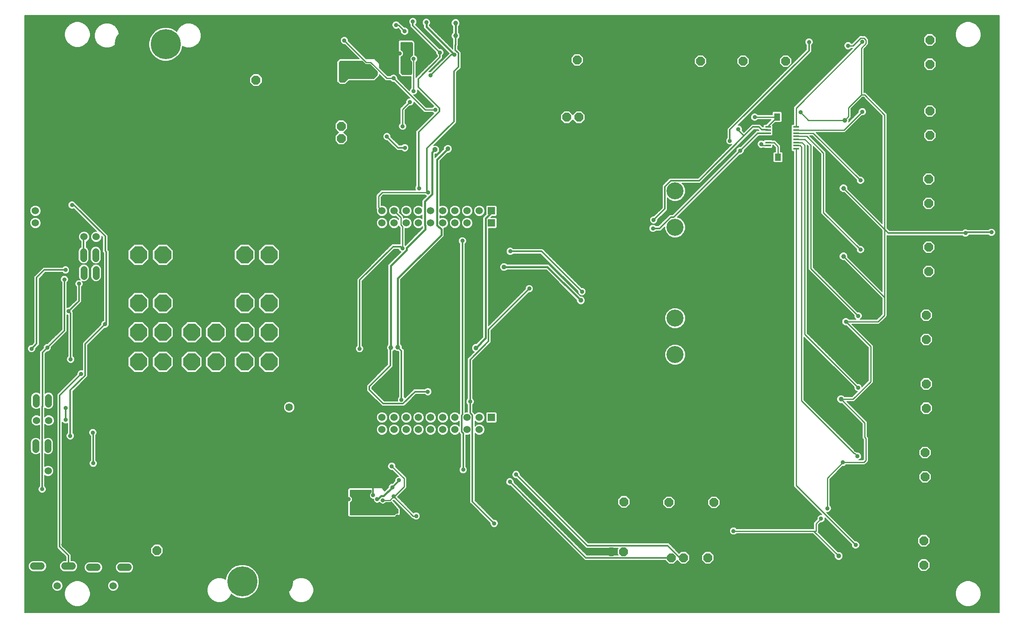
<source format=gbl>
G75*
%MOIN*%
%OFA0B0*%
%FSLAX25Y25*%
%IPPOS*%
%LPD*%
%AMOC8*
5,1,8,0,0,1.08239X$1,22.5*
%
%ADD10OC8,0.07087*%
%ADD11OC8,0.06300*%
%ADD12C,0.06300*%
%ADD13R,0.05118X0.05906*%
%ADD14OC8,0.14118*%
%ADD15R,0.06000X0.06000*%
%ADD16C,0.06000*%
%ADD17C,0.14000*%
%ADD18R,0.07087X0.07087*%
%ADD19R,0.04724X0.01378*%
%ADD20C,0.24669*%
%ADD21C,0.05937*%
%ADD22C,0.05600*%
%ADD23C,0.00600*%
%ADD24C,0.03962*%
%ADD25C,0.01600*%
%ADD26C,0.03569*%
%ADD27C,0.01200*%
%ADD28C,0.01000*%
%ADD29OC8,0.03962*%
D10*
X0298749Y0135174D03*
X0672182Y0134174D03*
X0682182Y0134174D03*
X0721682Y0129174D03*
X0731682Y0129174D03*
X0741682Y0129174D03*
X0751682Y0129174D03*
X0756682Y0174674D03*
X0746682Y0174674D03*
X0719682Y0174674D03*
X0709682Y0174674D03*
X0682682Y0175174D03*
X0672682Y0175174D03*
X0929182Y0143174D03*
X0929182Y0133174D03*
X0929182Y0123174D03*
X0929182Y0113174D03*
X0930182Y0185674D03*
X0930182Y0195674D03*
X0930182Y0205674D03*
X0930182Y0215674D03*
X0931182Y0242174D03*
X0931182Y0252174D03*
X0931182Y0262174D03*
X0931182Y0272174D03*
X0931182Y0298674D03*
X0931182Y0308674D03*
X0931182Y0318674D03*
X0931182Y0328674D03*
X0933182Y0354674D03*
X0933182Y0364674D03*
X0933182Y0374674D03*
X0933182Y0384674D03*
X0933182Y0410674D03*
X0933182Y0420674D03*
X0933182Y0430674D03*
X0933182Y0440674D03*
X0934182Y0466674D03*
X0934182Y0476674D03*
X0934182Y0486674D03*
X0934182Y0496674D03*
X0934182Y0525174D03*
X0934182Y0535174D03*
X0934182Y0545174D03*
X0934182Y0555174D03*
X0815682Y0537674D03*
X0805682Y0537674D03*
X0780682Y0537674D03*
X0770682Y0537674D03*
X0745682Y0537674D03*
X0735682Y0537674D03*
X0665586Y0491565D03*
X0655586Y0491565D03*
X0645586Y0491565D03*
X0635586Y0491565D03*
X0644182Y0538674D03*
X0654182Y0538674D03*
X0450182Y0484174D03*
X0450182Y0474174D03*
X0380115Y0522174D03*
D11*
X0407461Y0238965D03*
D12*
X0407461Y0252965D03*
D13*
X0809335Y0458674D03*
X0816028Y0458674D03*
X0815228Y0491774D03*
X0808535Y0491774D03*
D14*
X0390882Y0378375D03*
X0370882Y0378375D03*
X0303481Y0378375D03*
X0283481Y0378375D03*
X0283481Y0338690D03*
X0303481Y0338690D03*
X0303481Y0314674D03*
X0283481Y0314674D03*
X0283481Y0290383D03*
X0303481Y0290383D03*
X0327182Y0290383D03*
X0347182Y0290383D03*
X0370882Y0290383D03*
X0390882Y0290383D03*
X0390882Y0314674D03*
X0370882Y0314674D03*
X0347182Y0314674D03*
X0327182Y0314674D03*
X0370882Y0338690D03*
X0390882Y0338690D03*
D15*
X0573682Y0404674D03*
X0573682Y0414674D03*
X0573682Y0244674D03*
X0573682Y0234674D03*
D16*
X0563682Y0234674D03*
X0563682Y0244674D03*
X0553682Y0244674D03*
X0553682Y0234674D03*
X0543682Y0234674D03*
X0543682Y0244674D03*
X0533682Y0244674D03*
X0533682Y0234674D03*
X0523682Y0234674D03*
X0523682Y0244674D03*
X0513682Y0244674D03*
X0513682Y0234674D03*
X0503682Y0234674D03*
X0503682Y0244674D03*
X0493682Y0244674D03*
X0493682Y0234674D03*
X0483682Y0234674D03*
X0483682Y0244674D03*
X0262682Y0106174D03*
X0252682Y0106174D03*
X0216682Y0106174D03*
X0206682Y0106174D03*
X0209182Y0200674D03*
X0199182Y0200674D03*
X0199682Y0242074D03*
X0209682Y0242074D03*
X0238682Y0393274D03*
X0248682Y0393274D03*
X0198682Y0404674D03*
X0198682Y0414674D03*
X0483682Y0414674D03*
X0493682Y0414674D03*
X0503682Y0414674D03*
X0513682Y0414674D03*
X0523682Y0414674D03*
X0533682Y0414674D03*
X0543682Y0414674D03*
X0553682Y0414674D03*
X0563682Y0414674D03*
X0563682Y0404674D03*
X0553682Y0404674D03*
X0543682Y0404674D03*
X0533682Y0404674D03*
X0523682Y0404674D03*
X0513682Y0404674D03*
X0503682Y0404674D03*
X0493682Y0404674D03*
X0483682Y0404674D03*
D17*
X0724682Y0401024D03*
X0724682Y0431024D03*
X0724682Y0326324D03*
X0724682Y0296324D03*
D18*
X0359249Y0522174D03*
X0319615Y0135174D03*
D19*
X0801166Y0465717D03*
X0801166Y0468276D03*
X0801166Y0470835D03*
X0801166Y0473394D03*
X0801166Y0475954D03*
X0801166Y0478513D03*
X0801166Y0481072D03*
X0801166Y0483631D03*
X0824197Y0483631D03*
X0824197Y0481072D03*
X0824197Y0478513D03*
X0824197Y0475954D03*
X0824197Y0473394D03*
X0824197Y0470835D03*
X0824197Y0468276D03*
X0824197Y0465717D03*
D20*
X0305932Y0551674D03*
X0276432Y0551674D03*
X0368932Y0109674D03*
X0398432Y0109674D03*
D21*
X0274945Y0121316D02*
X0269008Y0121316D01*
X0249355Y0121316D02*
X0243418Y0121316D01*
X0228945Y0122316D02*
X0223008Y0122316D01*
X0203355Y0122316D02*
X0197418Y0122316D01*
X0197418Y0140032D02*
X0203355Y0140032D01*
X0223008Y0140032D02*
X0228945Y0140032D01*
X0243418Y0139032D02*
X0249355Y0139032D01*
X0269008Y0139032D02*
X0274945Y0139032D01*
D22*
X0209082Y0218274D02*
X0209082Y0223874D01*
X0199082Y0223874D02*
X0199082Y0218274D01*
X0199382Y0255574D02*
X0199382Y0261174D01*
X0209382Y0261174D02*
X0209382Y0255574D01*
X0238582Y0360774D02*
X0238582Y0366374D01*
X0248582Y0366374D02*
X0248582Y0360774D01*
X0248382Y0375374D02*
X0248382Y0380974D01*
X0238382Y0380974D02*
X0238382Y0375374D01*
D23*
X0189982Y0575374D02*
X0189982Y0083974D01*
X0991382Y0083974D01*
X0991382Y0575374D01*
X0189982Y0575374D01*
X0189982Y0575290D02*
X0991382Y0575290D01*
X0991382Y0574691D02*
X0189982Y0574691D01*
X0189982Y0574093D02*
X0991382Y0574093D01*
X0991382Y0573494D02*
X0509889Y0573494D01*
X0509735Y0573558D02*
X0508428Y0573558D01*
X0507221Y0573058D01*
X0506297Y0572134D01*
X0505797Y0570927D01*
X0505797Y0569621D01*
X0506297Y0568414D01*
X0506982Y0567729D01*
X0506982Y0566104D01*
X0527997Y0545088D01*
X0527997Y0544121D01*
X0528497Y0542914D01*
X0529182Y0542229D01*
X0529182Y0541744D01*
X0512712Y0525274D01*
X0511682Y0524244D01*
X0511682Y0537029D01*
X0512466Y0537814D01*
X0512966Y0539021D01*
X0512966Y0540327D01*
X0512466Y0541534D01*
X0511542Y0542458D01*
X0510782Y0542773D01*
X0510782Y0553102D01*
X0509610Y0554274D01*
X0508710Y0555174D01*
X0498353Y0555174D01*
X0497182Y0554002D01*
X0497182Y0527446D01*
X0498353Y0526274D01*
X0499553Y0525074D01*
X0507682Y0525074D01*
X0507682Y0515819D01*
X0506897Y0515034D01*
X0506397Y0513827D01*
X0506397Y0513287D01*
X0496466Y0523218D01*
X0496466Y0524327D01*
X0495966Y0525534D01*
X0495042Y0526458D01*
X0493835Y0526958D01*
X0492528Y0526958D01*
X0491321Y0526458D01*
X0490537Y0525674D01*
X0488372Y0525674D01*
X0481682Y0532364D01*
X0481682Y0535502D01*
X0480510Y0536674D01*
X0477510Y0539674D01*
X0470664Y0539674D01*
X0456043Y0554295D01*
X0456043Y0555404D01*
X0455543Y0556611D01*
X0454619Y0557535D01*
X0453412Y0558035D01*
X0452105Y0558035D01*
X0450898Y0557535D01*
X0449974Y0556611D01*
X0449474Y0555404D01*
X0449474Y0554098D01*
X0449974Y0552890D01*
X0450898Y0551967D01*
X0452105Y0551467D01*
X0453214Y0551467D01*
X0465007Y0539674D01*
X0448853Y0539674D01*
X0446682Y0537502D01*
X0446682Y0520846D01*
X0447853Y0519674D01*
X0448853Y0518674D01*
X0453510Y0518674D01*
X0454682Y0519846D01*
X0456510Y0521674D01*
X0477510Y0521674D01*
X0478682Y0522846D01*
X0481682Y0525846D01*
X0481682Y0526707D01*
X0486715Y0521674D01*
X0490537Y0521674D01*
X0491321Y0520890D01*
X0492528Y0520390D01*
X0493637Y0520390D01*
X0506569Y0507458D01*
X0506028Y0507458D01*
X0504821Y0506958D01*
X0503897Y0506034D01*
X0503397Y0504827D01*
X0503397Y0503718D01*
X0498682Y0499002D01*
X0498682Y0486819D01*
X0497897Y0486034D01*
X0497397Y0484827D01*
X0497397Y0483521D01*
X0497897Y0482314D01*
X0498821Y0481390D01*
X0500028Y0480890D01*
X0501335Y0480890D01*
X0502542Y0481390D01*
X0503466Y0482314D01*
X0503966Y0483521D01*
X0503966Y0484827D01*
X0503466Y0486034D01*
X0502682Y0486819D01*
X0502682Y0497346D01*
X0506226Y0500890D01*
X0507335Y0500890D01*
X0508542Y0501390D01*
X0509466Y0502314D01*
X0509966Y0503521D01*
X0509966Y0504061D01*
X0518353Y0495674D01*
X0525037Y0495674D01*
X0525821Y0494890D01*
X0526252Y0494711D01*
X0513012Y0481471D01*
X0513012Y0481471D01*
X0511782Y0480241D01*
X0511782Y0435419D01*
X0511397Y0435034D01*
X0510897Y0433827D01*
X0510897Y0432521D01*
X0511248Y0431674D01*
X0483069Y0431674D01*
X0480069Y0428674D01*
X0478898Y0427502D01*
X0478898Y0416629D01*
X0479409Y0416118D01*
X0479182Y0415569D01*
X0479182Y0413779D01*
X0479867Y0412125D01*
X0481133Y0410859D01*
X0482787Y0410174D01*
X0484577Y0410174D01*
X0486231Y0410859D01*
X0487497Y0412125D01*
X0488182Y0413779D01*
X0488182Y0415569D01*
X0487497Y0417223D01*
X0486231Y0418489D01*
X0484577Y0419174D01*
X0482898Y0419174D01*
X0482898Y0425846D01*
X0484726Y0427674D01*
X0519037Y0427674D01*
X0519821Y0426890D01*
X0520252Y0426711D01*
X0516782Y0423241D01*
X0516782Y0417938D01*
X0516231Y0418489D01*
X0514577Y0419174D01*
X0512787Y0419174D01*
X0511133Y0418489D01*
X0509867Y0417223D01*
X0509182Y0415569D01*
X0509182Y0413779D01*
X0509867Y0412125D01*
X0511133Y0410859D01*
X0512787Y0410174D01*
X0514577Y0410174D01*
X0516231Y0410859D01*
X0516782Y0411410D01*
X0516782Y0407938D01*
X0516231Y0408489D01*
X0514577Y0409174D01*
X0512787Y0409174D01*
X0511133Y0408489D01*
X0509867Y0407223D01*
X0509182Y0405569D01*
X0509182Y0403779D01*
X0509867Y0402125D01*
X0511133Y0400859D01*
X0512787Y0400174D01*
X0514577Y0400174D01*
X0516231Y0400859D01*
X0516982Y0401610D01*
X0516982Y0400227D01*
X0502878Y0386123D01*
X0502682Y0386319D01*
X0502682Y0400217D01*
X0502787Y0400174D01*
X0504577Y0400174D01*
X0506231Y0400859D01*
X0507497Y0402125D01*
X0508182Y0403779D01*
X0508182Y0405569D01*
X0507497Y0407223D01*
X0506231Y0408489D01*
X0504577Y0409174D01*
X0502787Y0409174D01*
X0501382Y0408592D01*
X0501382Y0409802D01*
X0500210Y0410974D01*
X0497954Y0413230D01*
X0498182Y0413779D01*
X0498182Y0415569D01*
X0497497Y0417223D01*
X0496231Y0418489D01*
X0494577Y0419174D01*
X0492787Y0419174D01*
X0491133Y0418489D01*
X0489867Y0417223D01*
X0489182Y0415569D01*
X0489182Y0413779D01*
X0489867Y0412125D01*
X0491133Y0410859D01*
X0492787Y0410174D01*
X0494577Y0410174D01*
X0495126Y0410401D01*
X0497382Y0408146D01*
X0497382Y0407338D01*
X0496231Y0408489D01*
X0494577Y0409174D01*
X0492787Y0409174D01*
X0491133Y0408489D01*
X0489867Y0407223D01*
X0489182Y0405569D01*
X0489182Y0403779D01*
X0489867Y0402125D01*
X0491133Y0400859D01*
X0492787Y0400174D01*
X0494577Y0400174D01*
X0496231Y0400859D01*
X0497409Y0402037D01*
X0498553Y0400893D01*
X0498682Y0400764D01*
X0498682Y0387274D01*
X0492012Y0387274D01*
X0490782Y0386044D01*
X0463182Y0358444D01*
X0463182Y0303719D01*
X0462497Y0303034D01*
X0461997Y0301827D01*
X0461997Y0300521D01*
X0462497Y0299314D01*
X0463421Y0298390D01*
X0464628Y0297890D01*
X0465935Y0297890D01*
X0467142Y0298390D01*
X0468066Y0299314D01*
X0468566Y0300521D01*
X0468566Y0301827D01*
X0468066Y0303034D01*
X0467382Y0303719D01*
X0467382Y0356704D01*
X0493752Y0383074D01*
X0497397Y0383074D01*
X0497397Y0383021D01*
X0497897Y0381814D01*
X0498821Y0380890D01*
X0499252Y0380711D01*
X0488782Y0370241D01*
X0488782Y0304697D01*
X0488131Y0304046D01*
X0487601Y0302766D01*
X0487601Y0301382D01*
X0488131Y0300102D01*
X0488382Y0299851D01*
X0488382Y0288225D01*
X0471201Y0271044D01*
X0471201Y0266504D01*
X0483814Y0253890D01*
X0501970Y0253890D01*
X0503201Y0255120D01*
X0511755Y0263674D01*
X0518837Y0263674D01*
X0519521Y0262990D01*
X0520728Y0262490D01*
X0522035Y0262490D01*
X0523242Y0262990D01*
X0524166Y0263914D01*
X0524666Y0265121D01*
X0524666Y0266427D01*
X0524166Y0267634D01*
X0523242Y0268558D01*
X0522035Y0269058D01*
X0520728Y0269058D01*
X0519521Y0268558D01*
X0518837Y0267874D01*
X0510015Y0267874D01*
X0502744Y0260603D01*
X0502566Y0261034D01*
X0501882Y0261719D01*
X0501882Y0300244D01*
X0500263Y0301863D01*
X0500263Y0303066D01*
X0499733Y0304346D01*
X0499082Y0304997D01*
X0499082Y0358121D01*
X0533434Y0392474D01*
X0534782Y0393821D01*
X0534782Y0400259D01*
X0536231Y0400859D01*
X0537497Y0402125D01*
X0538182Y0403779D01*
X0538182Y0405569D01*
X0537497Y0407223D01*
X0536231Y0408489D01*
X0534577Y0409174D01*
X0532787Y0409174D01*
X0531382Y0408592D01*
X0531382Y0410756D01*
X0532787Y0410174D01*
X0534577Y0410174D01*
X0536231Y0410859D01*
X0537497Y0412125D01*
X0538182Y0413779D01*
X0538182Y0415569D01*
X0537497Y0417223D01*
X0536231Y0418489D01*
X0534577Y0419174D01*
X0532787Y0419174D01*
X0531382Y0418592D01*
X0531382Y0455821D01*
X0537653Y0462093D01*
X0538574Y0462093D01*
X0539854Y0462623D01*
X0540833Y0463602D01*
X0541363Y0464882D01*
X0541363Y0466266D01*
X0540833Y0467546D01*
X0539854Y0468525D01*
X0538574Y0469055D01*
X0537189Y0469055D01*
X0535910Y0468525D01*
X0534931Y0467546D01*
X0534401Y0466266D01*
X0534401Y0465346D01*
X0528129Y0459074D01*
X0528129Y0459074D01*
X0527366Y0458311D01*
X0527366Y0461493D01*
X0528824Y0461493D01*
X0530863Y0463532D01*
X0530863Y0466416D01*
X0528824Y0468455D01*
X0526333Y0468455D01*
X0543867Y0485990D01*
X0545097Y0487220D01*
X0545097Y0528623D01*
X0548566Y0532092D01*
X0548566Y0545163D01*
X0547336Y0546393D01*
X0546097Y0547631D01*
X0546097Y0550123D01*
X0546282Y0550307D01*
X0546282Y0555751D01*
X0547133Y0556602D01*
X0547663Y0557882D01*
X0547663Y0559266D01*
X0547133Y0560546D01*
X0546482Y0561197D01*
X0546482Y0566451D01*
X0547133Y0567102D01*
X0547663Y0568382D01*
X0547663Y0569766D01*
X0547133Y0571046D01*
X0546154Y0572025D01*
X0544874Y0572555D01*
X0543489Y0572555D01*
X0542210Y0572025D01*
X0541231Y0571046D01*
X0540701Y0569766D01*
X0540701Y0568382D01*
X0541231Y0567102D01*
X0541882Y0566451D01*
X0541882Y0561197D01*
X0541231Y0560546D01*
X0540701Y0559266D01*
X0540701Y0557882D01*
X0541231Y0556602D01*
X0542082Y0555751D01*
X0542082Y0552047D01*
X0541897Y0551863D01*
X0541897Y0547611D01*
X0522482Y0567027D01*
X0522482Y0567329D01*
X0522966Y0567814D01*
X0523466Y0569021D01*
X0523466Y0570327D01*
X0522966Y0571534D01*
X0522042Y0572458D01*
X0520835Y0572958D01*
X0519528Y0572958D01*
X0518321Y0572458D01*
X0517397Y0571534D01*
X0516897Y0570327D01*
X0516897Y0569021D01*
X0517397Y0567814D01*
X0517882Y0567329D01*
X0517882Y0565121D01*
X0538820Y0544183D01*
X0523796Y0529158D01*
X0522828Y0529158D01*
X0522329Y0528951D01*
X0533382Y0540004D01*
X0533382Y0542229D01*
X0534066Y0542914D01*
X0534566Y0544121D01*
X0534566Y0545427D01*
X0534066Y0546634D01*
X0533142Y0547558D01*
X0531935Y0548058D01*
X0530967Y0548058D01*
X0511239Y0567787D01*
X0511866Y0568414D01*
X0512366Y0569621D01*
X0512366Y0570927D01*
X0511866Y0572134D01*
X0510942Y0573058D01*
X0509735Y0573558D01*
X0508274Y0573494D02*
X0189982Y0573494D01*
X0189982Y0572896D02*
X0507059Y0572896D01*
X0506460Y0572297D02*
X0189982Y0572297D01*
X0189982Y0571699D02*
X0506117Y0571699D01*
X0505869Y0571100D02*
X0189982Y0571100D01*
X0189982Y0570502D02*
X0494027Y0570502D01*
X0493428Y0570254D02*
X0492504Y0569330D01*
X0492004Y0568123D01*
X0492004Y0566816D01*
X0492504Y0565609D01*
X0493428Y0564685D01*
X0494635Y0564185D01*
X0495941Y0564185D01*
X0497148Y0564685D01*
X0497180Y0564717D01*
X0499090Y0562807D01*
X0499090Y0561698D01*
X0499590Y0560491D01*
X0500514Y0559567D01*
X0501721Y0559067D01*
X0503028Y0559067D01*
X0504235Y0559567D01*
X0505159Y0560491D01*
X0505659Y0561698D01*
X0505659Y0563004D01*
X0505159Y0564212D01*
X0504235Y0565135D01*
X0503028Y0565635D01*
X0501919Y0565635D01*
X0498085Y0569469D01*
X0497933Y0569469D01*
X0497148Y0570254D01*
X0495941Y0570754D01*
X0494635Y0570754D01*
X0493428Y0570254D01*
X0493077Y0569903D02*
X0235867Y0569903D01*
X0234671Y0570224D02*
X0237354Y0569505D01*
X0239759Y0568116D01*
X0241724Y0566152D01*
X0243113Y0563746D01*
X0243832Y0561063D01*
X0243832Y0558285D01*
X0243113Y0555602D01*
X0241724Y0553196D01*
X0239759Y0551232D01*
X0237354Y0549843D01*
X0234671Y0549124D01*
X0231893Y0549124D01*
X0229209Y0549843D01*
X0226804Y0551232D01*
X0224840Y0553196D01*
X0223451Y0555602D01*
X0222732Y0558285D01*
X0222732Y0561063D01*
X0223451Y0563746D01*
X0224840Y0566152D01*
X0226804Y0568116D01*
X0229209Y0569505D01*
X0231893Y0570224D01*
X0234671Y0570224D01*
X0237700Y0569305D02*
X0492493Y0569305D01*
X0492246Y0568706D02*
X0327123Y0568706D01*
X0326125Y0568974D02*
X0323439Y0568974D01*
X0320845Y0568279D01*
X0318519Y0566936D01*
X0316620Y0565037D01*
X0315277Y0562711D01*
X0315104Y0562067D01*
X0314426Y0562744D01*
X0311272Y0564566D01*
X0307753Y0565509D01*
X0304110Y0565509D01*
X0300592Y0564566D01*
X0297437Y0562744D01*
X0294861Y0560169D01*
X0293040Y0557014D01*
X0292097Y0553495D01*
X0292097Y0549853D01*
X0293040Y0546334D01*
X0294861Y0543179D01*
X0297437Y0540604D01*
X0300592Y0538782D01*
X0304110Y0537839D01*
X0307753Y0537839D01*
X0311272Y0538782D01*
X0314426Y0540604D01*
X0317002Y0543179D01*
X0318823Y0546334D01*
X0319766Y0549853D01*
X0319766Y0549892D01*
X0320845Y0549269D01*
X0323439Y0548574D01*
X0326125Y0548574D01*
X0328719Y0549269D01*
X0331045Y0550612D01*
X0332944Y0552511D01*
X0334287Y0554837D01*
X0334982Y0557431D01*
X0334982Y0560117D01*
X0334287Y0562711D01*
X0332944Y0565037D01*
X0331045Y0566936D01*
X0328719Y0568279D01*
X0326125Y0568974D01*
X0329015Y0568108D02*
X0492004Y0568108D01*
X0492004Y0567509D02*
X0330052Y0567509D01*
X0331070Y0566911D02*
X0492004Y0566911D01*
X0492212Y0566312D02*
X0331668Y0566312D01*
X0332267Y0565714D02*
X0492460Y0565714D01*
X0492997Y0565115D02*
X0332865Y0565115D01*
X0333244Y0564517D02*
X0493834Y0564517D01*
X0496742Y0564517D02*
X0497381Y0564517D01*
X0497979Y0563918D02*
X0333590Y0563918D01*
X0333935Y0563320D02*
X0498578Y0563320D01*
X0499090Y0562721D02*
X0334281Y0562721D01*
X0334444Y0562123D02*
X0499090Y0562123D01*
X0499162Y0561524D02*
X0334605Y0561524D01*
X0334765Y0560926D02*
X0499410Y0560926D01*
X0499754Y0560327D02*
X0334925Y0560327D01*
X0334982Y0559729D02*
X0500352Y0559729D01*
X0501569Y0559130D02*
X0334982Y0559130D01*
X0334982Y0558532D02*
X0514554Y0558532D01*
X0513956Y0559130D02*
X0503181Y0559130D01*
X0504397Y0559729D02*
X0513357Y0559729D01*
X0512759Y0560327D02*
X0504995Y0560327D01*
X0505339Y0560926D02*
X0512160Y0560926D01*
X0511562Y0561524D02*
X0505587Y0561524D01*
X0505659Y0562123D02*
X0510963Y0562123D01*
X0510365Y0562721D02*
X0505659Y0562721D01*
X0505528Y0563320D02*
X0509766Y0563320D01*
X0509168Y0563918D02*
X0505280Y0563918D01*
X0504854Y0564517D02*
X0508569Y0564517D01*
X0507971Y0565115D02*
X0504255Y0565115D01*
X0501840Y0565714D02*
X0507372Y0565714D01*
X0506982Y0566312D02*
X0501242Y0566312D01*
X0500643Y0566911D02*
X0506982Y0566911D01*
X0506982Y0567509D02*
X0500045Y0567509D01*
X0499446Y0568108D02*
X0506603Y0568108D01*
X0506176Y0568706D02*
X0498848Y0568706D01*
X0498249Y0569305D02*
X0505928Y0569305D01*
X0505797Y0569903D02*
X0497498Y0569903D01*
X0496549Y0570502D02*
X0505797Y0570502D01*
X0511104Y0572896D02*
X0519378Y0572896D01*
X0518160Y0572297D02*
X0511703Y0572297D01*
X0512046Y0571699D02*
X0517562Y0571699D01*
X0517218Y0571100D02*
X0512294Y0571100D01*
X0512366Y0570502D02*
X0516970Y0570502D01*
X0516897Y0569903D02*
X0512366Y0569903D01*
X0512235Y0569305D02*
X0516897Y0569305D01*
X0517028Y0568706D02*
X0511987Y0568706D01*
X0511560Y0568108D02*
X0517276Y0568108D01*
X0517702Y0567509D02*
X0511516Y0567509D01*
X0512115Y0566911D02*
X0517882Y0566911D01*
X0517882Y0566312D02*
X0512713Y0566312D01*
X0513312Y0565714D02*
X0517882Y0565714D01*
X0517888Y0565115D02*
X0513910Y0565115D01*
X0514509Y0564517D02*
X0518486Y0564517D01*
X0519085Y0563918D02*
X0515107Y0563918D01*
X0515706Y0563320D02*
X0519683Y0563320D01*
X0520282Y0562721D02*
X0516304Y0562721D01*
X0516903Y0562123D02*
X0520880Y0562123D01*
X0521479Y0561524D02*
X0517501Y0561524D01*
X0518100Y0560926D02*
X0522077Y0560926D01*
X0522676Y0560327D02*
X0518698Y0560327D01*
X0519297Y0559729D02*
X0523274Y0559729D01*
X0523873Y0559130D02*
X0519895Y0559130D01*
X0520494Y0558532D02*
X0524471Y0558532D01*
X0525070Y0557933D02*
X0521092Y0557933D01*
X0521691Y0557335D02*
X0525668Y0557335D01*
X0526267Y0556736D02*
X0522289Y0556736D01*
X0522888Y0556138D02*
X0526865Y0556138D01*
X0527464Y0555539D02*
X0523486Y0555539D01*
X0524085Y0554941D02*
X0528062Y0554941D01*
X0528661Y0554342D02*
X0524683Y0554342D01*
X0525282Y0553744D02*
X0529259Y0553744D01*
X0529858Y0553145D02*
X0525880Y0553145D01*
X0526479Y0552547D02*
X0530456Y0552547D01*
X0531055Y0551948D02*
X0527077Y0551948D01*
X0527676Y0551350D02*
X0531653Y0551350D01*
X0532252Y0550751D02*
X0528274Y0550751D01*
X0528873Y0550153D02*
X0532850Y0550153D01*
X0533449Y0549554D02*
X0529471Y0549554D01*
X0530070Y0548955D02*
X0534047Y0548955D01*
X0534646Y0548357D02*
X0530669Y0548357D01*
X0532659Y0547758D02*
X0535245Y0547758D01*
X0535843Y0547160D02*
X0533540Y0547160D01*
X0534096Y0546561D02*
X0536442Y0546561D01*
X0537040Y0545963D02*
X0534344Y0545963D01*
X0534566Y0545364D02*
X0537639Y0545364D01*
X0538237Y0544766D02*
X0534566Y0544766D01*
X0534566Y0544167D02*
X0538805Y0544167D01*
X0538207Y0543569D02*
X0534337Y0543569D01*
X0534089Y0542970D02*
X0537608Y0542970D01*
X0537010Y0542372D02*
X0533524Y0542372D01*
X0533382Y0541773D02*
X0536411Y0541773D01*
X0535813Y0541175D02*
X0533382Y0541175D01*
X0533382Y0540576D02*
X0535214Y0540576D01*
X0534616Y0539978D02*
X0533355Y0539978D01*
X0532757Y0539379D02*
X0534017Y0539379D01*
X0533419Y0538781D02*
X0532158Y0538781D01*
X0531560Y0538182D02*
X0532820Y0538182D01*
X0532222Y0537584D02*
X0530961Y0537584D01*
X0530363Y0536985D02*
X0531623Y0536985D01*
X0531025Y0536387D02*
X0529764Y0536387D01*
X0529166Y0535788D02*
X0530426Y0535788D01*
X0529828Y0535190D02*
X0528567Y0535190D01*
X0527969Y0534591D02*
X0529229Y0534591D01*
X0528631Y0533993D02*
X0527370Y0533993D01*
X0526772Y0533394D02*
X0528032Y0533394D01*
X0527434Y0532796D02*
X0526173Y0532796D01*
X0525575Y0532197D02*
X0526835Y0532197D01*
X0526236Y0531599D02*
X0524976Y0531599D01*
X0524378Y0531000D02*
X0525638Y0531000D01*
X0525039Y0530402D02*
X0523779Y0530402D01*
X0523181Y0529803D02*
X0524441Y0529803D01*
X0523842Y0529205D02*
X0522582Y0529205D01*
X0519635Y0532197D02*
X0511682Y0532197D01*
X0511682Y0531599D02*
X0519036Y0531599D01*
X0518438Y0531000D02*
X0511682Y0531000D01*
X0511682Y0530402D02*
X0517839Y0530402D01*
X0517241Y0529803D02*
X0511682Y0529803D01*
X0511682Y0529205D02*
X0516642Y0529205D01*
X0516044Y0528606D02*
X0511682Y0528606D01*
X0511682Y0528008D02*
X0515445Y0528008D01*
X0514847Y0527409D02*
X0511682Y0527409D01*
X0511682Y0526811D02*
X0514248Y0526811D01*
X0513650Y0526212D02*
X0511682Y0526212D01*
X0511682Y0525614D02*
X0513051Y0525614D01*
X0512453Y0525015D02*
X0511682Y0525015D01*
X0511682Y0524417D02*
X0511854Y0524417D01*
X0507682Y0524417D02*
X0496429Y0524417D01*
X0496466Y0523818D02*
X0507682Y0523818D01*
X0507682Y0523220D02*
X0496466Y0523220D01*
X0497063Y0522621D02*
X0507682Y0522621D01*
X0507682Y0522022D02*
X0497662Y0522022D01*
X0498260Y0521424D02*
X0507682Y0521424D01*
X0507682Y0520825D02*
X0498859Y0520825D01*
X0499457Y0520227D02*
X0507682Y0520227D01*
X0507682Y0519628D02*
X0500056Y0519628D01*
X0500654Y0519030D02*
X0507682Y0519030D01*
X0507682Y0518431D02*
X0501253Y0518431D01*
X0501851Y0517833D02*
X0507682Y0517833D01*
X0507682Y0517234D02*
X0502450Y0517234D01*
X0503048Y0516636D02*
X0507682Y0516636D01*
X0507682Y0516037D02*
X0503647Y0516037D01*
X0504245Y0515439D02*
X0507302Y0515439D01*
X0506817Y0514840D02*
X0504844Y0514840D01*
X0505442Y0514242D02*
X0506569Y0514242D01*
X0506397Y0513643D02*
X0506041Y0513643D01*
X0503376Y0510651D02*
X0189982Y0510651D01*
X0189982Y0511249D02*
X0502778Y0511249D01*
X0502179Y0511848D02*
X0189982Y0511848D01*
X0189982Y0512446D02*
X0501581Y0512446D01*
X0500982Y0513045D02*
X0189982Y0513045D01*
X0189982Y0513643D02*
X0500384Y0513643D01*
X0499785Y0514242D02*
X0189982Y0514242D01*
X0189982Y0514840D02*
X0499187Y0514840D01*
X0498588Y0515439D02*
X0189982Y0515439D01*
X0189982Y0516037D02*
X0497990Y0516037D01*
X0497391Y0516636D02*
X0189982Y0516636D01*
X0189982Y0517234D02*
X0377922Y0517234D01*
X0378026Y0517131D02*
X0382204Y0517131D01*
X0385158Y0520085D01*
X0385158Y0524263D01*
X0382204Y0527217D01*
X0378026Y0527217D01*
X0375071Y0524263D01*
X0375071Y0520085D01*
X0378026Y0517131D01*
X0377324Y0517833D02*
X0189982Y0517833D01*
X0189982Y0518431D02*
X0376725Y0518431D01*
X0376126Y0519030D02*
X0189982Y0519030D01*
X0189982Y0519628D02*
X0375528Y0519628D01*
X0375071Y0520227D02*
X0189982Y0520227D01*
X0189982Y0520825D02*
X0375071Y0520825D01*
X0375071Y0521424D02*
X0189982Y0521424D01*
X0189982Y0522022D02*
X0375071Y0522022D01*
X0375071Y0522621D02*
X0189982Y0522621D01*
X0189982Y0523220D02*
X0375071Y0523220D01*
X0375071Y0523818D02*
X0189982Y0523818D01*
X0189982Y0524417D02*
X0375225Y0524417D01*
X0375823Y0525015D02*
X0189982Y0525015D01*
X0189982Y0525614D02*
X0376422Y0525614D01*
X0377020Y0526212D02*
X0189982Y0526212D01*
X0189982Y0526811D02*
X0377619Y0526811D01*
X0382610Y0526811D02*
X0446682Y0526811D01*
X0446682Y0527409D02*
X0189982Y0527409D01*
X0189982Y0528008D02*
X0446682Y0528008D01*
X0446682Y0528606D02*
X0189982Y0528606D01*
X0189982Y0529205D02*
X0446682Y0529205D01*
X0446682Y0529803D02*
X0189982Y0529803D01*
X0189982Y0530402D02*
X0446682Y0530402D01*
X0446682Y0531000D02*
X0189982Y0531000D01*
X0189982Y0531599D02*
X0446682Y0531599D01*
X0446682Y0532197D02*
X0189982Y0532197D01*
X0189982Y0532796D02*
X0446682Y0532796D01*
X0446682Y0533394D02*
X0189982Y0533394D01*
X0189982Y0533993D02*
X0446682Y0533993D01*
X0446682Y0534591D02*
X0189982Y0534591D01*
X0189982Y0535190D02*
X0446682Y0535190D01*
X0446682Y0535788D02*
X0189982Y0535788D01*
X0189982Y0536387D02*
X0446682Y0536387D01*
X0446682Y0536985D02*
X0189982Y0536985D01*
X0189982Y0537584D02*
X0446763Y0537584D01*
X0447362Y0538182D02*
X0309033Y0538182D01*
X0311267Y0538781D02*
X0447960Y0538781D01*
X0448559Y0539379D02*
X0312306Y0539379D01*
X0313343Y0539978D02*
X0464703Y0539978D01*
X0464104Y0540576D02*
X0314379Y0540576D01*
X0314998Y0541175D02*
X0463506Y0541175D01*
X0462907Y0541773D02*
X0315596Y0541773D01*
X0316195Y0542372D02*
X0462309Y0542372D01*
X0461710Y0542970D02*
X0316793Y0542970D01*
X0317227Y0543569D02*
X0461112Y0543569D01*
X0460513Y0544167D02*
X0317573Y0544167D01*
X0317918Y0544766D02*
X0459915Y0544766D01*
X0459316Y0545364D02*
X0318264Y0545364D01*
X0318609Y0545963D02*
X0458718Y0545963D01*
X0458119Y0546561D02*
X0318884Y0546561D01*
X0319045Y0547160D02*
X0457521Y0547160D01*
X0456922Y0547758D02*
X0319205Y0547758D01*
X0319366Y0548357D02*
X0456324Y0548357D01*
X0455725Y0548955D02*
X0327548Y0548955D01*
X0329212Y0549554D02*
X0455127Y0549554D01*
X0454528Y0550153D02*
X0330249Y0550153D01*
X0331184Y0550751D02*
X0453930Y0550751D01*
X0453331Y0551350D02*
X0331782Y0551350D01*
X0332381Y0551948D02*
X0450943Y0551948D01*
X0450318Y0552547D02*
X0332964Y0552547D01*
X0333310Y0553145D02*
X0449869Y0553145D01*
X0449621Y0553744D02*
X0333655Y0553744D01*
X0334001Y0554342D02*
X0449474Y0554342D01*
X0449474Y0554941D02*
X0334314Y0554941D01*
X0334475Y0555539D02*
X0449530Y0555539D01*
X0449778Y0556138D02*
X0334635Y0556138D01*
X0334795Y0556736D02*
X0450099Y0556736D01*
X0450698Y0557335D02*
X0334956Y0557335D01*
X0334982Y0557933D02*
X0451859Y0557933D01*
X0453658Y0557933D02*
X0515153Y0557933D01*
X0515751Y0557335D02*
X0454819Y0557335D01*
X0455418Y0556736D02*
X0516350Y0556736D01*
X0516948Y0556138D02*
X0455739Y0556138D01*
X0455987Y0555539D02*
X0517547Y0555539D01*
X0518145Y0554941D02*
X0508943Y0554941D01*
X0509542Y0554342D02*
X0518744Y0554342D01*
X0519342Y0553744D02*
X0510140Y0553744D01*
X0510739Y0553145D02*
X0519941Y0553145D01*
X0520539Y0552547D02*
X0510782Y0552547D01*
X0510782Y0551948D02*
X0521138Y0551948D01*
X0521736Y0551350D02*
X0510782Y0551350D01*
X0510782Y0550751D02*
X0522335Y0550751D01*
X0522933Y0550153D02*
X0510782Y0550153D01*
X0510782Y0549554D02*
X0523532Y0549554D01*
X0524130Y0548955D02*
X0510782Y0548955D01*
X0510782Y0548357D02*
X0524729Y0548357D01*
X0525327Y0547758D02*
X0510782Y0547758D01*
X0510782Y0547160D02*
X0525926Y0547160D01*
X0526524Y0546561D02*
X0510782Y0546561D01*
X0510782Y0545963D02*
X0527123Y0545963D01*
X0527721Y0545364D02*
X0510782Y0545364D01*
X0510782Y0544766D02*
X0527997Y0544766D01*
X0527997Y0544167D02*
X0510782Y0544167D01*
X0510782Y0543569D02*
X0528226Y0543569D01*
X0528474Y0542970D02*
X0510782Y0542970D01*
X0511628Y0542372D02*
X0529039Y0542372D01*
X0529182Y0541773D02*
X0512227Y0541773D01*
X0512615Y0541175D02*
X0528613Y0541175D01*
X0528014Y0540576D02*
X0512863Y0540576D01*
X0512966Y0539978D02*
X0527416Y0539978D01*
X0526817Y0539379D02*
X0512966Y0539379D01*
X0512867Y0538781D02*
X0526219Y0538781D01*
X0525620Y0538182D02*
X0512619Y0538182D01*
X0512236Y0537584D02*
X0525022Y0537584D01*
X0524423Y0536985D02*
X0511682Y0536985D01*
X0511682Y0536387D02*
X0523825Y0536387D01*
X0523226Y0535788D02*
X0511682Y0535788D01*
X0511682Y0535190D02*
X0522628Y0535190D01*
X0522029Y0534591D02*
X0511682Y0534591D01*
X0511682Y0533993D02*
X0521431Y0533993D01*
X0520832Y0533394D02*
X0511682Y0533394D01*
X0511682Y0532796D02*
X0520233Y0532796D01*
X0507682Y0525015D02*
X0496181Y0525015D01*
X0495887Y0525614D02*
X0499014Y0525614D01*
X0498415Y0526212D02*
X0495288Y0526212D01*
X0494191Y0526811D02*
X0497817Y0526811D01*
X0497218Y0527409D02*
X0486637Y0527409D01*
X0487235Y0526811D02*
X0492172Y0526811D01*
X0491075Y0526212D02*
X0487834Y0526212D01*
X0486038Y0528008D02*
X0497182Y0528008D01*
X0497182Y0528606D02*
X0485440Y0528606D01*
X0484841Y0529205D02*
X0497182Y0529205D01*
X0497182Y0529803D02*
X0484243Y0529803D01*
X0483644Y0530402D02*
X0497182Y0530402D01*
X0497182Y0531000D02*
X0483046Y0531000D01*
X0482447Y0531599D02*
X0497182Y0531599D01*
X0497182Y0532197D02*
X0481849Y0532197D01*
X0481682Y0532796D02*
X0497182Y0532796D01*
X0497182Y0533394D02*
X0481682Y0533394D01*
X0481682Y0533993D02*
X0497182Y0533993D01*
X0497182Y0534591D02*
X0481682Y0534591D01*
X0481682Y0535190D02*
X0497182Y0535190D01*
X0497182Y0535788D02*
X0481396Y0535788D01*
X0480797Y0536387D02*
X0497182Y0536387D01*
X0497182Y0536985D02*
X0480199Y0536985D01*
X0479600Y0537584D02*
X0497182Y0537584D01*
X0497182Y0538182D02*
X0479002Y0538182D01*
X0478403Y0538781D02*
X0497182Y0538781D01*
X0497182Y0539379D02*
X0477805Y0539379D01*
X0470360Y0539978D02*
X0497182Y0539978D01*
X0497182Y0540576D02*
X0469761Y0540576D01*
X0469163Y0541175D02*
X0497182Y0541175D01*
X0497182Y0541773D02*
X0468564Y0541773D01*
X0467966Y0542372D02*
X0497182Y0542372D01*
X0497182Y0542970D02*
X0467367Y0542970D01*
X0466769Y0543569D02*
X0497182Y0543569D01*
X0497182Y0544167D02*
X0466170Y0544167D01*
X0465572Y0544766D02*
X0497182Y0544766D01*
X0497182Y0545364D02*
X0464973Y0545364D01*
X0464375Y0545963D02*
X0497182Y0545963D01*
X0497182Y0546561D02*
X0463776Y0546561D01*
X0463178Y0547160D02*
X0497182Y0547160D01*
X0497182Y0547758D02*
X0462579Y0547758D01*
X0461981Y0548357D02*
X0497182Y0548357D01*
X0497182Y0548955D02*
X0461382Y0548955D01*
X0460784Y0549554D02*
X0497182Y0549554D01*
X0497182Y0550153D02*
X0460185Y0550153D01*
X0459587Y0550751D02*
X0497182Y0550751D01*
X0497182Y0551350D02*
X0458988Y0551350D01*
X0458390Y0551948D02*
X0497182Y0551948D01*
X0497182Y0552547D02*
X0457791Y0552547D01*
X0457193Y0553145D02*
X0497182Y0553145D01*
X0497182Y0553744D02*
X0456594Y0553744D01*
X0456043Y0554342D02*
X0497521Y0554342D01*
X0498120Y0554941D02*
X0456043Y0554941D01*
X0446682Y0526212D02*
X0383209Y0526212D01*
X0383807Y0525614D02*
X0446682Y0525614D01*
X0446682Y0525015D02*
X0384406Y0525015D01*
X0385005Y0524417D02*
X0446682Y0524417D01*
X0446682Y0523818D02*
X0385158Y0523818D01*
X0385158Y0523220D02*
X0446682Y0523220D01*
X0446682Y0522621D02*
X0385158Y0522621D01*
X0385158Y0522022D02*
X0446682Y0522022D01*
X0446682Y0521424D02*
X0385158Y0521424D01*
X0385158Y0520825D02*
X0446702Y0520825D01*
X0447300Y0520227D02*
X0385158Y0520227D01*
X0384701Y0519628D02*
X0447899Y0519628D01*
X0448497Y0519030D02*
X0384103Y0519030D01*
X0383504Y0518431D02*
X0495596Y0518431D01*
X0496194Y0517833D02*
X0382906Y0517833D01*
X0382307Y0517234D02*
X0496793Y0517234D01*
X0494997Y0519030D02*
X0453866Y0519030D01*
X0454465Y0519628D02*
X0494399Y0519628D01*
X0493800Y0520227D02*
X0455063Y0520227D01*
X0455662Y0520825D02*
X0491476Y0520825D01*
X0490787Y0521424D02*
X0456260Y0521424D01*
X0477859Y0522022D02*
X0486367Y0522022D01*
X0485768Y0522621D02*
X0478457Y0522621D01*
X0479056Y0523220D02*
X0485170Y0523220D01*
X0484571Y0523818D02*
X0479654Y0523818D01*
X0480253Y0524417D02*
X0483973Y0524417D01*
X0483374Y0525015D02*
X0480851Y0525015D01*
X0481450Y0525614D02*
X0482775Y0525614D01*
X0482177Y0526212D02*
X0481682Y0526212D01*
X0503975Y0510052D02*
X0189982Y0510052D01*
X0189982Y0509454D02*
X0504573Y0509454D01*
X0505172Y0508855D02*
X0189982Y0508855D01*
X0189982Y0508257D02*
X0505771Y0508257D01*
X0506369Y0507658D02*
X0189982Y0507658D01*
X0189982Y0507060D02*
X0505066Y0507060D01*
X0504324Y0506461D02*
X0189982Y0506461D01*
X0189982Y0505863D02*
X0503826Y0505863D01*
X0503578Y0505264D02*
X0189982Y0505264D01*
X0189982Y0504666D02*
X0503397Y0504666D01*
X0503397Y0504067D02*
X0189982Y0504067D01*
X0189982Y0503469D02*
X0503148Y0503469D01*
X0502549Y0502870D02*
X0189982Y0502870D01*
X0189982Y0502272D02*
X0501951Y0502272D01*
X0501352Y0501673D02*
X0189982Y0501673D01*
X0189982Y0501075D02*
X0500754Y0501075D01*
X0500155Y0500476D02*
X0189982Y0500476D01*
X0189982Y0499878D02*
X0499557Y0499878D01*
X0498958Y0499279D02*
X0189982Y0499279D01*
X0189982Y0498681D02*
X0498682Y0498681D01*
X0498682Y0498082D02*
X0189982Y0498082D01*
X0189982Y0497484D02*
X0498682Y0497484D01*
X0498682Y0496885D02*
X0189982Y0496885D01*
X0189982Y0496287D02*
X0498682Y0496287D01*
X0498682Y0495688D02*
X0189982Y0495688D01*
X0189982Y0495089D02*
X0498682Y0495089D01*
X0498682Y0494491D02*
X0189982Y0494491D01*
X0189982Y0493892D02*
X0498682Y0493892D01*
X0498682Y0493294D02*
X0189982Y0493294D01*
X0189982Y0492695D02*
X0498682Y0492695D01*
X0498682Y0492097D02*
X0189982Y0492097D01*
X0189982Y0491498D02*
X0498682Y0491498D01*
X0498682Y0490900D02*
X0189982Y0490900D01*
X0189982Y0490301D02*
X0498682Y0490301D01*
X0498682Y0489703D02*
X0189982Y0489703D01*
X0189982Y0489104D02*
X0447980Y0489104D01*
X0448093Y0489217D02*
X0445138Y0486263D01*
X0445138Y0482085D01*
X0448049Y0479174D01*
X0445138Y0476263D01*
X0445138Y0472085D01*
X0448093Y0469131D01*
X0452271Y0469131D01*
X0455225Y0472085D01*
X0455225Y0476263D01*
X0452314Y0479174D01*
X0455225Y0482085D01*
X0455225Y0486263D01*
X0452271Y0489217D01*
X0448093Y0489217D01*
X0447381Y0488506D02*
X0189982Y0488506D01*
X0189982Y0487907D02*
X0446783Y0487907D01*
X0446184Y0487309D02*
X0189982Y0487309D01*
X0189982Y0486710D02*
X0445586Y0486710D01*
X0445138Y0486112D02*
X0189982Y0486112D01*
X0189982Y0485513D02*
X0445138Y0485513D01*
X0445138Y0484915D02*
X0189982Y0484915D01*
X0189982Y0484316D02*
X0445138Y0484316D01*
X0445138Y0483718D02*
X0189982Y0483718D01*
X0189982Y0483119D02*
X0445138Y0483119D01*
X0445138Y0482521D02*
X0189982Y0482521D01*
X0189982Y0481922D02*
X0445301Y0481922D01*
X0445900Y0481324D02*
X0189982Y0481324D01*
X0189982Y0480725D02*
X0446498Y0480725D01*
X0447097Y0480127D02*
X0189982Y0480127D01*
X0189982Y0479528D02*
X0447695Y0479528D01*
X0447805Y0478930D02*
X0189982Y0478930D01*
X0189982Y0478331D02*
X0447206Y0478331D01*
X0446608Y0477733D02*
X0189982Y0477733D01*
X0189982Y0477134D02*
X0446009Y0477134D01*
X0445411Y0476536D02*
X0189982Y0476536D01*
X0189982Y0475937D02*
X0445138Y0475937D01*
X0445138Y0475339D02*
X0189982Y0475339D01*
X0189982Y0474740D02*
X0445138Y0474740D01*
X0445138Y0474142D02*
X0189982Y0474142D01*
X0189982Y0473543D02*
X0445138Y0473543D01*
X0445138Y0472945D02*
X0189982Y0472945D01*
X0189982Y0472346D02*
X0445138Y0472346D01*
X0445476Y0471748D02*
X0189982Y0471748D01*
X0189982Y0471149D02*
X0446074Y0471149D01*
X0446673Y0470551D02*
X0189982Y0470551D01*
X0189982Y0469952D02*
X0447271Y0469952D01*
X0447870Y0469353D02*
X0189982Y0469353D01*
X0189982Y0468755D02*
X0491790Y0468755D01*
X0492388Y0468156D02*
X0189982Y0468156D01*
X0189982Y0467558D02*
X0492987Y0467558D01*
X0493585Y0466959D02*
X0189982Y0466959D01*
X0189982Y0466361D02*
X0494184Y0466361D01*
X0494782Y0465762D02*
X0189982Y0465762D01*
X0189982Y0465164D02*
X0495381Y0465164D01*
X0495979Y0464565D02*
X0189982Y0464565D01*
X0189982Y0463967D02*
X0500344Y0463967D01*
X0500621Y0463690D02*
X0501828Y0463190D01*
X0503135Y0463190D01*
X0504342Y0463690D01*
X0505266Y0464614D01*
X0505766Y0465821D01*
X0505766Y0467127D01*
X0505266Y0468334D01*
X0504342Y0469258D01*
X0503135Y0469758D01*
X0501828Y0469758D01*
X0500621Y0469258D01*
X0499937Y0468574D01*
X0497911Y0468574D01*
X0491066Y0475419D01*
X0491066Y0476386D01*
X0490566Y0477593D01*
X0489642Y0478517D01*
X0488435Y0479017D01*
X0487128Y0479017D01*
X0485921Y0478517D01*
X0484997Y0477593D01*
X0484497Y0476386D01*
X0484497Y0475080D01*
X0484997Y0473873D01*
X0485921Y0472949D01*
X0487128Y0472449D01*
X0488096Y0472449D01*
X0496171Y0464374D01*
X0499937Y0464374D01*
X0500621Y0463690D01*
X0501397Y0463368D02*
X0189982Y0463368D01*
X0189982Y0462770D02*
X0511782Y0462770D01*
X0511782Y0463368D02*
X0503566Y0463368D01*
X0504619Y0463967D02*
X0511782Y0463967D01*
X0511782Y0464565D02*
X0505218Y0464565D01*
X0505494Y0465164D02*
X0511782Y0465164D01*
X0511782Y0465762D02*
X0505742Y0465762D01*
X0505766Y0466361D02*
X0511782Y0466361D01*
X0511782Y0466959D02*
X0505766Y0466959D01*
X0505588Y0467558D02*
X0511782Y0467558D01*
X0511782Y0468156D02*
X0505340Y0468156D01*
X0504845Y0468755D02*
X0511782Y0468755D01*
X0511782Y0469353D02*
X0504112Y0469353D01*
X0500851Y0469353D02*
X0497131Y0469353D01*
X0497730Y0468755D02*
X0500118Y0468755D01*
X0496533Y0469952D02*
X0511782Y0469952D01*
X0511782Y0470551D02*
X0495934Y0470551D01*
X0495336Y0471149D02*
X0511782Y0471149D01*
X0511782Y0471748D02*
X0494737Y0471748D01*
X0494139Y0472346D02*
X0511782Y0472346D01*
X0511782Y0472945D02*
X0493540Y0472945D01*
X0492941Y0473543D02*
X0511782Y0473543D01*
X0511782Y0474142D02*
X0492343Y0474142D01*
X0491744Y0474740D02*
X0511782Y0474740D01*
X0511782Y0475339D02*
X0491146Y0475339D01*
X0491066Y0475937D02*
X0511782Y0475937D01*
X0511782Y0476536D02*
X0491004Y0476536D01*
X0490756Y0477134D02*
X0511782Y0477134D01*
X0511782Y0477733D02*
X0490427Y0477733D01*
X0489828Y0478331D02*
X0511782Y0478331D01*
X0511782Y0478930D02*
X0488647Y0478930D01*
X0486917Y0478930D02*
X0452558Y0478930D01*
X0452668Y0479528D02*
X0511782Y0479528D01*
X0511782Y0480127D02*
X0453267Y0480127D01*
X0453865Y0480725D02*
X0512266Y0480725D01*
X0512865Y0481324D02*
X0502383Y0481324D01*
X0503074Y0481922D02*
X0513463Y0481922D01*
X0514062Y0482521D02*
X0503552Y0482521D01*
X0503800Y0483119D02*
X0514660Y0483119D01*
X0515259Y0483718D02*
X0503966Y0483718D01*
X0503966Y0484316D02*
X0515857Y0484316D01*
X0516456Y0484915D02*
X0503930Y0484915D01*
X0503682Y0485513D02*
X0517054Y0485513D01*
X0517653Y0486112D02*
X0503388Y0486112D01*
X0502790Y0486710D02*
X0518251Y0486710D01*
X0518850Y0487309D02*
X0502682Y0487309D01*
X0502682Y0487907D02*
X0519448Y0487907D01*
X0520047Y0488506D02*
X0502682Y0488506D01*
X0502682Y0489104D02*
X0520645Y0489104D01*
X0521244Y0489703D02*
X0502682Y0489703D01*
X0502682Y0490301D02*
X0521842Y0490301D01*
X0522441Y0490900D02*
X0502682Y0490900D01*
X0502682Y0491498D02*
X0523039Y0491498D01*
X0523638Y0492097D02*
X0502682Y0492097D01*
X0502682Y0492695D02*
X0524236Y0492695D01*
X0524835Y0493294D02*
X0502682Y0493294D01*
X0502682Y0493892D02*
X0525433Y0493892D01*
X0526032Y0494491D02*
X0502682Y0494491D01*
X0502682Y0495089D02*
X0525622Y0495089D01*
X0525037Y0499674D02*
X0520010Y0499674D01*
X0509794Y0509890D01*
X0510335Y0509890D01*
X0511542Y0510390D01*
X0512466Y0511314D01*
X0512966Y0512521D01*
X0512966Y0513827D01*
X0512898Y0513991D01*
X0526252Y0500637D01*
X0525821Y0500458D01*
X0525037Y0499674D01*
X0525241Y0499878D02*
X0519807Y0499878D01*
X0519208Y0500476D02*
X0525864Y0500476D01*
X0525814Y0501075D02*
X0518609Y0501075D01*
X0518011Y0501673D02*
X0525216Y0501673D01*
X0524617Y0502272D02*
X0517412Y0502272D01*
X0516814Y0502870D02*
X0524019Y0502870D01*
X0523420Y0503469D02*
X0516215Y0503469D01*
X0515617Y0504067D02*
X0522822Y0504067D01*
X0522223Y0504666D02*
X0515018Y0504666D01*
X0514420Y0505264D02*
X0521625Y0505264D01*
X0521026Y0505863D02*
X0513821Y0505863D01*
X0513223Y0506461D02*
X0520428Y0506461D01*
X0519829Y0507060D02*
X0512624Y0507060D01*
X0512026Y0507658D02*
X0519231Y0507658D01*
X0518632Y0508257D02*
X0511427Y0508257D01*
X0510829Y0508855D02*
X0518034Y0508855D01*
X0517435Y0509454D02*
X0510230Y0509454D01*
X0510727Y0510052D02*
X0516837Y0510052D01*
X0516238Y0510651D02*
X0511803Y0510651D01*
X0512402Y0511249D02*
X0515640Y0511249D01*
X0515041Y0511848D02*
X0512687Y0511848D01*
X0512935Y0512446D02*
X0514443Y0512446D01*
X0513844Y0513045D02*
X0512966Y0513045D01*
X0512966Y0513643D02*
X0513246Y0513643D01*
X0510559Y0503469D02*
X0509944Y0503469D01*
X0509696Y0502870D02*
X0511157Y0502870D01*
X0511756Y0502272D02*
X0509424Y0502272D01*
X0508825Y0501673D02*
X0512354Y0501673D01*
X0512953Y0501075D02*
X0507781Y0501075D01*
X0505812Y0500476D02*
X0513551Y0500476D01*
X0514150Y0499878D02*
X0505214Y0499878D01*
X0504615Y0499279D02*
X0514748Y0499279D01*
X0515347Y0498681D02*
X0504017Y0498681D01*
X0503418Y0498082D02*
X0515945Y0498082D01*
X0516544Y0497484D02*
X0502820Y0497484D01*
X0502682Y0496885D02*
X0517142Y0496885D01*
X0517741Y0496287D02*
X0502682Y0496287D01*
X0502682Y0495688D02*
X0518339Y0495688D01*
X0498682Y0489104D02*
X0452384Y0489104D01*
X0452982Y0488506D02*
X0498682Y0488506D01*
X0498682Y0487907D02*
X0453581Y0487907D01*
X0454179Y0487309D02*
X0498682Y0487309D01*
X0498573Y0486710D02*
X0454778Y0486710D01*
X0455225Y0486112D02*
X0497975Y0486112D01*
X0497682Y0485513D02*
X0455225Y0485513D01*
X0455225Y0484915D02*
X0497434Y0484915D01*
X0497397Y0484316D02*
X0455225Y0484316D01*
X0455225Y0483718D02*
X0497397Y0483718D01*
X0497564Y0483119D02*
X0455225Y0483119D01*
X0455225Y0482521D02*
X0497812Y0482521D01*
X0498289Y0481922D02*
X0455062Y0481922D01*
X0454464Y0481324D02*
X0498981Y0481324D01*
X0485735Y0478331D02*
X0453157Y0478331D01*
X0453755Y0477733D02*
X0485137Y0477733D01*
X0484807Y0477134D02*
X0454354Y0477134D01*
X0454952Y0476536D02*
X0484559Y0476536D01*
X0484497Y0475937D02*
X0455225Y0475937D01*
X0455225Y0475339D02*
X0484497Y0475339D01*
X0484638Y0474740D02*
X0455225Y0474740D01*
X0455225Y0474142D02*
X0484886Y0474142D01*
X0485327Y0473543D02*
X0455225Y0473543D01*
X0455225Y0472945D02*
X0485932Y0472945D01*
X0488199Y0472346D02*
X0455225Y0472346D01*
X0454887Y0471748D02*
X0488797Y0471748D01*
X0489396Y0471149D02*
X0454289Y0471149D01*
X0453690Y0470551D02*
X0489994Y0470551D01*
X0490593Y0469952D02*
X0453092Y0469952D01*
X0452493Y0469353D02*
X0491191Y0469353D01*
X0511782Y0462171D02*
X0189982Y0462171D01*
X0189982Y0461573D02*
X0511782Y0461573D01*
X0511782Y0460974D02*
X0189982Y0460974D01*
X0189982Y0460376D02*
X0511782Y0460376D01*
X0511782Y0459777D02*
X0189982Y0459777D01*
X0189982Y0459179D02*
X0511782Y0459179D01*
X0511782Y0458580D02*
X0189982Y0458580D01*
X0189982Y0457982D02*
X0511782Y0457982D01*
X0511782Y0457383D02*
X0189982Y0457383D01*
X0189982Y0456785D02*
X0511782Y0456785D01*
X0511782Y0456186D02*
X0189982Y0456186D01*
X0189982Y0455588D02*
X0511782Y0455588D01*
X0511782Y0454989D02*
X0189982Y0454989D01*
X0189982Y0454391D02*
X0511782Y0454391D01*
X0511782Y0453792D02*
X0189982Y0453792D01*
X0189982Y0453194D02*
X0511782Y0453194D01*
X0511782Y0452595D02*
X0189982Y0452595D01*
X0189982Y0451997D02*
X0511782Y0451997D01*
X0511782Y0451398D02*
X0189982Y0451398D01*
X0189982Y0450800D02*
X0511782Y0450800D01*
X0511782Y0450201D02*
X0189982Y0450201D01*
X0189982Y0449603D02*
X0511782Y0449603D01*
X0511782Y0449004D02*
X0189982Y0449004D01*
X0189982Y0448406D02*
X0511782Y0448406D01*
X0511782Y0447807D02*
X0189982Y0447807D01*
X0189982Y0447209D02*
X0511782Y0447209D01*
X0511782Y0446610D02*
X0189982Y0446610D01*
X0189982Y0446012D02*
X0511782Y0446012D01*
X0511782Y0445413D02*
X0189982Y0445413D01*
X0189982Y0444815D02*
X0511782Y0444815D01*
X0511782Y0444216D02*
X0189982Y0444216D01*
X0189982Y0443618D02*
X0511782Y0443618D01*
X0511782Y0443019D02*
X0189982Y0443019D01*
X0189982Y0442420D02*
X0511782Y0442420D01*
X0511782Y0441822D02*
X0189982Y0441822D01*
X0189982Y0441223D02*
X0511782Y0441223D01*
X0511782Y0440625D02*
X0189982Y0440625D01*
X0189982Y0440026D02*
X0511782Y0440026D01*
X0511782Y0439428D02*
X0189982Y0439428D01*
X0189982Y0438829D02*
X0511782Y0438829D01*
X0511782Y0438231D02*
X0189982Y0438231D01*
X0189982Y0437632D02*
X0511782Y0437632D01*
X0511782Y0437034D02*
X0189982Y0437034D01*
X0189982Y0436435D02*
X0511782Y0436435D01*
X0511782Y0435837D02*
X0189982Y0435837D01*
X0189982Y0435238D02*
X0511601Y0435238D01*
X0511234Y0434640D02*
X0189982Y0434640D01*
X0189982Y0434041D02*
X0510986Y0434041D01*
X0510897Y0433443D02*
X0189982Y0433443D01*
X0189982Y0432844D02*
X0510897Y0432844D01*
X0511011Y0432246D02*
X0189982Y0432246D01*
X0189982Y0431647D02*
X0483043Y0431647D01*
X0482444Y0431049D02*
X0189982Y0431049D01*
X0189982Y0430450D02*
X0481846Y0430450D01*
X0481247Y0429852D02*
X0189982Y0429852D01*
X0189982Y0429253D02*
X0480649Y0429253D01*
X0480050Y0428655D02*
X0189982Y0428655D01*
X0189982Y0428056D02*
X0479452Y0428056D01*
X0478898Y0427458D02*
X0189982Y0427458D01*
X0189982Y0426859D02*
X0478898Y0426859D01*
X0478898Y0426261D02*
X0189982Y0426261D01*
X0189982Y0425662D02*
X0478898Y0425662D01*
X0478898Y0425064D02*
X0189982Y0425064D01*
X0189982Y0424465D02*
X0478898Y0424465D01*
X0478898Y0423867D02*
X0189982Y0423867D01*
X0189982Y0423268D02*
X0478898Y0423268D01*
X0478898Y0422670D02*
X0189982Y0422670D01*
X0189982Y0422071D02*
X0226934Y0422071D01*
X0227021Y0422158D02*
X0226097Y0421234D01*
X0225597Y0420027D01*
X0225597Y0418721D01*
X0226097Y0417514D01*
X0227021Y0416590D01*
X0228228Y0416090D01*
X0229535Y0416090D01*
X0230356Y0416430D01*
X0249012Y0397774D01*
X0247787Y0397774D01*
X0246133Y0397089D01*
X0244867Y0395823D01*
X0244182Y0394169D01*
X0244182Y0392379D01*
X0244867Y0390725D01*
X0246133Y0389459D01*
X0247787Y0388774D01*
X0249577Y0388774D01*
X0251231Y0389459D01*
X0252497Y0390725D01*
X0253182Y0392379D01*
X0253182Y0393604D01*
X0254082Y0392704D01*
X0254082Y0380704D01*
X0254982Y0379804D01*
X0254982Y0324456D01*
X0254021Y0324058D01*
X0253097Y0323134D01*
X0252597Y0321927D01*
X0252597Y0320960D01*
X0238696Y0307058D01*
X0237466Y0305828D01*
X0237466Y0283580D01*
X0237035Y0283758D01*
X0235728Y0283758D01*
X0234521Y0283258D01*
X0233597Y0282334D01*
X0233097Y0281127D01*
X0233097Y0280160D01*
X0217770Y0264832D01*
X0216540Y0263602D01*
X0216540Y0137353D01*
X0217770Y0136123D01*
X0223877Y0130016D01*
X0223877Y0126784D01*
X0222120Y0126784D01*
X0220477Y0126104D01*
X0219220Y0124847D01*
X0218540Y0123205D01*
X0218540Y0121427D01*
X0219220Y0119785D01*
X0220477Y0118528D01*
X0222120Y0117847D01*
X0229834Y0117847D01*
X0231477Y0118528D01*
X0232734Y0119785D01*
X0233414Y0121427D01*
X0233414Y0123205D01*
X0232734Y0124847D01*
X0231477Y0126104D01*
X0229834Y0126784D01*
X0228077Y0126784D01*
X0228077Y0131756D01*
X0220740Y0139093D01*
X0220740Y0240771D01*
X0221621Y0239890D01*
X0222828Y0239390D01*
X0224135Y0239390D01*
X0225282Y0239865D01*
X0225282Y0232019D01*
X0224597Y0231334D01*
X0224097Y0230127D01*
X0224097Y0228821D01*
X0224597Y0227614D01*
X0225521Y0226690D01*
X0226728Y0226190D01*
X0228035Y0226190D01*
X0229242Y0226690D01*
X0230166Y0227614D01*
X0230666Y0228821D01*
X0230666Y0230127D01*
X0230166Y0231334D01*
X0229482Y0232019D01*
X0229482Y0266101D01*
X0240436Y0277055D01*
X0241666Y0278285D01*
X0241666Y0304088D01*
X0255567Y0317990D01*
X0256535Y0317990D01*
X0257742Y0318490D01*
X0258666Y0319414D01*
X0259166Y0320621D01*
X0259166Y0321588D01*
X0259182Y0321604D01*
X0259182Y0381544D01*
X0258282Y0382444D01*
X0258282Y0394444D01*
X0257052Y0395674D01*
X0231789Y0420936D01*
X0231666Y0421234D01*
X0230742Y0422158D01*
X0229535Y0422658D01*
X0228228Y0422658D01*
X0227021Y0422158D01*
X0226336Y0421473D02*
X0189982Y0421473D01*
X0189982Y0420874D02*
X0225948Y0420874D01*
X0225700Y0420276D02*
X0189982Y0420276D01*
X0189982Y0419677D02*
X0225597Y0419677D01*
X0225597Y0419079D02*
X0199807Y0419079D01*
X0199577Y0419174D02*
X0197787Y0419174D01*
X0196133Y0418489D01*
X0194867Y0417223D01*
X0194182Y0415569D01*
X0194182Y0413779D01*
X0194867Y0412125D01*
X0196133Y0410859D01*
X0197787Y0410174D01*
X0199577Y0410174D01*
X0201231Y0410859D01*
X0202497Y0412125D01*
X0203182Y0413779D01*
X0203182Y0415569D01*
X0202497Y0417223D01*
X0201231Y0418489D01*
X0199577Y0419174D01*
X0201240Y0418480D02*
X0225697Y0418480D01*
X0225945Y0417882D02*
X0201838Y0417882D01*
X0202437Y0417283D02*
X0226328Y0417283D01*
X0226927Y0416684D02*
X0202720Y0416684D01*
X0202968Y0416086D02*
X0230700Y0416086D01*
X0231298Y0415487D02*
X0203182Y0415487D01*
X0203182Y0414889D02*
X0231897Y0414889D01*
X0232495Y0414290D02*
X0203182Y0414290D01*
X0203146Y0413692D02*
X0233094Y0413692D01*
X0233692Y0413093D02*
X0202898Y0413093D01*
X0202650Y0412495D02*
X0234291Y0412495D01*
X0234889Y0411896D02*
X0202268Y0411896D01*
X0201670Y0411298D02*
X0235488Y0411298D01*
X0236086Y0410699D02*
X0200845Y0410699D01*
X0200229Y0408904D02*
X0237882Y0408904D01*
X0237283Y0409502D02*
X0189982Y0409502D01*
X0189982Y0408904D02*
X0197134Y0408904D01*
X0197787Y0409174D02*
X0196133Y0408489D01*
X0194867Y0407223D01*
X0194182Y0405569D01*
X0194182Y0403779D01*
X0194867Y0402125D01*
X0196133Y0400859D01*
X0197787Y0400174D01*
X0199577Y0400174D01*
X0201231Y0400859D01*
X0202497Y0402125D01*
X0203182Y0403779D01*
X0203182Y0405569D01*
X0202497Y0407223D01*
X0201231Y0408489D01*
X0199577Y0409174D01*
X0197787Y0409174D01*
X0196518Y0410699D02*
X0189982Y0410699D01*
X0189982Y0410101D02*
X0236685Y0410101D01*
X0238480Y0408305D02*
X0201414Y0408305D01*
X0202013Y0407707D02*
X0239079Y0407707D01*
X0239678Y0407108D02*
X0202544Y0407108D01*
X0202792Y0406510D02*
X0240276Y0406510D01*
X0240875Y0405911D02*
X0203040Y0405911D01*
X0203182Y0405313D02*
X0241473Y0405313D01*
X0242072Y0404714D02*
X0203182Y0404714D01*
X0203182Y0404116D02*
X0242670Y0404116D01*
X0243269Y0403517D02*
X0203073Y0403517D01*
X0202825Y0402919D02*
X0243867Y0402919D01*
X0244466Y0402320D02*
X0202577Y0402320D01*
X0202093Y0401722D02*
X0245064Y0401722D01*
X0245663Y0401123D02*
X0201495Y0401123D01*
X0200423Y0400525D02*
X0246261Y0400525D01*
X0246860Y0399926D02*
X0189982Y0399926D01*
X0189982Y0399328D02*
X0247458Y0399328D01*
X0248057Y0398729D02*
X0189982Y0398729D01*
X0189982Y0398131D02*
X0248655Y0398131D01*
X0247203Y0397532D02*
X0240161Y0397532D01*
X0239577Y0397774D02*
X0237787Y0397774D01*
X0236133Y0397089D01*
X0234867Y0395823D01*
X0234182Y0394169D01*
X0234182Y0392379D01*
X0234867Y0390725D01*
X0236133Y0389459D01*
X0236282Y0389397D01*
X0236282Y0384758D01*
X0235946Y0384619D01*
X0234736Y0383410D01*
X0234082Y0381829D01*
X0234082Y0374519D01*
X0234736Y0372938D01*
X0235946Y0371729D01*
X0237526Y0371074D01*
X0239237Y0371074D01*
X0240817Y0371729D01*
X0242027Y0372938D01*
X0242682Y0374519D01*
X0242682Y0381829D01*
X0242027Y0383410D01*
X0240817Y0384619D01*
X0240482Y0384758D01*
X0240482Y0389149D01*
X0241231Y0389459D01*
X0242497Y0390725D01*
X0243182Y0392379D01*
X0243182Y0394169D01*
X0242497Y0395823D01*
X0241231Y0397089D01*
X0239577Y0397774D01*
X0241386Y0396934D02*
X0245977Y0396934D01*
X0245379Y0396335D02*
X0241985Y0396335D01*
X0242532Y0395737D02*
X0244831Y0395737D01*
X0244583Y0395138D02*
X0242780Y0395138D01*
X0243028Y0394540D02*
X0244335Y0394540D01*
X0244182Y0393941D02*
X0243182Y0393941D01*
X0243182Y0393343D02*
X0244182Y0393343D01*
X0244182Y0392744D02*
X0243182Y0392744D01*
X0243085Y0392146D02*
X0244278Y0392146D01*
X0244526Y0391547D02*
X0242837Y0391547D01*
X0242589Y0390949D02*
X0244774Y0390949D01*
X0245242Y0390350D02*
X0242122Y0390350D01*
X0241523Y0389751D02*
X0245840Y0389751D01*
X0246872Y0389153D02*
X0240492Y0389153D01*
X0240482Y0388554D02*
X0254082Y0388554D01*
X0254082Y0387956D02*
X0240482Y0387956D01*
X0240482Y0387357D02*
X0254082Y0387357D01*
X0254082Y0386759D02*
X0240482Y0386759D01*
X0240482Y0386160D02*
X0254082Y0386160D01*
X0254082Y0385562D02*
X0240482Y0385562D01*
X0240482Y0384963D02*
X0246776Y0384963D01*
X0247526Y0385274D02*
X0245946Y0384619D01*
X0244736Y0383410D01*
X0244082Y0381829D01*
X0244082Y0374519D01*
X0244736Y0372938D01*
X0245946Y0371729D01*
X0247526Y0371074D01*
X0249237Y0371074D01*
X0250817Y0371729D01*
X0252027Y0372938D01*
X0252682Y0374519D01*
X0252682Y0381829D01*
X0252027Y0383410D01*
X0250817Y0384619D01*
X0249237Y0385274D01*
X0247526Y0385274D01*
X0245691Y0384365D02*
X0241072Y0384365D01*
X0241670Y0383766D02*
X0245093Y0383766D01*
X0244636Y0383168D02*
X0242127Y0383168D01*
X0242375Y0382569D02*
X0244388Y0382569D01*
X0244140Y0381971D02*
X0242623Y0381971D01*
X0242682Y0381372D02*
X0244082Y0381372D01*
X0244082Y0380774D02*
X0242682Y0380774D01*
X0242682Y0380175D02*
X0244082Y0380175D01*
X0244082Y0379577D02*
X0242682Y0379577D01*
X0242682Y0378978D02*
X0244082Y0378978D01*
X0244082Y0378380D02*
X0242682Y0378380D01*
X0242682Y0377781D02*
X0244082Y0377781D01*
X0244082Y0377183D02*
X0242682Y0377183D01*
X0242682Y0376584D02*
X0244082Y0376584D01*
X0244082Y0375986D02*
X0242682Y0375986D01*
X0242682Y0375387D02*
X0244082Y0375387D01*
X0244082Y0374789D02*
X0242682Y0374789D01*
X0242546Y0374190D02*
X0244218Y0374190D01*
X0244466Y0373592D02*
X0242298Y0373592D01*
X0242050Y0372993D02*
X0244714Y0372993D01*
X0245280Y0372395D02*
X0241483Y0372395D01*
X0240885Y0371796D02*
X0245878Y0371796D01*
X0247228Y0371198D02*
X0239535Y0371198D01*
X0239437Y0370674D02*
X0237726Y0370674D01*
X0236146Y0370019D01*
X0234936Y0368810D01*
X0234282Y0367229D01*
X0234282Y0359919D01*
X0234936Y0358338D01*
X0235545Y0357730D01*
X0235235Y0357858D01*
X0233928Y0357858D01*
X0232721Y0357358D01*
X0231797Y0356434D01*
X0231297Y0355227D01*
X0231297Y0353921D01*
X0231797Y0352714D01*
X0232482Y0352029D01*
X0232482Y0341404D01*
X0226436Y0335358D01*
X0225469Y0335358D01*
X0224682Y0335032D01*
X0224682Y0355629D01*
X0225366Y0356314D01*
X0225866Y0357521D01*
X0225866Y0358827D01*
X0225366Y0360034D01*
X0224442Y0360958D01*
X0223235Y0361458D01*
X0221928Y0361458D01*
X0220721Y0360958D01*
X0219797Y0360034D01*
X0219297Y0358827D01*
X0219297Y0357521D01*
X0219797Y0356314D01*
X0220482Y0355629D01*
X0220482Y0317044D01*
X0208796Y0305358D01*
X0207828Y0305358D01*
X0206621Y0304858D01*
X0205697Y0303934D01*
X0205197Y0302727D01*
X0205197Y0301760D01*
X0203612Y0300174D01*
X0202382Y0298944D01*
X0202382Y0264255D01*
X0201817Y0264819D01*
X0200237Y0265474D01*
X0198526Y0265474D01*
X0196946Y0264819D01*
X0195736Y0263610D01*
X0195082Y0262029D01*
X0195082Y0254719D01*
X0195736Y0253138D01*
X0196946Y0251929D01*
X0198526Y0251274D01*
X0200237Y0251274D01*
X0201817Y0251929D01*
X0202182Y0252293D01*
X0202182Y0245909D01*
X0200577Y0246574D01*
X0198787Y0246574D01*
X0197133Y0245889D01*
X0195867Y0244623D01*
X0195182Y0242969D01*
X0195182Y0241179D01*
X0195867Y0239525D01*
X0197133Y0238259D01*
X0198787Y0237574D01*
X0200577Y0237574D01*
X0202182Y0238239D01*
X0202182Y0226855D01*
X0201517Y0227519D01*
X0199937Y0228174D01*
X0198226Y0228174D01*
X0196646Y0227519D01*
X0195436Y0226310D01*
X0194782Y0224729D01*
X0194782Y0217419D01*
X0195436Y0215838D01*
X0196646Y0214629D01*
X0198226Y0213974D01*
X0199937Y0213974D01*
X0201517Y0214629D01*
X0202182Y0215293D01*
X0202182Y0188219D01*
X0201497Y0187534D01*
X0200997Y0186327D01*
X0200997Y0185021D01*
X0201497Y0183814D01*
X0202421Y0182890D01*
X0203628Y0182390D01*
X0204935Y0182390D01*
X0206142Y0182890D01*
X0207066Y0183814D01*
X0207566Y0185021D01*
X0207566Y0186327D01*
X0207066Y0187534D01*
X0206382Y0188219D01*
X0206382Y0197110D01*
X0206633Y0196859D01*
X0208287Y0196174D01*
X0210077Y0196174D01*
X0211731Y0196859D01*
X0212997Y0198125D01*
X0213682Y0199779D01*
X0213682Y0201569D01*
X0212997Y0203223D01*
X0211731Y0204489D01*
X0210077Y0205174D01*
X0208287Y0205174D01*
X0206633Y0204489D01*
X0206382Y0204238D01*
X0206382Y0214893D01*
X0206646Y0214629D01*
X0208226Y0213974D01*
X0209937Y0213974D01*
X0211517Y0214629D01*
X0212727Y0215838D01*
X0213382Y0217419D01*
X0213382Y0224729D01*
X0212727Y0226310D01*
X0211517Y0227519D01*
X0209937Y0228174D01*
X0208226Y0228174D01*
X0206646Y0227519D01*
X0206382Y0227255D01*
X0206382Y0239010D01*
X0207133Y0238259D01*
X0208787Y0237574D01*
X0210577Y0237574D01*
X0212231Y0238259D01*
X0213497Y0239525D01*
X0216540Y0239525D01*
X0216540Y0238927D02*
X0212898Y0238927D01*
X0213497Y0239525D02*
X0214182Y0241179D01*
X0214182Y0242969D01*
X0213497Y0244623D01*
X0212231Y0245889D01*
X0210577Y0246574D01*
X0208787Y0246574D01*
X0207133Y0245889D01*
X0206382Y0245138D01*
X0206382Y0252493D01*
X0206946Y0251929D01*
X0208526Y0251274D01*
X0210237Y0251274D01*
X0211817Y0251929D01*
X0213027Y0253138D01*
X0213682Y0254719D01*
X0213682Y0262029D01*
X0213027Y0263610D01*
X0211817Y0264819D01*
X0210237Y0265474D01*
X0208526Y0265474D01*
X0206946Y0264819D01*
X0206582Y0264455D01*
X0206582Y0297204D01*
X0208167Y0298790D01*
X0209135Y0298790D01*
X0210342Y0299290D01*
X0211266Y0300214D01*
X0211766Y0301421D01*
X0211766Y0302388D01*
X0223452Y0314074D01*
X0224682Y0315304D01*
X0224682Y0329116D01*
X0225469Y0328790D01*
X0225582Y0328790D01*
X0225582Y0295019D01*
X0224897Y0294334D01*
X0224397Y0293127D01*
X0224397Y0291821D01*
X0224897Y0290614D01*
X0225821Y0289690D01*
X0227028Y0289190D01*
X0228335Y0289190D01*
X0229542Y0289690D01*
X0230466Y0290614D01*
X0230966Y0291821D01*
X0230966Y0293127D01*
X0230466Y0294334D01*
X0229782Y0295019D01*
X0229782Y0331384D01*
X0229406Y0331760D01*
X0229406Y0332388D01*
X0236682Y0339664D01*
X0236682Y0352029D01*
X0237366Y0352714D01*
X0237866Y0353921D01*
X0237866Y0355227D01*
X0237366Y0356434D01*
X0237043Y0356757D01*
X0237726Y0356474D01*
X0239437Y0356474D01*
X0241017Y0357129D01*
X0242227Y0358338D01*
X0242882Y0359919D01*
X0242882Y0367229D01*
X0242227Y0368810D01*
X0241017Y0370019D01*
X0239437Y0370674D01*
X0239618Y0370599D02*
X0247546Y0370599D01*
X0247726Y0370674D02*
X0246146Y0370019D01*
X0244936Y0368810D01*
X0244282Y0367229D01*
X0244282Y0359919D01*
X0244936Y0358338D01*
X0246146Y0357129D01*
X0247726Y0356474D01*
X0249437Y0356474D01*
X0251017Y0357129D01*
X0252227Y0358338D01*
X0252882Y0359919D01*
X0252882Y0367229D01*
X0252227Y0368810D01*
X0251017Y0370019D01*
X0249437Y0370674D01*
X0247726Y0370674D01*
X0246127Y0370001D02*
X0241036Y0370001D01*
X0241635Y0369402D02*
X0245529Y0369402D01*
X0244934Y0368804D02*
X0242230Y0368804D01*
X0242477Y0368205D02*
X0244686Y0368205D01*
X0244438Y0367607D02*
X0242725Y0367607D01*
X0242882Y0367008D02*
X0244282Y0367008D01*
X0244282Y0366410D02*
X0242882Y0366410D01*
X0242882Y0365811D02*
X0244282Y0365811D01*
X0244282Y0365213D02*
X0242882Y0365213D01*
X0242882Y0364614D02*
X0244282Y0364614D01*
X0244282Y0364016D02*
X0242882Y0364016D01*
X0242882Y0363417D02*
X0244282Y0363417D01*
X0244282Y0362818D02*
X0242882Y0362818D01*
X0242882Y0362220D02*
X0244282Y0362220D01*
X0244282Y0361621D02*
X0242882Y0361621D01*
X0242882Y0361023D02*
X0244282Y0361023D01*
X0244282Y0360424D02*
X0242882Y0360424D01*
X0242843Y0359826D02*
X0244320Y0359826D01*
X0244568Y0359227D02*
X0242595Y0359227D01*
X0242347Y0358629D02*
X0244816Y0358629D01*
X0245244Y0358030D02*
X0241919Y0358030D01*
X0241321Y0357432D02*
X0245843Y0357432D01*
X0246859Y0356833D02*
X0240305Y0356833D01*
X0237696Y0355636D02*
X0254982Y0355636D01*
X0254982Y0355038D02*
X0237866Y0355038D01*
X0237866Y0354439D02*
X0254982Y0354439D01*
X0254982Y0353841D02*
X0237833Y0353841D01*
X0237585Y0353242D02*
X0254982Y0353242D01*
X0254982Y0352644D02*
X0237296Y0352644D01*
X0236698Y0352045D02*
X0254982Y0352045D01*
X0254982Y0351447D02*
X0236682Y0351447D01*
X0236682Y0350848D02*
X0254982Y0350848D01*
X0254982Y0350250D02*
X0236682Y0350250D01*
X0236682Y0349651D02*
X0254982Y0349651D01*
X0254982Y0349053D02*
X0236682Y0349053D01*
X0236682Y0348454D02*
X0254982Y0348454D01*
X0254982Y0347856D02*
X0236682Y0347856D01*
X0236682Y0347257D02*
X0254982Y0347257D01*
X0254982Y0346659D02*
X0236682Y0346659D01*
X0236682Y0346060D02*
X0254982Y0346060D01*
X0254982Y0345462D02*
X0236682Y0345462D01*
X0236682Y0344863D02*
X0254982Y0344863D01*
X0254982Y0344265D02*
X0236682Y0344265D01*
X0236682Y0343666D02*
X0254982Y0343666D01*
X0254982Y0343068D02*
X0236682Y0343068D01*
X0236682Y0342469D02*
X0254982Y0342469D01*
X0254982Y0341871D02*
X0236682Y0341871D01*
X0236682Y0341272D02*
X0254982Y0341272D01*
X0254982Y0340674D02*
X0236682Y0340674D01*
X0236682Y0340075D02*
X0254982Y0340075D01*
X0254982Y0339477D02*
X0236494Y0339477D01*
X0235896Y0338878D02*
X0254982Y0338878D01*
X0254982Y0338280D02*
X0235297Y0338280D01*
X0234699Y0337681D02*
X0254982Y0337681D01*
X0254982Y0337082D02*
X0234100Y0337082D01*
X0233502Y0336484D02*
X0254982Y0336484D01*
X0254982Y0335885D02*
X0232903Y0335885D01*
X0232305Y0335287D02*
X0254982Y0335287D01*
X0254982Y0334688D02*
X0231706Y0334688D01*
X0231108Y0334090D02*
X0254982Y0334090D01*
X0254982Y0333491D02*
X0230509Y0333491D01*
X0229911Y0332893D02*
X0254982Y0332893D01*
X0254982Y0332294D02*
X0229406Y0332294D01*
X0229470Y0331696D02*
X0254982Y0331696D01*
X0254982Y0331097D02*
X0229782Y0331097D01*
X0229782Y0330499D02*
X0254982Y0330499D01*
X0254982Y0329900D02*
X0229782Y0329900D01*
X0229782Y0329302D02*
X0254982Y0329302D01*
X0254982Y0328703D02*
X0229782Y0328703D01*
X0229782Y0328105D02*
X0254982Y0328105D01*
X0254982Y0327506D02*
X0229782Y0327506D01*
X0229782Y0326908D02*
X0254982Y0326908D01*
X0254982Y0326309D02*
X0229782Y0326309D01*
X0229782Y0325711D02*
X0254982Y0325711D01*
X0254982Y0325112D02*
X0229782Y0325112D01*
X0229782Y0324514D02*
X0254982Y0324514D01*
X0253878Y0323915D02*
X0229782Y0323915D01*
X0229782Y0323317D02*
X0253280Y0323317D01*
X0252925Y0322718D02*
X0229782Y0322718D01*
X0229782Y0322120D02*
X0252677Y0322120D01*
X0252597Y0321521D02*
X0229782Y0321521D01*
X0229782Y0320923D02*
X0252560Y0320923D01*
X0251962Y0320324D02*
X0229782Y0320324D01*
X0229782Y0319726D02*
X0251363Y0319726D01*
X0250765Y0319127D02*
X0229782Y0319127D01*
X0229782Y0318529D02*
X0250166Y0318529D01*
X0249568Y0317930D02*
X0229782Y0317930D01*
X0229782Y0317332D02*
X0248969Y0317332D01*
X0248371Y0316733D02*
X0229782Y0316733D01*
X0229782Y0316135D02*
X0247772Y0316135D01*
X0247174Y0315536D02*
X0229782Y0315536D01*
X0229782Y0314938D02*
X0246575Y0314938D01*
X0245977Y0314339D02*
X0229782Y0314339D01*
X0229782Y0313741D02*
X0245378Y0313741D01*
X0244780Y0313142D02*
X0229782Y0313142D01*
X0229782Y0312544D02*
X0244181Y0312544D01*
X0243583Y0311945D02*
X0229782Y0311945D01*
X0229782Y0311347D02*
X0242984Y0311347D01*
X0242386Y0310748D02*
X0229782Y0310748D01*
X0229782Y0310149D02*
X0241787Y0310149D01*
X0241189Y0309551D02*
X0229782Y0309551D01*
X0229782Y0308952D02*
X0240590Y0308952D01*
X0239992Y0308354D02*
X0229782Y0308354D01*
X0229782Y0307755D02*
X0239393Y0307755D01*
X0238795Y0307157D02*
X0229782Y0307157D01*
X0229782Y0306558D02*
X0238196Y0306558D01*
X0237598Y0305960D02*
X0229782Y0305960D01*
X0229782Y0305361D02*
X0237466Y0305361D01*
X0237466Y0304763D02*
X0229782Y0304763D01*
X0229782Y0304164D02*
X0237466Y0304164D01*
X0237466Y0303566D02*
X0229782Y0303566D01*
X0229782Y0302967D02*
X0237466Y0302967D01*
X0237466Y0302369D02*
X0229782Y0302369D01*
X0229782Y0301770D02*
X0237466Y0301770D01*
X0237466Y0301172D02*
X0229782Y0301172D01*
X0229782Y0300573D02*
X0237466Y0300573D01*
X0237466Y0299975D02*
X0229782Y0299975D01*
X0229782Y0299376D02*
X0237466Y0299376D01*
X0237466Y0298778D02*
X0229782Y0298778D01*
X0229782Y0298179D02*
X0237466Y0298179D01*
X0237466Y0297581D02*
X0229782Y0297581D01*
X0229782Y0296982D02*
X0237466Y0296982D01*
X0237466Y0296384D02*
X0229782Y0296384D01*
X0229782Y0295785D02*
X0237466Y0295785D01*
X0237466Y0295187D02*
X0229782Y0295187D01*
X0230212Y0294588D02*
X0237466Y0294588D01*
X0237466Y0293990D02*
X0230609Y0293990D01*
X0230857Y0293391D02*
X0237466Y0293391D01*
X0237466Y0292793D02*
X0230966Y0292793D01*
X0230966Y0292194D02*
X0237466Y0292194D01*
X0237466Y0291596D02*
X0230873Y0291596D01*
X0230625Y0290997D02*
X0237466Y0290997D01*
X0237466Y0290399D02*
X0230251Y0290399D01*
X0229652Y0289800D02*
X0237466Y0289800D01*
X0237466Y0289202D02*
X0228363Y0289202D01*
X0227000Y0289202D02*
X0206582Y0289202D01*
X0206582Y0289800D02*
X0225711Y0289800D01*
X0225112Y0290399D02*
X0206582Y0290399D01*
X0206582Y0290997D02*
X0224739Y0290997D01*
X0224491Y0291596D02*
X0206582Y0291596D01*
X0206582Y0292194D02*
X0224397Y0292194D01*
X0224397Y0292793D02*
X0206582Y0292793D01*
X0206582Y0293391D02*
X0224507Y0293391D01*
X0224755Y0293990D02*
X0206582Y0293990D01*
X0206582Y0294588D02*
X0225151Y0294588D01*
X0225582Y0295187D02*
X0206582Y0295187D01*
X0206582Y0295785D02*
X0225582Y0295785D01*
X0225582Y0296384D02*
X0206582Y0296384D01*
X0206582Y0296982D02*
X0225582Y0296982D01*
X0225582Y0297581D02*
X0206958Y0297581D01*
X0207557Y0298179D02*
X0225582Y0298179D01*
X0225582Y0298778D02*
X0208155Y0298778D01*
X0210429Y0299376D02*
X0225582Y0299376D01*
X0225582Y0299975D02*
X0211027Y0299975D01*
X0211415Y0300573D02*
X0225582Y0300573D01*
X0225582Y0301172D02*
X0211663Y0301172D01*
X0211766Y0301770D02*
X0225582Y0301770D01*
X0225582Y0302369D02*
X0211766Y0302369D01*
X0212345Y0302967D02*
X0225582Y0302967D01*
X0225582Y0303566D02*
X0212943Y0303566D01*
X0213542Y0304164D02*
X0225582Y0304164D01*
X0225582Y0304763D02*
X0214140Y0304763D01*
X0214739Y0305361D02*
X0225582Y0305361D01*
X0225582Y0305960D02*
X0215337Y0305960D01*
X0215936Y0306558D02*
X0225582Y0306558D01*
X0225582Y0307157D02*
X0216534Y0307157D01*
X0217133Y0307755D02*
X0225582Y0307755D01*
X0225582Y0308354D02*
X0217731Y0308354D01*
X0218330Y0308952D02*
X0225582Y0308952D01*
X0225582Y0309551D02*
X0218928Y0309551D01*
X0219527Y0310149D02*
X0225582Y0310149D01*
X0225582Y0310748D02*
X0220125Y0310748D01*
X0220724Y0311347D02*
X0225582Y0311347D01*
X0225582Y0311945D02*
X0221323Y0311945D01*
X0221921Y0312544D02*
X0225582Y0312544D01*
X0225582Y0313142D02*
X0222520Y0313142D01*
X0223118Y0313741D02*
X0225582Y0313741D01*
X0225582Y0314339D02*
X0223717Y0314339D01*
X0224315Y0314938D02*
X0225582Y0314938D01*
X0225582Y0315536D02*
X0224682Y0315536D01*
X0224682Y0316135D02*
X0225582Y0316135D01*
X0225582Y0316733D02*
X0224682Y0316733D01*
X0224682Y0317332D02*
X0225582Y0317332D01*
X0225582Y0317930D02*
X0224682Y0317930D01*
X0224682Y0318529D02*
X0225582Y0318529D01*
X0225582Y0319127D02*
X0224682Y0319127D01*
X0224682Y0319726D02*
X0225582Y0319726D01*
X0225582Y0320324D02*
X0224682Y0320324D01*
X0224682Y0320923D02*
X0225582Y0320923D01*
X0225582Y0321521D02*
X0224682Y0321521D01*
X0224682Y0322120D02*
X0225582Y0322120D01*
X0225582Y0322718D02*
X0224682Y0322718D01*
X0224682Y0323317D02*
X0225582Y0323317D01*
X0225582Y0323915D02*
X0224682Y0323915D01*
X0224682Y0324514D02*
X0225582Y0324514D01*
X0225582Y0325112D02*
X0224682Y0325112D01*
X0224682Y0325711D02*
X0225582Y0325711D01*
X0225582Y0326309D02*
X0224682Y0326309D01*
X0224682Y0326908D02*
X0225582Y0326908D01*
X0225582Y0327506D02*
X0224682Y0327506D01*
X0224682Y0328105D02*
X0225582Y0328105D01*
X0225582Y0328703D02*
X0224682Y0328703D01*
X0220482Y0328703D02*
X0201882Y0328703D01*
X0201882Y0328105D02*
X0220482Y0328105D01*
X0220482Y0327506D02*
X0201882Y0327506D01*
X0201882Y0326908D02*
X0220482Y0326908D01*
X0220482Y0326309D02*
X0201882Y0326309D01*
X0201882Y0325711D02*
X0220482Y0325711D01*
X0220482Y0325112D02*
X0201882Y0325112D01*
X0201882Y0324514D02*
X0220482Y0324514D01*
X0220482Y0323915D02*
X0201882Y0323915D01*
X0201882Y0323317D02*
X0220482Y0323317D01*
X0220482Y0322718D02*
X0201882Y0322718D01*
X0201882Y0322120D02*
X0220482Y0322120D01*
X0220482Y0321521D02*
X0201882Y0321521D01*
X0201882Y0320923D02*
X0220482Y0320923D01*
X0220482Y0320324D02*
X0201882Y0320324D01*
X0201882Y0319726D02*
X0220482Y0319726D01*
X0220482Y0319127D02*
X0201882Y0319127D01*
X0201882Y0318529D02*
X0220482Y0318529D01*
X0220482Y0317930D02*
X0201882Y0317930D01*
X0201882Y0317332D02*
X0220482Y0317332D01*
X0220171Y0316733D02*
X0201882Y0316733D01*
X0201882Y0316135D02*
X0219572Y0316135D01*
X0218974Y0315536D02*
X0201882Y0315536D01*
X0201882Y0314938D02*
X0218375Y0314938D01*
X0217777Y0314339D02*
X0201882Y0314339D01*
X0201882Y0313741D02*
X0217178Y0313741D01*
X0216580Y0313142D02*
X0201882Y0313142D01*
X0201882Y0312544D02*
X0215981Y0312544D01*
X0215383Y0311945D02*
X0201882Y0311945D01*
X0201882Y0311347D02*
X0214784Y0311347D01*
X0214186Y0310748D02*
X0201882Y0310748D01*
X0201882Y0310149D02*
X0213587Y0310149D01*
X0212989Y0309551D02*
X0201882Y0309551D01*
X0201882Y0308952D02*
X0212390Y0308952D01*
X0211792Y0308354D02*
X0201882Y0308354D01*
X0201882Y0307755D02*
X0211193Y0307755D01*
X0210595Y0307157D02*
X0201882Y0307157D01*
X0201882Y0306558D02*
X0209996Y0306558D01*
X0209398Y0305960D02*
X0201882Y0305960D01*
X0201882Y0305361D02*
X0208799Y0305361D01*
X0206526Y0304763D02*
X0201882Y0304763D01*
X0201882Y0304504D02*
X0201882Y0358804D01*
X0206952Y0363874D01*
X0220937Y0363874D01*
X0221621Y0363190D01*
X0222828Y0362690D01*
X0224135Y0362690D01*
X0225342Y0363190D01*
X0226266Y0364114D01*
X0226766Y0365321D01*
X0226766Y0366627D01*
X0226266Y0367834D01*
X0225342Y0368758D01*
X0224135Y0369258D01*
X0222828Y0369258D01*
X0221621Y0368758D01*
X0220937Y0368074D01*
X0205212Y0368074D01*
X0198912Y0361774D01*
X0197682Y0360544D01*
X0197682Y0306244D01*
X0195896Y0304458D01*
X0194928Y0304458D01*
X0193721Y0303958D01*
X0192797Y0303034D01*
X0192297Y0301827D01*
X0192297Y0300521D01*
X0192797Y0299314D01*
X0193721Y0298390D01*
X0194928Y0297890D01*
X0196235Y0297890D01*
X0197442Y0298390D01*
X0198366Y0299314D01*
X0198866Y0300521D01*
X0198866Y0301488D01*
X0201882Y0304504D01*
X0201542Y0304164D02*
X0205927Y0304164D01*
X0205545Y0303566D02*
X0200943Y0303566D01*
X0200345Y0302967D02*
X0205297Y0302967D01*
X0205197Y0302369D02*
X0199746Y0302369D01*
X0199148Y0301770D02*
X0205197Y0301770D01*
X0204610Y0301172D02*
X0198866Y0301172D01*
X0198866Y0300573D02*
X0204011Y0300573D01*
X0203413Y0299975D02*
X0198640Y0299975D01*
X0198392Y0299376D02*
X0202814Y0299376D01*
X0202382Y0298778D02*
X0197830Y0298778D01*
X0196934Y0298179D02*
X0202382Y0298179D01*
X0202382Y0297581D02*
X0189982Y0297581D01*
X0189982Y0298179D02*
X0194229Y0298179D01*
X0193333Y0298778D02*
X0189982Y0298778D01*
X0189982Y0299376D02*
X0192771Y0299376D01*
X0192524Y0299975D02*
X0189982Y0299975D01*
X0189982Y0300573D02*
X0192297Y0300573D01*
X0192297Y0301172D02*
X0189982Y0301172D01*
X0189982Y0301770D02*
X0192297Y0301770D01*
X0192522Y0302369D02*
X0189982Y0302369D01*
X0189982Y0302967D02*
X0192770Y0302967D01*
X0193329Y0303566D02*
X0189982Y0303566D01*
X0189982Y0304164D02*
X0194219Y0304164D01*
X0196201Y0304763D02*
X0189982Y0304763D01*
X0189982Y0305361D02*
X0196799Y0305361D01*
X0197398Y0305960D02*
X0189982Y0305960D01*
X0189982Y0306558D02*
X0197682Y0306558D01*
X0197682Y0307157D02*
X0189982Y0307157D01*
X0189982Y0307755D02*
X0197682Y0307755D01*
X0197682Y0308354D02*
X0189982Y0308354D01*
X0189982Y0308952D02*
X0197682Y0308952D01*
X0197682Y0309551D02*
X0189982Y0309551D01*
X0189982Y0310149D02*
X0197682Y0310149D01*
X0197682Y0310748D02*
X0189982Y0310748D01*
X0189982Y0311347D02*
X0197682Y0311347D01*
X0197682Y0311945D02*
X0189982Y0311945D01*
X0189982Y0312544D02*
X0197682Y0312544D01*
X0197682Y0313142D02*
X0189982Y0313142D01*
X0189982Y0313741D02*
X0197682Y0313741D01*
X0197682Y0314339D02*
X0189982Y0314339D01*
X0189982Y0314938D02*
X0197682Y0314938D01*
X0197682Y0315536D02*
X0189982Y0315536D01*
X0189982Y0316135D02*
X0197682Y0316135D01*
X0197682Y0316733D02*
X0189982Y0316733D01*
X0189982Y0317332D02*
X0197682Y0317332D01*
X0197682Y0317930D02*
X0189982Y0317930D01*
X0189982Y0318529D02*
X0197682Y0318529D01*
X0197682Y0319127D02*
X0189982Y0319127D01*
X0189982Y0319726D02*
X0197682Y0319726D01*
X0197682Y0320324D02*
X0189982Y0320324D01*
X0189982Y0320923D02*
X0197682Y0320923D01*
X0197682Y0321521D02*
X0189982Y0321521D01*
X0189982Y0322120D02*
X0197682Y0322120D01*
X0197682Y0322718D02*
X0189982Y0322718D01*
X0189982Y0323317D02*
X0197682Y0323317D01*
X0197682Y0323915D02*
X0189982Y0323915D01*
X0189982Y0324514D02*
X0197682Y0324514D01*
X0197682Y0325112D02*
X0189982Y0325112D01*
X0189982Y0325711D02*
X0197682Y0325711D01*
X0197682Y0326309D02*
X0189982Y0326309D01*
X0189982Y0326908D02*
X0197682Y0326908D01*
X0197682Y0327506D02*
X0189982Y0327506D01*
X0189982Y0328105D02*
X0197682Y0328105D01*
X0197682Y0328703D02*
X0189982Y0328703D01*
X0189982Y0329302D02*
X0197682Y0329302D01*
X0197682Y0329900D02*
X0189982Y0329900D01*
X0189982Y0330499D02*
X0197682Y0330499D01*
X0197682Y0331097D02*
X0189982Y0331097D01*
X0189982Y0331696D02*
X0197682Y0331696D01*
X0197682Y0332294D02*
X0189982Y0332294D01*
X0189982Y0332893D02*
X0197682Y0332893D01*
X0197682Y0333491D02*
X0189982Y0333491D01*
X0189982Y0334090D02*
X0197682Y0334090D01*
X0197682Y0334688D02*
X0189982Y0334688D01*
X0189982Y0335287D02*
X0197682Y0335287D01*
X0197682Y0335885D02*
X0189982Y0335885D01*
X0189982Y0336484D02*
X0197682Y0336484D01*
X0197682Y0337082D02*
X0189982Y0337082D01*
X0189982Y0337681D02*
X0197682Y0337681D01*
X0197682Y0338280D02*
X0189982Y0338280D01*
X0189982Y0338878D02*
X0197682Y0338878D01*
X0197682Y0339477D02*
X0189982Y0339477D01*
X0189982Y0340075D02*
X0197682Y0340075D01*
X0197682Y0340674D02*
X0189982Y0340674D01*
X0189982Y0341272D02*
X0197682Y0341272D01*
X0197682Y0341871D02*
X0189982Y0341871D01*
X0189982Y0342469D02*
X0197682Y0342469D01*
X0197682Y0343068D02*
X0189982Y0343068D01*
X0189982Y0343666D02*
X0197682Y0343666D01*
X0197682Y0344265D02*
X0189982Y0344265D01*
X0189982Y0344863D02*
X0197682Y0344863D01*
X0197682Y0345462D02*
X0189982Y0345462D01*
X0189982Y0346060D02*
X0197682Y0346060D01*
X0197682Y0346659D02*
X0189982Y0346659D01*
X0189982Y0347257D02*
X0197682Y0347257D01*
X0197682Y0347856D02*
X0189982Y0347856D01*
X0189982Y0348454D02*
X0197682Y0348454D01*
X0197682Y0349053D02*
X0189982Y0349053D01*
X0189982Y0349651D02*
X0197682Y0349651D01*
X0197682Y0350250D02*
X0189982Y0350250D01*
X0189982Y0350848D02*
X0197682Y0350848D01*
X0197682Y0351447D02*
X0189982Y0351447D01*
X0189982Y0352045D02*
X0197682Y0352045D01*
X0197682Y0352644D02*
X0189982Y0352644D01*
X0189982Y0353242D02*
X0197682Y0353242D01*
X0197682Y0353841D02*
X0189982Y0353841D01*
X0189982Y0354439D02*
X0197682Y0354439D01*
X0197682Y0355038D02*
X0189982Y0355038D01*
X0189982Y0355636D02*
X0197682Y0355636D01*
X0197682Y0356235D02*
X0189982Y0356235D01*
X0189982Y0356833D02*
X0197682Y0356833D01*
X0197682Y0357432D02*
X0189982Y0357432D01*
X0189982Y0358030D02*
X0197682Y0358030D01*
X0197682Y0358629D02*
X0189982Y0358629D01*
X0189982Y0359227D02*
X0197682Y0359227D01*
X0197682Y0359826D02*
X0189982Y0359826D01*
X0189982Y0360424D02*
X0197682Y0360424D01*
X0198161Y0361023D02*
X0189982Y0361023D01*
X0189982Y0361621D02*
X0198759Y0361621D01*
X0199358Y0362220D02*
X0189982Y0362220D01*
X0189982Y0362818D02*
X0199956Y0362818D01*
X0200555Y0363417D02*
X0189982Y0363417D01*
X0189982Y0364016D02*
X0201153Y0364016D01*
X0201752Y0364614D02*
X0189982Y0364614D01*
X0189982Y0365213D02*
X0202350Y0365213D01*
X0202949Y0365811D02*
X0189982Y0365811D01*
X0189982Y0366410D02*
X0203547Y0366410D01*
X0204146Y0367008D02*
X0189982Y0367008D01*
X0189982Y0367607D02*
X0204744Y0367607D01*
X0206494Y0363417D02*
X0221394Y0363417D01*
X0222518Y0362818D02*
X0205896Y0362818D01*
X0205297Y0362220D02*
X0234282Y0362220D01*
X0234282Y0362818D02*
X0224446Y0362818D01*
X0225569Y0363417D02*
X0234282Y0363417D01*
X0234282Y0364016D02*
X0226168Y0364016D01*
X0226473Y0364614D02*
X0234282Y0364614D01*
X0234282Y0365213D02*
X0226721Y0365213D01*
X0226766Y0365811D02*
X0234282Y0365811D01*
X0234282Y0366410D02*
X0226766Y0366410D01*
X0226608Y0367008D02*
X0234282Y0367008D01*
X0234438Y0367607D02*
X0226360Y0367607D01*
X0225895Y0368205D02*
X0234686Y0368205D01*
X0234934Y0368804D02*
X0225233Y0368804D01*
X0221731Y0368804D02*
X0189982Y0368804D01*
X0189982Y0369402D02*
X0235529Y0369402D01*
X0236127Y0370001D02*
X0189982Y0370001D01*
X0189982Y0370599D02*
X0237546Y0370599D01*
X0237228Y0371198D02*
X0189982Y0371198D01*
X0189982Y0371796D02*
X0235878Y0371796D01*
X0235280Y0372395D02*
X0189982Y0372395D01*
X0189982Y0372993D02*
X0234714Y0372993D01*
X0234466Y0373592D02*
X0189982Y0373592D01*
X0189982Y0374190D02*
X0234218Y0374190D01*
X0234082Y0374789D02*
X0189982Y0374789D01*
X0189982Y0375387D02*
X0234082Y0375387D01*
X0234082Y0375986D02*
X0189982Y0375986D01*
X0189982Y0376584D02*
X0234082Y0376584D01*
X0234082Y0377183D02*
X0189982Y0377183D01*
X0189982Y0377781D02*
X0234082Y0377781D01*
X0234082Y0378380D02*
X0189982Y0378380D01*
X0189982Y0378978D02*
X0234082Y0378978D01*
X0234082Y0379577D02*
X0189982Y0379577D01*
X0189982Y0380175D02*
X0234082Y0380175D01*
X0234082Y0380774D02*
X0189982Y0380774D01*
X0189982Y0381372D02*
X0234082Y0381372D01*
X0234140Y0381971D02*
X0189982Y0381971D01*
X0189982Y0382569D02*
X0234388Y0382569D01*
X0234636Y0383168D02*
X0189982Y0383168D01*
X0189982Y0383766D02*
X0235093Y0383766D01*
X0235691Y0384365D02*
X0189982Y0384365D01*
X0189982Y0384963D02*
X0236282Y0384963D01*
X0236282Y0385562D02*
X0189982Y0385562D01*
X0189982Y0386160D02*
X0236282Y0386160D01*
X0236282Y0386759D02*
X0189982Y0386759D01*
X0189982Y0387357D02*
X0236282Y0387357D01*
X0236282Y0387956D02*
X0189982Y0387956D01*
X0189982Y0388554D02*
X0236282Y0388554D01*
X0236282Y0389153D02*
X0189982Y0389153D01*
X0189982Y0389751D02*
X0235840Y0389751D01*
X0235242Y0390350D02*
X0189982Y0390350D01*
X0189982Y0390949D02*
X0234774Y0390949D01*
X0234526Y0391547D02*
X0189982Y0391547D01*
X0189982Y0392146D02*
X0234278Y0392146D01*
X0234182Y0392744D02*
X0189982Y0392744D01*
X0189982Y0393343D02*
X0234182Y0393343D01*
X0234182Y0393941D02*
X0189982Y0393941D01*
X0189982Y0394540D02*
X0234335Y0394540D01*
X0234583Y0395138D02*
X0189982Y0395138D01*
X0189982Y0395737D02*
X0234831Y0395737D01*
X0235379Y0396335D02*
X0189982Y0396335D01*
X0189982Y0396934D02*
X0235977Y0396934D01*
X0237203Y0397532D02*
X0189982Y0397532D01*
X0189982Y0400525D02*
X0196940Y0400525D01*
X0195868Y0401123D02*
X0189982Y0401123D01*
X0189982Y0401722D02*
X0195270Y0401722D01*
X0194786Y0402320D02*
X0189982Y0402320D01*
X0189982Y0402919D02*
X0194538Y0402919D01*
X0194290Y0403517D02*
X0189982Y0403517D01*
X0189982Y0404116D02*
X0194182Y0404116D01*
X0194182Y0404714D02*
X0189982Y0404714D01*
X0189982Y0405313D02*
X0194182Y0405313D01*
X0194323Y0405911D02*
X0189982Y0405911D01*
X0189982Y0406510D02*
X0194571Y0406510D01*
X0194819Y0407108D02*
X0189982Y0407108D01*
X0189982Y0407707D02*
X0195351Y0407707D01*
X0195949Y0408305D02*
X0189982Y0408305D01*
X0189982Y0411298D02*
X0195694Y0411298D01*
X0195095Y0411896D02*
X0189982Y0411896D01*
X0189982Y0412495D02*
X0194713Y0412495D01*
X0194466Y0413093D02*
X0189982Y0413093D01*
X0189982Y0413692D02*
X0194218Y0413692D01*
X0194182Y0414290D02*
X0189982Y0414290D01*
X0189982Y0414889D02*
X0194182Y0414889D01*
X0194182Y0415487D02*
X0189982Y0415487D01*
X0189982Y0416086D02*
X0194396Y0416086D01*
X0194644Y0416684D02*
X0189982Y0416684D01*
X0189982Y0417283D02*
X0194927Y0417283D01*
X0195525Y0417882D02*
X0189982Y0417882D01*
X0189982Y0418480D02*
X0196124Y0418480D01*
X0197556Y0419079D02*
X0189982Y0419079D01*
X0230829Y0422071D02*
X0478898Y0422071D01*
X0478898Y0421473D02*
X0231428Y0421473D01*
X0231851Y0420874D02*
X0478898Y0420874D01*
X0478898Y0420276D02*
X0232450Y0420276D01*
X0233048Y0419677D02*
X0478898Y0419677D01*
X0478898Y0419079D02*
X0233647Y0419079D01*
X0234245Y0418480D02*
X0478898Y0418480D01*
X0478898Y0417882D02*
X0234844Y0417882D01*
X0235442Y0417283D02*
X0478898Y0417283D01*
X0478898Y0416684D02*
X0236041Y0416684D01*
X0236640Y0416086D02*
X0479396Y0416086D01*
X0479182Y0415487D02*
X0237238Y0415487D01*
X0237837Y0414889D02*
X0479182Y0414889D01*
X0479182Y0414290D02*
X0238435Y0414290D01*
X0239034Y0413692D02*
X0479218Y0413692D01*
X0479466Y0413093D02*
X0239632Y0413093D01*
X0240231Y0412495D02*
X0479713Y0412495D01*
X0480095Y0411896D02*
X0240829Y0411896D01*
X0241428Y0411298D02*
X0480694Y0411298D01*
X0481518Y0410699D02*
X0242026Y0410699D01*
X0242625Y0410101D02*
X0495426Y0410101D01*
X0496025Y0409502D02*
X0243223Y0409502D01*
X0243822Y0408904D02*
X0482134Y0408904D01*
X0482787Y0409174D02*
X0481133Y0408489D01*
X0479867Y0407223D01*
X0479182Y0405569D01*
X0479182Y0403779D01*
X0479867Y0402125D01*
X0481133Y0400859D01*
X0482787Y0400174D01*
X0484577Y0400174D01*
X0486231Y0400859D01*
X0487497Y0402125D01*
X0488182Y0403779D01*
X0488182Y0405569D01*
X0487497Y0407223D01*
X0486231Y0408489D01*
X0484577Y0409174D01*
X0482787Y0409174D01*
X0480949Y0408305D02*
X0244420Y0408305D01*
X0245019Y0407707D02*
X0480351Y0407707D01*
X0479819Y0407108D02*
X0245617Y0407108D01*
X0246216Y0406510D02*
X0479571Y0406510D01*
X0479323Y0405911D02*
X0246814Y0405911D01*
X0247413Y0405313D02*
X0479182Y0405313D01*
X0479182Y0404714D02*
X0248011Y0404714D01*
X0248610Y0404116D02*
X0479182Y0404116D01*
X0479290Y0403517D02*
X0249208Y0403517D01*
X0249807Y0402919D02*
X0479538Y0402919D01*
X0479786Y0402320D02*
X0250405Y0402320D01*
X0251004Y0401722D02*
X0480270Y0401722D01*
X0480868Y0401123D02*
X0251602Y0401123D01*
X0252201Y0400525D02*
X0481940Y0400525D01*
X0485423Y0400525D02*
X0491940Y0400525D01*
X0490868Y0401123D02*
X0486495Y0401123D01*
X0487093Y0401722D02*
X0490270Y0401722D01*
X0489786Y0402320D02*
X0487577Y0402320D01*
X0487825Y0402919D02*
X0489538Y0402919D01*
X0489290Y0403517D02*
X0488073Y0403517D01*
X0488182Y0404116D02*
X0489182Y0404116D01*
X0489182Y0404714D02*
X0488182Y0404714D01*
X0488182Y0405313D02*
X0489182Y0405313D01*
X0489323Y0405911D02*
X0488040Y0405911D01*
X0487792Y0406510D02*
X0489571Y0406510D01*
X0489819Y0407108D02*
X0487544Y0407108D01*
X0487013Y0407707D02*
X0490351Y0407707D01*
X0490949Y0408305D02*
X0486414Y0408305D01*
X0485229Y0408904D02*
X0492134Y0408904D01*
X0491518Y0410699D02*
X0485845Y0410699D01*
X0486670Y0411298D02*
X0490694Y0411298D01*
X0490095Y0411896D02*
X0487268Y0411896D01*
X0487650Y0412495D02*
X0489713Y0412495D01*
X0489466Y0413093D02*
X0487898Y0413093D01*
X0488146Y0413692D02*
X0489218Y0413692D01*
X0489182Y0414290D02*
X0488182Y0414290D01*
X0488182Y0414889D02*
X0489182Y0414889D01*
X0489182Y0415487D02*
X0488182Y0415487D01*
X0487968Y0416086D02*
X0489396Y0416086D01*
X0489644Y0416684D02*
X0487720Y0416684D01*
X0487437Y0417283D02*
X0489927Y0417283D01*
X0490525Y0417882D02*
X0486838Y0417882D01*
X0486240Y0418480D02*
X0491124Y0418480D01*
X0492556Y0419079D02*
X0484807Y0419079D01*
X0482898Y0419677D02*
X0516782Y0419677D01*
X0516782Y0419079D02*
X0514807Y0419079D01*
X0516240Y0418480D02*
X0516782Y0418480D01*
X0516782Y0420276D02*
X0482898Y0420276D01*
X0482898Y0420874D02*
X0516782Y0420874D01*
X0516782Y0421473D02*
X0482898Y0421473D01*
X0482898Y0422071D02*
X0516782Y0422071D01*
X0516782Y0422670D02*
X0482898Y0422670D01*
X0482898Y0423268D02*
X0516809Y0423268D01*
X0517408Y0423867D02*
X0482898Y0423867D01*
X0482898Y0424465D02*
X0518006Y0424465D01*
X0518605Y0425064D02*
X0482898Y0425064D01*
X0482898Y0425662D02*
X0519203Y0425662D01*
X0519802Y0426261D02*
X0483313Y0426261D01*
X0483911Y0426859D02*
X0519895Y0426859D01*
X0519253Y0427458D02*
X0484510Y0427458D01*
X0494807Y0419079D02*
X0502556Y0419079D01*
X0502787Y0419174D02*
X0501133Y0418489D01*
X0499867Y0417223D01*
X0499182Y0415569D01*
X0499182Y0413779D01*
X0499867Y0412125D01*
X0501133Y0410859D01*
X0502787Y0410174D01*
X0504577Y0410174D01*
X0506231Y0410859D01*
X0507497Y0412125D01*
X0508182Y0413779D01*
X0508182Y0415569D01*
X0507497Y0417223D01*
X0506231Y0418489D01*
X0504577Y0419174D01*
X0502787Y0419174D01*
X0501124Y0418480D02*
X0496240Y0418480D01*
X0496838Y0417882D02*
X0500525Y0417882D01*
X0499927Y0417283D02*
X0497437Y0417283D01*
X0497720Y0416684D02*
X0499644Y0416684D01*
X0499396Y0416086D02*
X0497968Y0416086D01*
X0498182Y0415487D02*
X0499182Y0415487D01*
X0499182Y0414889D02*
X0498182Y0414889D01*
X0498182Y0414290D02*
X0499182Y0414290D01*
X0499218Y0413692D02*
X0498146Y0413692D01*
X0498091Y0413093D02*
X0499466Y0413093D01*
X0499713Y0412495D02*
X0498689Y0412495D01*
X0499288Y0411896D02*
X0500095Y0411896D01*
X0499886Y0411298D02*
X0500694Y0411298D01*
X0500485Y0410699D02*
X0501518Y0410699D01*
X0501083Y0410101D02*
X0516782Y0410101D01*
X0516782Y0410699D02*
X0515845Y0410699D01*
X0516669Y0411298D02*
X0516782Y0411298D01*
X0516782Y0409502D02*
X0501382Y0409502D01*
X0501382Y0408904D02*
X0502134Y0408904D01*
X0505229Y0408904D02*
X0512134Y0408904D01*
X0510949Y0408305D02*
X0506414Y0408305D01*
X0507013Y0407707D02*
X0510351Y0407707D01*
X0509819Y0407108D02*
X0507544Y0407108D01*
X0507792Y0406510D02*
X0509571Y0406510D01*
X0509323Y0405911D02*
X0508040Y0405911D01*
X0508182Y0405313D02*
X0509182Y0405313D01*
X0509182Y0404714D02*
X0508182Y0404714D01*
X0508182Y0404116D02*
X0509182Y0404116D01*
X0509290Y0403517D02*
X0508073Y0403517D01*
X0507825Y0402919D02*
X0509538Y0402919D01*
X0509786Y0402320D02*
X0507577Y0402320D01*
X0507093Y0401722D02*
X0510270Y0401722D01*
X0510868Y0401123D02*
X0506495Y0401123D01*
X0505423Y0400525D02*
X0511940Y0400525D01*
X0515423Y0400525D02*
X0516982Y0400525D01*
X0516982Y0401123D02*
X0516495Y0401123D01*
X0516681Y0399926D02*
X0502682Y0399926D01*
X0502682Y0399328D02*
X0516083Y0399328D01*
X0515484Y0398729D02*
X0502682Y0398729D01*
X0502682Y0398131D02*
X0514886Y0398131D01*
X0514287Y0397532D02*
X0502682Y0397532D01*
X0502682Y0396934D02*
X0513689Y0396934D01*
X0513090Y0396335D02*
X0502682Y0396335D01*
X0502682Y0395737D02*
X0512492Y0395737D01*
X0511893Y0395138D02*
X0502682Y0395138D01*
X0502682Y0394540D02*
X0511295Y0394540D01*
X0510696Y0393941D02*
X0502682Y0393941D01*
X0502682Y0393343D02*
X0510098Y0393343D01*
X0509499Y0392744D02*
X0502682Y0392744D01*
X0502682Y0392146D02*
X0508901Y0392146D01*
X0508302Y0391547D02*
X0502682Y0391547D01*
X0502682Y0390949D02*
X0507703Y0390949D01*
X0507105Y0390350D02*
X0502682Y0390350D01*
X0502682Y0389751D02*
X0506506Y0389751D01*
X0505908Y0389153D02*
X0502682Y0389153D01*
X0502682Y0388554D02*
X0505309Y0388554D01*
X0504711Y0387956D02*
X0502682Y0387956D01*
X0502682Y0387357D02*
X0504112Y0387357D01*
X0503514Y0386759D02*
X0502682Y0386759D01*
X0502840Y0386160D02*
X0502915Y0386160D01*
X0498682Y0387357D02*
X0258282Y0387357D01*
X0258282Y0386759D02*
X0279761Y0386759D01*
X0279936Y0386934D02*
X0274922Y0381920D01*
X0274922Y0374830D01*
X0279936Y0369816D01*
X0287026Y0369816D01*
X0292040Y0374830D01*
X0292040Y0381920D01*
X0287026Y0386934D01*
X0279936Y0386934D01*
X0279162Y0386160D02*
X0258282Y0386160D01*
X0258282Y0385562D02*
X0278564Y0385562D01*
X0277965Y0384963D02*
X0258282Y0384963D01*
X0258282Y0384365D02*
X0277367Y0384365D01*
X0276768Y0383766D02*
X0258282Y0383766D01*
X0258282Y0383168D02*
X0276170Y0383168D01*
X0275571Y0382569D02*
X0258282Y0382569D01*
X0258755Y0381971D02*
X0274973Y0381971D01*
X0274922Y0381372D02*
X0259182Y0381372D01*
X0259182Y0380774D02*
X0274922Y0380774D01*
X0274922Y0380175D02*
X0259182Y0380175D01*
X0259182Y0379577D02*
X0274922Y0379577D01*
X0274922Y0378978D02*
X0259182Y0378978D01*
X0259182Y0378380D02*
X0274922Y0378380D01*
X0274922Y0377781D02*
X0259182Y0377781D01*
X0259182Y0377183D02*
X0274922Y0377183D01*
X0274922Y0376584D02*
X0259182Y0376584D01*
X0259182Y0375986D02*
X0274922Y0375986D01*
X0274922Y0375387D02*
X0259182Y0375387D01*
X0259182Y0374789D02*
X0274963Y0374789D01*
X0275561Y0374190D02*
X0259182Y0374190D01*
X0259182Y0373592D02*
X0276160Y0373592D01*
X0276758Y0372993D02*
X0259182Y0372993D01*
X0259182Y0372395D02*
X0277357Y0372395D01*
X0277955Y0371796D02*
X0259182Y0371796D01*
X0259182Y0371198D02*
X0278554Y0371198D01*
X0279152Y0370599D02*
X0259182Y0370599D01*
X0259182Y0370001D02*
X0279751Y0370001D01*
X0287211Y0370001D02*
X0299751Y0370001D01*
X0299936Y0369816D02*
X0307026Y0369816D01*
X0312040Y0374830D01*
X0312040Y0381920D01*
X0307026Y0386934D01*
X0299936Y0386934D01*
X0294922Y0381920D01*
X0294922Y0374830D01*
X0299936Y0369816D01*
X0299152Y0370599D02*
X0287810Y0370599D01*
X0288408Y0371198D02*
X0298554Y0371198D01*
X0297955Y0371796D02*
X0289007Y0371796D01*
X0289605Y0372395D02*
X0297357Y0372395D01*
X0296758Y0372993D02*
X0290204Y0372993D01*
X0290802Y0373592D02*
X0296160Y0373592D01*
X0295561Y0374190D02*
X0291401Y0374190D01*
X0291999Y0374789D02*
X0294963Y0374789D01*
X0294922Y0375387D02*
X0292040Y0375387D01*
X0292040Y0375986D02*
X0294922Y0375986D01*
X0294922Y0376584D02*
X0292040Y0376584D01*
X0292040Y0377183D02*
X0294922Y0377183D01*
X0294922Y0377781D02*
X0292040Y0377781D01*
X0292040Y0378380D02*
X0294922Y0378380D01*
X0294922Y0378978D02*
X0292040Y0378978D01*
X0292040Y0379577D02*
X0294922Y0379577D01*
X0294922Y0380175D02*
X0292040Y0380175D01*
X0292040Y0380774D02*
X0294922Y0380774D01*
X0294922Y0381372D02*
X0292040Y0381372D01*
X0291989Y0381971D02*
X0294973Y0381971D01*
X0295571Y0382569D02*
X0291391Y0382569D01*
X0290792Y0383168D02*
X0296170Y0383168D01*
X0296768Y0383766D02*
X0290194Y0383766D01*
X0289595Y0384365D02*
X0297367Y0384365D01*
X0297965Y0384963D02*
X0288997Y0384963D01*
X0288398Y0385562D02*
X0298564Y0385562D01*
X0299162Y0386160D02*
X0287800Y0386160D01*
X0287201Y0386759D02*
X0299761Y0386759D01*
X0307201Y0386759D02*
X0367162Y0386759D01*
X0367337Y0386934D02*
X0362323Y0381920D01*
X0362323Y0374830D01*
X0367337Y0369816D01*
X0374428Y0369816D01*
X0379441Y0374830D01*
X0379441Y0381920D01*
X0374428Y0386934D01*
X0367337Y0386934D01*
X0366564Y0386160D02*
X0307800Y0386160D01*
X0308398Y0385562D02*
X0365965Y0385562D01*
X0365367Y0384963D02*
X0308997Y0384963D01*
X0309595Y0384365D02*
X0364768Y0384365D01*
X0364170Y0383766D02*
X0310194Y0383766D01*
X0310792Y0383168D02*
X0363571Y0383168D01*
X0362973Y0382569D02*
X0311391Y0382569D01*
X0311989Y0381971D02*
X0362374Y0381971D01*
X0362323Y0381372D02*
X0312040Y0381372D01*
X0312040Y0380774D02*
X0362323Y0380774D01*
X0362323Y0380175D02*
X0312040Y0380175D01*
X0312040Y0379577D02*
X0362323Y0379577D01*
X0362323Y0378978D02*
X0312040Y0378978D01*
X0312040Y0378380D02*
X0362323Y0378380D01*
X0362323Y0377781D02*
X0312040Y0377781D01*
X0312040Y0377183D02*
X0362323Y0377183D01*
X0362323Y0376584D02*
X0312040Y0376584D01*
X0312040Y0375986D02*
X0362323Y0375986D01*
X0362323Y0375387D02*
X0312040Y0375387D01*
X0311999Y0374789D02*
X0362364Y0374789D01*
X0362963Y0374190D02*
X0311401Y0374190D01*
X0310802Y0373592D02*
X0363561Y0373592D01*
X0364160Y0372993D02*
X0310204Y0372993D01*
X0309605Y0372395D02*
X0364758Y0372395D01*
X0365357Y0371796D02*
X0309007Y0371796D01*
X0308408Y0371198D02*
X0365955Y0371198D01*
X0366554Y0370599D02*
X0307810Y0370599D01*
X0307211Y0370001D02*
X0367152Y0370001D01*
X0374613Y0370001D02*
X0387152Y0370001D01*
X0387337Y0369816D02*
X0394428Y0369816D01*
X0399441Y0374830D01*
X0399441Y0381920D01*
X0394428Y0386934D01*
X0387337Y0386934D01*
X0382323Y0381920D01*
X0382323Y0374830D01*
X0387337Y0369816D01*
X0386554Y0370599D02*
X0375211Y0370599D01*
X0375810Y0371198D02*
X0385955Y0371198D01*
X0385357Y0371796D02*
X0376408Y0371796D01*
X0377007Y0372395D02*
X0384758Y0372395D01*
X0384160Y0372993D02*
X0377605Y0372993D01*
X0378204Y0373592D02*
X0383561Y0373592D01*
X0382963Y0374190D02*
X0378802Y0374190D01*
X0379401Y0374789D02*
X0382364Y0374789D01*
X0382323Y0375387D02*
X0379441Y0375387D01*
X0379441Y0375986D02*
X0382323Y0375986D01*
X0382323Y0376584D02*
X0379441Y0376584D01*
X0379441Y0377183D02*
X0382323Y0377183D01*
X0382323Y0377781D02*
X0379441Y0377781D01*
X0379441Y0378380D02*
X0382323Y0378380D01*
X0382323Y0378978D02*
X0379441Y0378978D01*
X0379441Y0379577D02*
X0382323Y0379577D01*
X0382323Y0380175D02*
X0379441Y0380175D01*
X0379441Y0380774D02*
X0382323Y0380774D01*
X0382323Y0381372D02*
X0379441Y0381372D01*
X0379391Y0381971D02*
X0382374Y0381971D01*
X0382973Y0382569D02*
X0378792Y0382569D01*
X0378194Y0383168D02*
X0383571Y0383168D01*
X0384170Y0383766D02*
X0377595Y0383766D01*
X0376997Y0384365D02*
X0384768Y0384365D01*
X0385367Y0384963D02*
X0376398Y0384963D01*
X0375800Y0385562D02*
X0385965Y0385562D01*
X0386564Y0386160D02*
X0375201Y0386160D01*
X0374603Y0386759D02*
X0387162Y0386759D01*
X0394603Y0386759D02*
X0491497Y0386759D01*
X0490898Y0386160D02*
X0395201Y0386160D01*
X0395800Y0385562D02*
X0490300Y0385562D01*
X0489701Y0384963D02*
X0396398Y0384963D01*
X0396997Y0384365D02*
X0489103Y0384365D01*
X0488504Y0383766D02*
X0397595Y0383766D01*
X0398194Y0383168D02*
X0487906Y0383168D01*
X0487307Y0382569D02*
X0398792Y0382569D01*
X0399391Y0381971D02*
X0486709Y0381971D01*
X0486110Y0381372D02*
X0399441Y0381372D01*
X0399441Y0380774D02*
X0485512Y0380774D01*
X0484913Y0380175D02*
X0399441Y0380175D01*
X0399441Y0379577D02*
X0484315Y0379577D01*
X0483716Y0378978D02*
X0399441Y0378978D01*
X0399441Y0378380D02*
X0483118Y0378380D01*
X0482519Y0377781D02*
X0399441Y0377781D01*
X0399441Y0377183D02*
X0481921Y0377183D01*
X0481322Y0376584D02*
X0399441Y0376584D01*
X0399441Y0375986D02*
X0480724Y0375986D01*
X0480125Y0375387D02*
X0399441Y0375387D01*
X0399401Y0374789D02*
X0479527Y0374789D01*
X0478928Y0374190D02*
X0398802Y0374190D01*
X0398204Y0373592D02*
X0478329Y0373592D01*
X0477731Y0372993D02*
X0397605Y0372993D01*
X0397007Y0372395D02*
X0477132Y0372395D01*
X0476534Y0371796D02*
X0396408Y0371796D01*
X0395810Y0371198D02*
X0475935Y0371198D01*
X0475337Y0370599D02*
X0395211Y0370599D01*
X0394613Y0370001D02*
X0474738Y0370001D01*
X0474140Y0369402D02*
X0259182Y0369402D01*
X0259182Y0368804D02*
X0473541Y0368804D01*
X0472943Y0368205D02*
X0259182Y0368205D01*
X0259182Y0367607D02*
X0472344Y0367607D01*
X0471746Y0367008D02*
X0259182Y0367008D01*
X0259182Y0366410D02*
X0471147Y0366410D01*
X0470549Y0365811D02*
X0259182Y0365811D01*
X0259182Y0365213D02*
X0469950Y0365213D01*
X0469352Y0364614D02*
X0259182Y0364614D01*
X0259182Y0364016D02*
X0468753Y0364016D01*
X0468155Y0363417D02*
X0259182Y0363417D01*
X0259182Y0362818D02*
X0467556Y0362818D01*
X0466958Y0362220D02*
X0259182Y0362220D01*
X0259182Y0361621D02*
X0466359Y0361621D01*
X0465761Y0361023D02*
X0259182Y0361023D01*
X0259182Y0360424D02*
X0465162Y0360424D01*
X0464564Y0359826D02*
X0259182Y0359826D01*
X0259182Y0359227D02*
X0463965Y0359227D01*
X0463367Y0358629D02*
X0259182Y0358629D01*
X0259182Y0358030D02*
X0463182Y0358030D01*
X0463182Y0357432D02*
X0259182Y0357432D01*
X0259182Y0356833D02*
X0463182Y0356833D01*
X0463182Y0356235D02*
X0259182Y0356235D01*
X0259182Y0355636D02*
X0463182Y0355636D01*
X0463182Y0355038D02*
X0259182Y0355038D01*
X0259182Y0354439D02*
X0463182Y0354439D01*
X0463182Y0353841D02*
X0259182Y0353841D01*
X0259182Y0353242D02*
X0463182Y0353242D01*
X0463182Y0352644D02*
X0259182Y0352644D01*
X0259182Y0352045D02*
X0463182Y0352045D01*
X0463182Y0351447D02*
X0259182Y0351447D01*
X0259182Y0350848D02*
X0463182Y0350848D01*
X0463182Y0350250D02*
X0259182Y0350250D01*
X0259182Y0349651D02*
X0463182Y0349651D01*
X0463182Y0349053D02*
X0259182Y0349053D01*
X0259182Y0348454D02*
X0463182Y0348454D01*
X0463182Y0347856D02*
X0259182Y0347856D01*
X0259182Y0347257D02*
X0463182Y0347257D01*
X0463182Y0346659D02*
X0395018Y0346659D01*
X0394428Y0347249D02*
X0387337Y0347249D01*
X0382323Y0342235D01*
X0382323Y0335144D01*
X0387337Y0330131D01*
X0394428Y0330131D01*
X0399441Y0335144D01*
X0399441Y0342235D01*
X0394428Y0347249D01*
X0395616Y0346060D02*
X0463182Y0346060D01*
X0463182Y0345462D02*
X0396215Y0345462D01*
X0396813Y0344863D02*
X0463182Y0344863D01*
X0463182Y0344265D02*
X0397412Y0344265D01*
X0398010Y0343666D02*
X0463182Y0343666D01*
X0463182Y0343068D02*
X0398609Y0343068D01*
X0399207Y0342469D02*
X0463182Y0342469D01*
X0463182Y0341871D02*
X0399441Y0341871D01*
X0399441Y0341272D02*
X0463182Y0341272D01*
X0463182Y0340674D02*
X0399441Y0340674D01*
X0399441Y0340075D02*
X0463182Y0340075D01*
X0463182Y0339477D02*
X0399441Y0339477D01*
X0399441Y0338878D02*
X0463182Y0338878D01*
X0463182Y0338280D02*
X0399441Y0338280D01*
X0399441Y0337681D02*
X0463182Y0337681D01*
X0463182Y0337082D02*
X0399441Y0337082D01*
X0399441Y0336484D02*
X0463182Y0336484D01*
X0463182Y0335885D02*
X0399441Y0335885D01*
X0399441Y0335287D02*
X0463182Y0335287D01*
X0463182Y0334688D02*
X0398985Y0334688D01*
X0398387Y0334090D02*
X0463182Y0334090D01*
X0463182Y0333491D02*
X0397788Y0333491D01*
X0397190Y0332893D02*
X0463182Y0332893D01*
X0463182Y0332294D02*
X0396591Y0332294D01*
X0395993Y0331696D02*
X0463182Y0331696D01*
X0463182Y0331097D02*
X0395394Y0331097D01*
X0394796Y0330499D02*
X0463182Y0330499D01*
X0463182Y0329900D02*
X0259182Y0329900D01*
X0259182Y0329302D02*
X0463182Y0329302D01*
X0463182Y0328703D02*
X0259182Y0328703D01*
X0259182Y0328105D02*
X0463182Y0328105D01*
X0463182Y0327506D02*
X0259182Y0327506D01*
X0259182Y0326908D02*
X0463182Y0326908D01*
X0463182Y0326309D02*
X0259182Y0326309D01*
X0259182Y0325711D02*
X0463182Y0325711D01*
X0463182Y0325112D02*
X0259182Y0325112D01*
X0259182Y0324514D02*
X0463182Y0324514D01*
X0463182Y0323915D02*
X0259182Y0323915D01*
X0259182Y0323317D02*
X0463182Y0323317D01*
X0463182Y0322718D02*
X0394943Y0322718D01*
X0394428Y0323233D02*
X0387337Y0323233D01*
X0382323Y0318219D01*
X0382323Y0311129D01*
X0387337Y0306115D01*
X0394428Y0306115D01*
X0399441Y0311129D01*
X0399441Y0318219D01*
X0394428Y0323233D01*
X0395541Y0322120D02*
X0463182Y0322120D01*
X0463182Y0321521D02*
X0396140Y0321521D01*
X0396738Y0320923D02*
X0463182Y0320923D01*
X0463182Y0320324D02*
X0397337Y0320324D01*
X0397935Y0319726D02*
X0463182Y0319726D01*
X0463182Y0319127D02*
X0398534Y0319127D01*
X0399132Y0318529D02*
X0463182Y0318529D01*
X0463182Y0317930D02*
X0399441Y0317930D01*
X0399441Y0317332D02*
X0463182Y0317332D01*
X0463182Y0316733D02*
X0399441Y0316733D01*
X0399441Y0316135D02*
X0463182Y0316135D01*
X0463182Y0315536D02*
X0399441Y0315536D01*
X0399441Y0314938D02*
X0463182Y0314938D01*
X0463182Y0314339D02*
X0399441Y0314339D01*
X0399441Y0313741D02*
X0463182Y0313741D01*
X0463182Y0313142D02*
X0399441Y0313142D01*
X0399441Y0312544D02*
X0463182Y0312544D01*
X0463182Y0311945D02*
X0399441Y0311945D01*
X0399441Y0311347D02*
X0463182Y0311347D01*
X0463182Y0310748D02*
X0399061Y0310748D01*
X0398462Y0310149D02*
X0463182Y0310149D01*
X0463182Y0309551D02*
X0397864Y0309551D01*
X0397265Y0308952D02*
X0463182Y0308952D01*
X0463182Y0308354D02*
X0396667Y0308354D01*
X0396068Y0307755D02*
X0463182Y0307755D01*
X0463182Y0307157D02*
X0395470Y0307157D01*
X0394871Y0306558D02*
X0463182Y0306558D01*
X0463182Y0305960D02*
X0243537Y0305960D01*
X0242939Y0305361D02*
X0463182Y0305361D01*
X0463182Y0304763D02*
X0242340Y0304763D01*
X0241742Y0304164D02*
X0463182Y0304164D01*
X0463029Y0303566D02*
X0241666Y0303566D01*
X0241666Y0302967D02*
X0462470Y0302967D01*
X0462222Y0302369D02*
X0241666Y0302369D01*
X0241666Y0301770D02*
X0461997Y0301770D01*
X0461997Y0301172D02*
X0241666Y0301172D01*
X0241666Y0300573D02*
X0461997Y0300573D01*
X0462224Y0299975D02*
X0241666Y0299975D01*
X0241666Y0299376D02*
X0462471Y0299376D01*
X0463033Y0298778D02*
X0394592Y0298778D01*
X0394428Y0298942D02*
X0387337Y0298942D01*
X0382323Y0293928D01*
X0382323Y0286837D01*
X0387337Y0281824D01*
X0394428Y0281824D01*
X0399441Y0286837D01*
X0399441Y0293928D01*
X0394428Y0298942D01*
X0395190Y0298179D02*
X0463929Y0298179D01*
X0466634Y0298179D02*
X0488382Y0298179D01*
X0488382Y0297581D02*
X0395789Y0297581D01*
X0396387Y0296982D02*
X0488382Y0296982D01*
X0488382Y0296384D02*
X0396986Y0296384D01*
X0397584Y0295785D02*
X0488382Y0295785D01*
X0488382Y0295187D02*
X0398183Y0295187D01*
X0398781Y0294588D02*
X0488382Y0294588D01*
X0488382Y0293990D02*
X0399380Y0293990D01*
X0399441Y0293391D02*
X0488382Y0293391D01*
X0488382Y0292793D02*
X0399441Y0292793D01*
X0399441Y0292194D02*
X0488382Y0292194D01*
X0488382Y0291596D02*
X0399441Y0291596D01*
X0399441Y0290997D02*
X0488382Y0290997D01*
X0488382Y0290399D02*
X0399441Y0290399D01*
X0399441Y0289800D02*
X0488382Y0289800D01*
X0488382Y0289202D02*
X0399441Y0289202D01*
X0399441Y0288603D02*
X0488382Y0288603D01*
X0488161Y0288005D02*
X0399441Y0288005D01*
X0399441Y0287406D02*
X0487562Y0287406D01*
X0486964Y0286808D02*
X0399412Y0286808D01*
X0398813Y0286209D02*
X0486365Y0286209D01*
X0485767Y0285611D02*
X0398215Y0285611D01*
X0397616Y0285012D02*
X0485168Y0285012D01*
X0484570Y0284413D02*
X0397018Y0284413D01*
X0396419Y0283815D02*
X0483971Y0283815D01*
X0483373Y0283216D02*
X0395821Y0283216D01*
X0395222Y0282618D02*
X0482774Y0282618D01*
X0482176Y0282019D02*
X0394624Y0282019D01*
X0387141Y0282019D02*
X0374624Y0282019D01*
X0374428Y0281824D02*
X0379441Y0286837D01*
X0379441Y0293928D01*
X0374428Y0298942D01*
X0367337Y0298942D01*
X0362323Y0293928D01*
X0362323Y0286837D01*
X0367337Y0281824D01*
X0374428Y0281824D01*
X0375222Y0282618D02*
X0386543Y0282618D01*
X0385944Y0283216D02*
X0375821Y0283216D01*
X0376419Y0283815D02*
X0385346Y0283815D01*
X0384747Y0284413D02*
X0377018Y0284413D01*
X0377616Y0285012D02*
X0384149Y0285012D01*
X0383550Y0285611D02*
X0378215Y0285611D01*
X0378813Y0286209D02*
X0382952Y0286209D01*
X0382353Y0286808D02*
X0379412Y0286808D01*
X0379441Y0287406D02*
X0382323Y0287406D01*
X0382323Y0288005D02*
X0379441Y0288005D01*
X0379441Y0288603D02*
X0382323Y0288603D01*
X0382323Y0289202D02*
X0379441Y0289202D01*
X0379441Y0289800D02*
X0382323Y0289800D01*
X0382323Y0290399D02*
X0379441Y0290399D01*
X0379441Y0290997D02*
X0382323Y0290997D01*
X0382323Y0291596D02*
X0379441Y0291596D01*
X0379441Y0292194D02*
X0382323Y0292194D01*
X0382323Y0292793D02*
X0379441Y0292793D01*
X0379441Y0293391D02*
X0382323Y0293391D01*
X0382385Y0293990D02*
X0379380Y0293990D01*
X0378781Y0294588D02*
X0382984Y0294588D01*
X0383582Y0295187D02*
X0378183Y0295187D01*
X0377584Y0295785D02*
X0384181Y0295785D01*
X0384779Y0296384D02*
X0376986Y0296384D01*
X0376387Y0296982D02*
X0385378Y0296982D01*
X0385976Y0297581D02*
X0375789Y0297581D01*
X0375190Y0298179D02*
X0386575Y0298179D01*
X0387173Y0298778D02*
X0374592Y0298778D01*
X0374428Y0306115D02*
X0367337Y0306115D01*
X0362323Y0311129D01*
X0362323Y0318219D01*
X0367337Y0323233D01*
X0374428Y0323233D01*
X0379441Y0318219D01*
X0379441Y0311129D01*
X0374428Y0306115D01*
X0374871Y0306558D02*
X0386894Y0306558D01*
X0386295Y0307157D02*
X0375470Y0307157D01*
X0376068Y0307755D02*
X0385697Y0307755D01*
X0385098Y0308354D02*
X0376667Y0308354D01*
X0377265Y0308952D02*
X0384500Y0308952D01*
X0383901Y0309551D02*
X0377864Y0309551D01*
X0378462Y0310149D02*
X0383303Y0310149D01*
X0382704Y0310748D02*
X0379061Y0310748D01*
X0379441Y0311347D02*
X0382323Y0311347D01*
X0382323Y0311945D02*
X0379441Y0311945D01*
X0379441Y0312544D02*
X0382323Y0312544D01*
X0382323Y0313142D02*
X0379441Y0313142D01*
X0379441Y0313741D02*
X0382323Y0313741D01*
X0382323Y0314339D02*
X0379441Y0314339D01*
X0379441Y0314938D02*
X0382323Y0314938D01*
X0382323Y0315536D02*
X0379441Y0315536D01*
X0379441Y0316135D02*
X0382323Y0316135D01*
X0382323Y0316733D02*
X0379441Y0316733D01*
X0379441Y0317332D02*
X0382323Y0317332D01*
X0382323Y0317930D02*
X0379441Y0317930D01*
X0379132Y0318529D02*
X0382633Y0318529D01*
X0383231Y0319127D02*
X0378534Y0319127D01*
X0377935Y0319726D02*
X0383830Y0319726D01*
X0384428Y0320324D02*
X0377337Y0320324D01*
X0376738Y0320923D02*
X0385027Y0320923D01*
X0385625Y0321521D02*
X0376140Y0321521D01*
X0375541Y0322120D02*
X0386224Y0322120D01*
X0386822Y0322718D02*
X0374943Y0322718D01*
X0374428Y0330131D02*
X0367337Y0330131D01*
X0362323Y0335144D01*
X0362323Y0342235D01*
X0367337Y0347249D01*
X0374428Y0347249D01*
X0379441Y0342235D01*
X0379441Y0335144D01*
X0374428Y0330131D01*
X0374796Y0330499D02*
X0386969Y0330499D01*
X0386370Y0331097D02*
X0375394Y0331097D01*
X0375993Y0331696D02*
X0385772Y0331696D01*
X0385173Y0332294D02*
X0376591Y0332294D01*
X0377190Y0332893D02*
X0384575Y0332893D01*
X0383976Y0333491D02*
X0377788Y0333491D01*
X0378387Y0334090D02*
X0383378Y0334090D01*
X0382779Y0334688D02*
X0378985Y0334688D01*
X0379441Y0335287D02*
X0382323Y0335287D01*
X0382323Y0335885D02*
X0379441Y0335885D01*
X0379441Y0336484D02*
X0382323Y0336484D01*
X0382323Y0337082D02*
X0379441Y0337082D01*
X0379441Y0337681D02*
X0382323Y0337681D01*
X0382323Y0338280D02*
X0379441Y0338280D01*
X0379441Y0338878D02*
X0382323Y0338878D01*
X0382323Y0339477D02*
X0379441Y0339477D01*
X0379441Y0340075D02*
X0382323Y0340075D01*
X0382323Y0340674D02*
X0379441Y0340674D01*
X0379441Y0341272D02*
X0382323Y0341272D01*
X0382323Y0341871D02*
X0379441Y0341871D01*
X0379207Y0342469D02*
X0382557Y0342469D01*
X0383156Y0343068D02*
X0378609Y0343068D01*
X0378010Y0343666D02*
X0383754Y0343666D01*
X0384353Y0344265D02*
X0377412Y0344265D01*
X0376813Y0344863D02*
X0384952Y0344863D01*
X0385550Y0345462D02*
X0376215Y0345462D01*
X0375616Y0346060D02*
X0386149Y0346060D01*
X0386747Y0346659D02*
X0375018Y0346659D01*
X0366747Y0346659D02*
X0307616Y0346659D01*
X0307026Y0347249D02*
X0299936Y0347249D01*
X0294922Y0342235D01*
X0294922Y0335144D01*
X0299936Y0330131D01*
X0307026Y0330131D01*
X0312040Y0335144D01*
X0312040Y0342235D01*
X0307026Y0347249D01*
X0308215Y0346060D02*
X0366149Y0346060D01*
X0365550Y0345462D02*
X0308813Y0345462D01*
X0309412Y0344863D02*
X0364952Y0344863D01*
X0364353Y0344265D02*
X0310010Y0344265D01*
X0310609Y0343666D02*
X0363754Y0343666D01*
X0363156Y0343068D02*
X0311207Y0343068D01*
X0311806Y0342469D02*
X0362557Y0342469D01*
X0362323Y0341871D02*
X0312040Y0341871D01*
X0312040Y0341272D02*
X0362323Y0341272D01*
X0362323Y0340674D02*
X0312040Y0340674D01*
X0312040Y0340075D02*
X0362323Y0340075D01*
X0362323Y0339477D02*
X0312040Y0339477D01*
X0312040Y0338878D02*
X0362323Y0338878D01*
X0362323Y0338280D02*
X0312040Y0338280D01*
X0312040Y0337681D02*
X0362323Y0337681D01*
X0362323Y0337082D02*
X0312040Y0337082D01*
X0312040Y0336484D02*
X0362323Y0336484D01*
X0362323Y0335885D02*
X0312040Y0335885D01*
X0312040Y0335287D02*
X0362323Y0335287D01*
X0362779Y0334688D02*
X0311584Y0334688D01*
X0310985Y0334090D02*
X0363378Y0334090D01*
X0363976Y0333491D02*
X0310387Y0333491D01*
X0309788Y0332893D02*
X0364575Y0332893D01*
X0365173Y0332294D02*
X0309190Y0332294D01*
X0308591Y0331696D02*
X0365772Y0331696D01*
X0366370Y0331097D02*
X0307993Y0331097D01*
X0307394Y0330499D02*
X0366969Y0330499D01*
X0366822Y0322718D02*
X0351242Y0322718D01*
X0350727Y0323233D02*
X0343636Y0323233D01*
X0338623Y0318219D01*
X0338623Y0311129D01*
X0343636Y0306115D01*
X0350727Y0306115D01*
X0355741Y0311129D01*
X0355741Y0318219D01*
X0350727Y0323233D01*
X0351840Y0322120D02*
X0366224Y0322120D01*
X0365625Y0321521D02*
X0352439Y0321521D01*
X0353037Y0320923D02*
X0365027Y0320923D01*
X0364428Y0320324D02*
X0353636Y0320324D01*
X0354234Y0319726D02*
X0363830Y0319726D01*
X0363231Y0319127D02*
X0354833Y0319127D01*
X0355431Y0318529D02*
X0362633Y0318529D01*
X0362323Y0317930D02*
X0355741Y0317930D01*
X0355741Y0317332D02*
X0362323Y0317332D01*
X0362323Y0316733D02*
X0355741Y0316733D01*
X0355741Y0316135D02*
X0362323Y0316135D01*
X0362323Y0315536D02*
X0355741Y0315536D01*
X0355741Y0314938D02*
X0362323Y0314938D01*
X0362323Y0314339D02*
X0355741Y0314339D01*
X0355741Y0313741D02*
X0362323Y0313741D01*
X0362323Y0313142D02*
X0355741Y0313142D01*
X0355741Y0312544D02*
X0362323Y0312544D01*
X0362323Y0311945D02*
X0355741Y0311945D01*
X0355741Y0311347D02*
X0362323Y0311347D01*
X0362704Y0310748D02*
X0355360Y0310748D01*
X0354761Y0310149D02*
X0363303Y0310149D01*
X0363901Y0309551D02*
X0354163Y0309551D01*
X0353564Y0308952D02*
X0364500Y0308952D01*
X0365098Y0308354D02*
X0352966Y0308354D01*
X0352367Y0307755D02*
X0365697Y0307755D01*
X0366295Y0307157D02*
X0351769Y0307157D01*
X0351170Y0306558D02*
X0366894Y0306558D01*
X0367173Y0298778D02*
X0350891Y0298778D01*
X0350727Y0298942D02*
X0343636Y0298942D01*
X0338623Y0293928D01*
X0338623Y0286837D01*
X0343636Y0281824D01*
X0350727Y0281824D01*
X0355741Y0286837D01*
X0355741Y0293928D01*
X0350727Y0298942D01*
X0351489Y0298179D02*
X0366575Y0298179D01*
X0365976Y0297581D02*
X0352088Y0297581D01*
X0352686Y0296982D02*
X0365378Y0296982D01*
X0364779Y0296384D02*
X0353285Y0296384D01*
X0353883Y0295785D02*
X0364181Y0295785D01*
X0363582Y0295187D02*
X0354482Y0295187D01*
X0355080Y0294588D02*
X0362984Y0294588D01*
X0362385Y0293990D02*
X0355679Y0293990D01*
X0355741Y0293391D02*
X0362323Y0293391D01*
X0362323Y0292793D02*
X0355741Y0292793D01*
X0355741Y0292194D02*
X0362323Y0292194D01*
X0362323Y0291596D02*
X0355741Y0291596D01*
X0355741Y0290997D02*
X0362323Y0290997D01*
X0362323Y0290399D02*
X0355741Y0290399D01*
X0355741Y0289800D02*
X0362323Y0289800D01*
X0362323Y0289202D02*
X0355741Y0289202D01*
X0355741Y0288603D02*
X0362323Y0288603D01*
X0362323Y0288005D02*
X0355741Y0288005D01*
X0355741Y0287406D02*
X0362323Y0287406D01*
X0362353Y0286808D02*
X0355711Y0286808D01*
X0355112Y0286209D02*
X0362952Y0286209D01*
X0363550Y0285611D02*
X0354514Y0285611D01*
X0353915Y0285012D02*
X0364149Y0285012D01*
X0364747Y0284413D02*
X0353317Y0284413D01*
X0352718Y0283815D02*
X0365346Y0283815D01*
X0365944Y0283216D02*
X0352120Y0283216D01*
X0351521Y0282618D02*
X0366543Y0282618D01*
X0367141Y0282019D02*
X0350923Y0282019D01*
X0343441Y0282019D02*
X0330923Y0282019D01*
X0330727Y0281824D02*
X0335741Y0286837D01*
X0335741Y0293928D01*
X0330727Y0298942D01*
X0323636Y0298942D01*
X0318623Y0293928D01*
X0318623Y0286837D01*
X0323636Y0281824D01*
X0330727Y0281824D01*
X0331521Y0282618D02*
X0342842Y0282618D01*
X0342244Y0283216D02*
X0332120Y0283216D01*
X0332718Y0283815D02*
X0341645Y0283815D01*
X0341047Y0284413D02*
X0333317Y0284413D01*
X0333915Y0285012D02*
X0340448Y0285012D01*
X0339849Y0285611D02*
X0334514Y0285611D01*
X0335112Y0286209D02*
X0339251Y0286209D01*
X0338652Y0286808D02*
X0335711Y0286808D01*
X0335741Y0287406D02*
X0338623Y0287406D01*
X0338623Y0288005D02*
X0335741Y0288005D01*
X0335741Y0288603D02*
X0338623Y0288603D01*
X0338623Y0289202D02*
X0335741Y0289202D01*
X0335741Y0289800D02*
X0338623Y0289800D01*
X0338623Y0290399D02*
X0335741Y0290399D01*
X0335741Y0290997D02*
X0338623Y0290997D01*
X0338623Y0291596D02*
X0335741Y0291596D01*
X0335741Y0292194D02*
X0338623Y0292194D01*
X0338623Y0292793D02*
X0335741Y0292793D01*
X0335741Y0293391D02*
X0338623Y0293391D01*
X0338684Y0293990D02*
X0335679Y0293990D01*
X0335080Y0294588D02*
X0339283Y0294588D01*
X0339881Y0295187D02*
X0334482Y0295187D01*
X0333883Y0295785D02*
X0340480Y0295785D01*
X0341078Y0296384D02*
X0333285Y0296384D01*
X0332686Y0296982D02*
X0341677Y0296982D01*
X0342275Y0297581D02*
X0332088Y0297581D01*
X0331489Y0298179D02*
X0342874Y0298179D01*
X0343472Y0298778D02*
X0330891Y0298778D01*
X0330727Y0306115D02*
X0335741Y0311129D01*
X0335741Y0318219D01*
X0330727Y0323233D01*
X0323636Y0323233D01*
X0318623Y0318219D01*
X0318623Y0311129D01*
X0323636Y0306115D01*
X0330727Y0306115D01*
X0331170Y0306558D02*
X0343193Y0306558D01*
X0342594Y0307157D02*
X0331769Y0307157D01*
X0332367Y0307755D02*
X0341996Y0307755D01*
X0341397Y0308354D02*
X0332966Y0308354D01*
X0333564Y0308952D02*
X0340799Y0308952D01*
X0340200Y0309551D02*
X0334163Y0309551D01*
X0334761Y0310149D02*
X0339602Y0310149D01*
X0339003Y0310748D02*
X0335360Y0310748D01*
X0335741Y0311347D02*
X0338623Y0311347D01*
X0338623Y0311945D02*
X0335741Y0311945D01*
X0335741Y0312544D02*
X0338623Y0312544D01*
X0338623Y0313142D02*
X0335741Y0313142D01*
X0335741Y0313741D02*
X0338623Y0313741D01*
X0338623Y0314339D02*
X0335741Y0314339D01*
X0335741Y0314938D02*
X0338623Y0314938D01*
X0338623Y0315536D02*
X0335741Y0315536D01*
X0335741Y0316135D02*
X0338623Y0316135D01*
X0338623Y0316733D02*
X0335741Y0316733D01*
X0335741Y0317332D02*
X0338623Y0317332D01*
X0338623Y0317930D02*
X0335741Y0317930D01*
X0335431Y0318529D02*
X0338932Y0318529D01*
X0339530Y0319127D02*
X0334833Y0319127D01*
X0334234Y0319726D02*
X0340129Y0319726D01*
X0340727Y0320324D02*
X0333636Y0320324D01*
X0333037Y0320923D02*
X0341326Y0320923D01*
X0341925Y0321521D02*
X0332439Y0321521D01*
X0331840Y0322120D02*
X0342523Y0322120D01*
X0343122Y0322718D02*
X0331242Y0322718D01*
X0323122Y0322718D02*
X0307541Y0322718D01*
X0307026Y0323233D02*
X0299936Y0323233D01*
X0294922Y0318219D01*
X0294922Y0311129D01*
X0299936Y0306115D01*
X0307026Y0306115D01*
X0312040Y0311129D01*
X0312040Y0318219D01*
X0307026Y0323233D01*
X0308139Y0322120D02*
X0322523Y0322120D01*
X0321925Y0321521D02*
X0308738Y0321521D01*
X0309337Y0320923D02*
X0321326Y0320923D01*
X0320727Y0320324D02*
X0309935Y0320324D01*
X0310534Y0319726D02*
X0320129Y0319726D01*
X0319530Y0319127D02*
X0311132Y0319127D01*
X0311731Y0318529D02*
X0318932Y0318529D01*
X0318623Y0317930D02*
X0312040Y0317930D01*
X0312040Y0317332D02*
X0318623Y0317332D01*
X0318623Y0316733D02*
X0312040Y0316733D01*
X0312040Y0316135D02*
X0318623Y0316135D01*
X0318623Y0315536D02*
X0312040Y0315536D01*
X0312040Y0314938D02*
X0318623Y0314938D01*
X0318623Y0314339D02*
X0312040Y0314339D01*
X0312040Y0313741D02*
X0318623Y0313741D01*
X0318623Y0313142D02*
X0312040Y0313142D01*
X0312040Y0312544D02*
X0318623Y0312544D01*
X0318623Y0311945D02*
X0312040Y0311945D01*
X0312040Y0311347D02*
X0318623Y0311347D01*
X0319003Y0310748D02*
X0311659Y0310748D01*
X0311061Y0310149D02*
X0319602Y0310149D01*
X0320200Y0309551D02*
X0310462Y0309551D01*
X0309864Y0308952D02*
X0320799Y0308952D01*
X0321397Y0308354D02*
X0309265Y0308354D01*
X0308667Y0307755D02*
X0321996Y0307755D01*
X0322594Y0307157D02*
X0308068Y0307157D01*
X0307470Y0306558D02*
X0323193Y0306558D01*
X0323472Y0298778D02*
X0307190Y0298778D01*
X0307026Y0298942D02*
X0299936Y0298942D01*
X0294922Y0293928D01*
X0294922Y0286837D01*
X0299936Y0281824D01*
X0307026Y0281824D01*
X0312040Y0286837D01*
X0312040Y0293928D01*
X0307026Y0298942D01*
X0307789Y0298179D02*
X0322874Y0298179D01*
X0322275Y0297581D02*
X0308387Y0297581D01*
X0308986Y0296982D02*
X0321677Y0296982D01*
X0321078Y0296384D02*
X0309584Y0296384D01*
X0310183Y0295785D02*
X0320480Y0295785D01*
X0319881Y0295187D02*
X0310781Y0295187D01*
X0311380Y0294588D02*
X0319283Y0294588D01*
X0318684Y0293990D02*
X0311978Y0293990D01*
X0312040Y0293391D02*
X0318623Y0293391D01*
X0318623Y0292793D02*
X0312040Y0292793D01*
X0312040Y0292194D02*
X0318623Y0292194D01*
X0318623Y0291596D02*
X0312040Y0291596D01*
X0312040Y0290997D02*
X0318623Y0290997D01*
X0318623Y0290399D02*
X0312040Y0290399D01*
X0312040Y0289800D02*
X0318623Y0289800D01*
X0318623Y0289202D02*
X0312040Y0289202D01*
X0312040Y0288603D02*
X0318623Y0288603D01*
X0318623Y0288005D02*
X0312040Y0288005D01*
X0312040Y0287406D02*
X0318623Y0287406D01*
X0318652Y0286808D02*
X0312010Y0286808D01*
X0311412Y0286209D02*
X0319251Y0286209D01*
X0319849Y0285611D02*
X0310813Y0285611D01*
X0310215Y0285012D02*
X0320448Y0285012D01*
X0321047Y0284413D02*
X0309616Y0284413D01*
X0309017Y0283815D02*
X0321645Y0283815D01*
X0322244Y0283216D02*
X0308419Y0283216D01*
X0307820Y0282618D02*
X0322842Y0282618D01*
X0323441Y0282019D02*
X0307222Y0282019D01*
X0299740Y0282019D02*
X0287222Y0282019D01*
X0287026Y0281824D02*
X0292040Y0286837D01*
X0292040Y0293928D01*
X0287026Y0298942D01*
X0279936Y0298942D01*
X0274922Y0293928D01*
X0274922Y0286837D01*
X0279936Y0281824D01*
X0287026Y0281824D01*
X0287820Y0282618D02*
X0299141Y0282618D01*
X0298543Y0283216D02*
X0288419Y0283216D01*
X0289017Y0283815D02*
X0297944Y0283815D01*
X0297346Y0284413D02*
X0289616Y0284413D01*
X0290215Y0285012D02*
X0296747Y0285012D01*
X0296149Y0285611D02*
X0290813Y0285611D01*
X0291412Y0286209D02*
X0295550Y0286209D01*
X0294952Y0286808D02*
X0292010Y0286808D01*
X0292040Y0287406D02*
X0294922Y0287406D01*
X0294922Y0288005D02*
X0292040Y0288005D01*
X0292040Y0288603D02*
X0294922Y0288603D01*
X0294922Y0289202D02*
X0292040Y0289202D01*
X0292040Y0289800D02*
X0294922Y0289800D01*
X0294922Y0290399D02*
X0292040Y0290399D01*
X0292040Y0290997D02*
X0294922Y0290997D01*
X0294922Y0291596D02*
X0292040Y0291596D01*
X0292040Y0292194D02*
X0294922Y0292194D01*
X0294922Y0292793D02*
X0292040Y0292793D01*
X0292040Y0293391D02*
X0294922Y0293391D01*
X0294984Y0293990D02*
X0291978Y0293990D01*
X0291380Y0294588D02*
X0295582Y0294588D01*
X0296181Y0295187D02*
X0290781Y0295187D01*
X0290183Y0295785D02*
X0296779Y0295785D01*
X0297378Y0296384D02*
X0289584Y0296384D01*
X0288986Y0296982D02*
X0297976Y0296982D01*
X0298575Y0297581D02*
X0288387Y0297581D01*
X0287789Y0298179D02*
X0299173Y0298179D01*
X0299772Y0298778D02*
X0287190Y0298778D01*
X0287026Y0306115D02*
X0279936Y0306115D01*
X0274922Y0311129D01*
X0274922Y0318219D01*
X0279936Y0323233D01*
X0287026Y0323233D01*
X0292040Y0318219D01*
X0292040Y0311129D01*
X0287026Y0306115D01*
X0287470Y0306558D02*
X0299492Y0306558D01*
X0298894Y0307157D02*
X0288068Y0307157D01*
X0288667Y0307755D02*
X0298295Y0307755D01*
X0297697Y0308354D02*
X0289265Y0308354D01*
X0289864Y0308952D02*
X0297098Y0308952D01*
X0296500Y0309551D02*
X0290462Y0309551D01*
X0291061Y0310149D02*
X0295901Y0310149D01*
X0295303Y0310748D02*
X0291659Y0310748D01*
X0292040Y0311347D02*
X0294922Y0311347D01*
X0294922Y0311945D02*
X0292040Y0311945D01*
X0292040Y0312544D02*
X0294922Y0312544D01*
X0294922Y0313142D02*
X0292040Y0313142D01*
X0292040Y0313741D02*
X0294922Y0313741D01*
X0294922Y0314339D02*
X0292040Y0314339D01*
X0292040Y0314938D02*
X0294922Y0314938D01*
X0294922Y0315536D02*
X0292040Y0315536D01*
X0292040Y0316135D02*
X0294922Y0316135D01*
X0294922Y0316733D02*
X0292040Y0316733D01*
X0292040Y0317332D02*
X0294922Y0317332D01*
X0294922Y0317930D02*
X0292040Y0317930D01*
X0291731Y0318529D02*
X0295231Y0318529D01*
X0295830Y0319127D02*
X0291132Y0319127D01*
X0290534Y0319726D02*
X0296428Y0319726D01*
X0297027Y0320324D02*
X0289935Y0320324D01*
X0289337Y0320923D02*
X0297625Y0320923D01*
X0298224Y0321521D02*
X0288738Y0321521D01*
X0288139Y0322120D02*
X0298822Y0322120D01*
X0299421Y0322718D02*
X0287541Y0322718D01*
X0287026Y0330131D02*
X0279936Y0330131D01*
X0274922Y0335144D01*
X0274922Y0342235D01*
X0279936Y0347249D01*
X0287026Y0347249D01*
X0292040Y0342235D01*
X0292040Y0335144D01*
X0287026Y0330131D01*
X0287394Y0330499D02*
X0299567Y0330499D01*
X0298969Y0331097D02*
X0287993Y0331097D01*
X0288591Y0331696D02*
X0298370Y0331696D01*
X0297772Y0332294D02*
X0289190Y0332294D01*
X0289788Y0332893D02*
X0297173Y0332893D01*
X0296575Y0333491D02*
X0290387Y0333491D01*
X0290985Y0334090D02*
X0295976Y0334090D01*
X0295378Y0334688D02*
X0291584Y0334688D01*
X0292040Y0335287D02*
X0294922Y0335287D01*
X0294922Y0335885D02*
X0292040Y0335885D01*
X0292040Y0336484D02*
X0294922Y0336484D01*
X0294922Y0337082D02*
X0292040Y0337082D01*
X0292040Y0337681D02*
X0294922Y0337681D01*
X0294922Y0338280D02*
X0292040Y0338280D01*
X0292040Y0338878D02*
X0294922Y0338878D01*
X0294922Y0339477D02*
X0292040Y0339477D01*
X0292040Y0340075D02*
X0294922Y0340075D01*
X0294922Y0340674D02*
X0292040Y0340674D01*
X0292040Y0341272D02*
X0294922Y0341272D01*
X0294922Y0341871D02*
X0292040Y0341871D01*
X0291806Y0342469D02*
X0295156Y0342469D01*
X0295754Y0343068D02*
X0291207Y0343068D01*
X0290609Y0343666D02*
X0296353Y0343666D01*
X0296951Y0344265D02*
X0290010Y0344265D01*
X0289412Y0344863D02*
X0297550Y0344863D01*
X0298148Y0345462D02*
X0288813Y0345462D01*
X0288215Y0346060D02*
X0298747Y0346060D01*
X0299345Y0346659D02*
X0287616Y0346659D01*
X0279345Y0346659D02*
X0259182Y0346659D01*
X0259182Y0346060D02*
X0278747Y0346060D01*
X0278148Y0345462D02*
X0259182Y0345462D01*
X0259182Y0344863D02*
X0277550Y0344863D01*
X0276951Y0344265D02*
X0259182Y0344265D01*
X0259182Y0343666D02*
X0276353Y0343666D01*
X0275754Y0343068D02*
X0259182Y0343068D01*
X0259182Y0342469D02*
X0275156Y0342469D01*
X0274922Y0341871D02*
X0259182Y0341871D01*
X0259182Y0341272D02*
X0274922Y0341272D01*
X0274922Y0340674D02*
X0259182Y0340674D01*
X0259182Y0340075D02*
X0274922Y0340075D01*
X0274922Y0339477D02*
X0259182Y0339477D01*
X0259182Y0338878D02*
X0274922Y0338878D01*
X0274922Y0338280D02*
X0259182Y0338280D01*
X0259182Y0337681D02*
X0274922Y0337681D01*
X0274922Y0337082D02*
X0259182Y0337082D01*
X0259182Y0336484D02*
X0274922Y0336484D01*
X0274922Y0335885D02*
X0259182Y0335885D01*
X0259182Y0335287D02*
X0274922Y0335287D01*
X0275378Y0334688D02*
X0259182Y0334688D01*
X0259182Y0334090D02*
X0275976Y0334090D01*
X0276575Y0333491D02*
X0259182Y0333491D01*
X0259182Y0332893D02*
X0277173Y0332893D01*
X0277772Y0332294D02*
X0259182Y0332294D01*
X0259182Y0331696D02*
X0278370Y0331696D01*
X0278969Y0331097D02*
X0259182Y0331097D01*
X0259182Y0330499D02*
X0279567Y0330499D01*
X0279421Y0322718D02*
X0259182Y0322718D01*
X0259182Y0322120D02*
X0278822Y0322120D01*
X0278224Y0321521D02*
X0259166Y0321521D01*
X0259166Y0320923D02*
X0277625Y0320923D01*
X0277027Y0320324D02*
X0259043Y0320324D01*
X0258795Y0319726D02*
X0276428Y0319726D01*
X0275830Y0319127D02*
X0258379Y0319127D01*
X0257781Y0318529D02*
X0275231Y0318529D01*
X0274922Y0317930D02*
X0255508Y0317930D01*
X0254909Y0317332D02*
X0274922Y0317332D01*
X0274922Y0316733D02*
X0254311Y0316733D01*
X0253712Y0316135D02*
X0274922Y0316135D01*
X0274922Y0315536D02*
X0253114Y0315536D01*
X0252515Y0314938D02*
X0274922Y0314938D01*
X0274922Y0314339D02*
X0251917Y0314339D01*
X0251318Y0313741D02*
X0274922Y0313741D01*
X0274922Y0313142D02*
X0250720Y0313142D01*
X0250121Y0312544D02*
X0274922Y0312544D01*
X0274922Y0311945D02*
X0249522Y0311945D01*
X0248924Y0311347D02*
X0274922Y0311347D01*
X0275303Y0310748D02*
X0248325Y0310748D01*
X0247727Y0310149D02*
X0275901Y0310149D01*
X0276500Y0309551D02*
X0247128Y0309551D01*
X0246530Y0308952D02*
X0277098Y0308952D01*
X0277697Y0308354D02*
X0245931Y0308354D01*
X0245333Y0307755D02*
X0278295Y0307755D01*
X0278894Y0307157D02*
X0244734Y0307157D01*
X0244136Y0306558D02*
X0279492Y0306558D01*
X0279772Y0298778D02*
X0241666Y0298778D01*
X0241666Y0298179D02*
X0279173Y0298179D01*
X0278575Y0297581D02*
X0241666Y0297581D01*
X0241666Y0296982D02*
X0277976Y0296982D01*
X0277378Y0296384D02*
X0241666Y0296384D01*
X0241666Y0295785D02*
X0276779Y0295785D01*
X0276181Y0295187D02*
X0241666Y0295187D01*
X0241666Y0294588D02*
X0275582Y0294588D01*
X0274984Y0293990D02*
X0241666Y0293990D01*
X0241666Y0293391D02*
X0274922Y0293391D01*
X0274922Y0292793D02*
X0241666Y0292793D01*
X0241666Y0292194D02*
X0274922Y0292194D01*
X0274922Y0291596D02*
X0241666Y0291596D01*
X0241666Y0290997D02*
X0274922Y0290997D01*
X0274922Y0290399D02*
X0241666Y0290399D01*
X0241666Y0289800D02*
X0274922Y0289800D01*
X0274922Y0289202D02*
X0241666Y0289202D01*
X0241666Y0288603D02*
X0274922Y0288603D01*
X0274922Y0288005D02*
X0241666Y0288005D01*
X0241666Y0287406D02*
X0274922Y0287406D01*
X0274952Y0286808D02*
X0241666Y0286808D01*
X0241666Y0286209D02*
X0275550Y0286209D01*
X0276149Y0285611D02*
X0241666Y0285611D01*
X0241666Y0285012D02*
X0276747Y0285012D01*
X0277346Y0284413D02*
X0241666Y0284413D01*
X0241666Y0283815D02*
X0277944Y0283815D01*
X0278543Y0283216D02*
X0241666Y0283216D01*
X0241666Y0282618D02*
X0279141Y0282618D01*
X0279740Y0282019D02*
X0241666Y0282019D01*
X0241666Y0281421D02*
X0481577Y0281421D01*
X0480979Y0280822D02*
X0241666Y0280822D01*
X0241666Y0280224D02*
X0480380Y0280224D01*
X0479782Y0279625D02*
X0241666Y0279625D01*
X0241666Y0279027D02*
X0479183Y0279027D01*
X0478585Y0278428D02*
X0241666Y0278428D01*
X0241211Y0277830D02*
X0477986Y0277830D01*
X0477388Y0277231D02*
X0240612Y0277231D01*
X0240436Y0277055D02*
X0240436Y0277055D01*
X0240014Y0276633D02*
X0476789Y0276633D01*
X0476191Y0276034D02*
X0239415Y0276034D01*
X0238817Y0275436D02*
X0475592Y0275436D01*
X0474993Y0274837D02*
X0238218Y0274837D01*
X0237620Y0274239D02*
X0474395Y0274239D01*
X0473796Y0273640D02*
X0237021Y0273640D01*
X0236422Y0273042D02*
X0473198Y0273042D01*
X0472599Y0272443D02*
X0235824Y0272443D01*
X0235225Y0271845D02*
X0472001Y0271845D01*
X0471402Y0271246D02*
X0234627Y0271246D01*
X0234028Y0270648D02*
X0471201Y0270648D01*
X0471201Y0270049D02*
X0233430Y0270049D01*
X0232831Y0269451D02*
X0471201Y0269451D01*
X0471201Y0268852D02*
X0232233Y0268852D01*
X0231634Y0268254D02*
X0471201Y0268254D01*
X0471201Y0267655D02*
X0231036Y0267655D01*
X0230437Y0267057D02*
X0471201Y0267057D01*
X0471246Y0266458D02*
X0229839Y0266458D01*
X0229482Y0265860D02*
X0471845Y0265860D01*
X0472443Y0265261D02*
X0229482Y0265261D01*
X0229482Y0264663D02*
X0473042Y0264663D01*
X0473640Y0264064D02*
X0229482Y0264064D01*
X0229482Y0263466D02*
X0474239Y0263466D01*
X0474837Y0262867D02*
X0229482Y0262867D01*
X0229482Y0262269D02*
X0475436Y0262269D01*
X0476034Y0261670D02*
X0229482Y0261670D01*
X0229482Y0261072D02*
X0476633Y0261072D01*
X0477231Y0260473D02*
X0229482Y0260473D01*
X0229482Y0259875D02*
X0477830Y0259875D01*
X0478428Y0259276D02*
X0229482Y0259276D01*
X0229482Y0258678D02*
X0479027Y0258678D01*
X0479625Y0258079D02*
X0229482Y0258079D01*
X0229482Y0257480D02*
X0406211Y0257480D01*
X0406536Y0257615D02*
X0404827Y0256907D01*
X0403519Y0255599D01*
X0402811Y0253890D01*
X0402811Y0252040D01*
X0403519Y0250331D01*
X0404827Y0249023D01*
X0406536Y0248315D01*
X0408386Y0248315D01*
X0410095Y0249023D01*
X0411403Y0250331D01*
X0412111Y0252040D01*
X0412111Y0253890D01*
X0411403Y0255599D01*
X0410095Y0256907D01*
X0408386Y0257615D01*
X0406536Y0257615D01*
X0404802Y0256882D02*
X0229482Y0256882D01*
X0229482Y0256283D02*
X0404203Y0256283D01*
X0403605Y0255685D02*
X0229482Y0255685D01*
X0229482Y0255086D02*
X0403307Y0255086D01*
X0403059Y0254488D02*
X0229482Y0254488D01*
X0229482Y0253889D02*
X0402811Y0253889D01*
X0402811Y0253291D02*
X0229482Y0253291D01*
X0229482Y0252692D02*
X0402811Y0252692D01*
X0402811Y0252094D02*
X0229482Y0252094D01*
X0229482Y0251495D02*
X0403037Y0251495D01*
X0403285Y0250897D02*
X0229482Y0250897D01*
X0229482Y0250298D02*
X0403552Y0250298D01*
X0404151Y0249700D02*
X0229482Y0249700D01*
X0229482Y0249101D02*
X0404749Y0249101D01*
X0406084Y0248503D02*
X0229482Y0248503D01*
X0229482Y0247904D02*
X0480548Y0247904D01*
X0481133Y0248489D02*
X0479867Y0247223D01*
X0479182Y0245569D01*
X0479182Y0243779D01*
X0479867Y0242125D01*
X0481133Y0240859D01*
X0482787Y0240174D01*
X0484577Y0240174D01*
X0486231Y0240859D01*
X0487497Y0242125D01*
X0488182Y0243779D01*
X0488182Y0245569D01*
X0487497Y0247223D01*
X0486231Y0248489D01*
X0484577Y0249174D01*
X0482787Y0249174D01*
X0481133Y0248489D01*
X0481166Y0248503D02*
X0408839Y0248503D01*
X0410173Y0249101D02*
X0482611Y0249101D01*
X0484752Y0249101D02*
X0492611Y0249101D01*
X0492787Y0249174D02*
X0491133Y0248489D01*
X0489867Y0247223D01*
X0489182Y0245569D01*
X0489182Y0243779D01*
X0489867Y0242125D01*
X0491133Y0240859D01*
X0492787Y0240174D01*
X0494577Y0240174D01*
X0496231Y0240859D01*
X0497497Y0242125D01*
X0498182Y0243779D01*
X0498182Y0245569D01*
X0497497Y0247223D01*
X0496231Y0248489D01*
X0494577Y0249174D01*
X0492787Y0249174D01*
X0491166Y0248503D02*
X0486197Y0248503D01*
X0486815Y0247904D02*
X0490548Y0247904D01*
X0489949Y0247306D02*
X0487414Y0247306D01*
X0487710Y0246707D02*
X0489653Y0246707D01*
X0489405Y0246109D02*
X0487958Y0246109D01*
X0488182Y0245510D02*
X0489182Y0245510D01*
X0489182Y0244912D02*
X0488182Y0244912D01*
X0488182Y0244313D02*
X0489182Y0244313D01*
X0489208Y0243715D02*
X0488155Y0243715D01*
X0487907Y0243116D02*
X0489456Y0243116D01*
X0489704Y0242518D02*
X0487659Y0242518D01*
X0487291Y0241919D02*
X0490073Y0241919D01*
X0490671Y0241321D02*
X0486692Y0241321D01*
X0485900Y0240722D02*
X0491463Y0240722D01*
X0492189Y0238927D02*
X0485174Y0238927D01*
X0484577Y0239174D02*
X0482787Y0239174D01*
X0481133Y0238489D01*
X0479867Y0237223D01*
X0479182Y0235569D01*
X0479182Y0233779D01*
X0479867Y0232125D01*
X0481133Y0230859D01*
X0482787Y0230174D01*
X0484577Y0230174D01*
X0486231Y0230859D01*
X0487497Y0232125D01*
X0488182Y0233779D01*
X0488182Y0235569D01*
X0487497Y0237223D01*
X0486231Y0238489D01*
X0484577Y0239174D01*
X0486391Y0238328D02*
X0490972Y0238328D01*
X0491133Y0238489D02*
X0489867Y0237223D01*
X0489182Y0235569D01*
X0489182Y0233779D01*
X0489867Y0232125D01*
X0491133Y0230859D01*
X0492787Y0230174D01*
X0494577Y0230174D01*
X0496231Y0230859D01*
X0497497Y0232125D01*
X0498182Y0233779D01*
X0498182Y0235569D01*
X0497497Y0237223D01*
X0496231Y0238489D01*
X0494577Y0239174D01*
X0492787Y0239174D01*
X0491133Y0238489D01*
X0490373Y0237730D02*
X0486990Y0237730D01*
X0487535Y0237131D02*
X0489829Y0237131D01*
X0489581Y0236533D02*
X0487783Y0236533D01*
X0488030Y0235934D02*
X0489333Y0235934D01*
X0489182Y0235336D02*
X0488182Y0235336D01*
X0488182Y0234737D02*
X0489182Y0234737D01*
X0489182Y0234139D02*
X0488182Y0234139D01*
X0488083Y0233540D02*
X0489281Y0233540D01*
X0489528Y0232942D02*
X0487835Y0232942D01*
X0487587Y0232343D02*
X0489776Y0232343D01*
X0490247Y0231745D02*
X0487116Y0231745D01*
X0486518Y0231146D02*
X0490846Y0231146D01*
X0491885Y0230547D02*
X0485478Y0230547D01*
X0481885Y0230547D02*
X0248863Y0230547D01*
X0248766Y0230314D02*
X0249266Y0231521D01*
X0249266Y0232827D01*
X0248766Y0234034D01*
X0247842Y0234958D01*
X0246635Y0235458D01*
X0245328Y0235458D01*
X0244121Y0234958D01*
X0243197Y0234034D01*
X0242697Y0232827D01*
X0242697Y0231521D01*
X0243197Y0230314D01*
X0244121Y0229390D01*
X0244182Y0229365D01*
X0244182Y0209519D01*
X0243497Y0208834D01*
X0242997Y0207627D01*
X0242997Y0206321D01*
X0243497Y0205114D01*
X0244421Y0204190D01*
X0245628Y0203690D01*
X0246935Y0203690D01*
X0248142Y0204190D01*
X0249066Y0205114D01*
X0249566Y0206321D01*
X0249566Y0207627D01*
X0249066Y0208834D01*
X0248382Y0209519D01*
X0248382Y0229929D01*
X0248766Y0230314D01*
X0248401Y0229949D02*
X0548382Y0229949D01*
X0548382Y0230547D02*
X0545478Y0230547D01*
X0546231Y0230859D02*
X0547267Y0231896D01*
X0548382Y0230782D01*
X0548382Y0204119D01*
X0547697Y0203434D01*
X0547197Y0202227D01*
X0547197Y0200921D01*
X0547697Y0199714D01*
X0548621Y0198790D01*
X0549828Y0198290D01*
X0551135Y0198290D01*
X0552342Y0198790D01*
X0553266Y0199714D01*
X0553766Y0200921D01*
X0553766Y0202227D01*
X0553266Y0203434D01*
X0552582Y0204119D01*
X0552582Y0230259D01*
X0552787Y0230174D01*
X0554577Y0230174D01*
X0555982Y0230756D01*
X0555982Y0174504D01*
X0557212Y0173274D01*
X0572697Y0157788D01*
X0572697Y0156821D01*
X0573197Y0155614D01*
X0574121Y0154690D01*
X0575328Y0154190D01*
X0576635Y0154190D01*
X0577842Y0154690D01*
X0578766Y0155614D01*
X0579266Y0156821D01*
X0579266Y0158127D01*
X0578766Y0159334D01*
X0577842Y0160258D01*
X0576635Y0160758D01*
X0575667Y0160758D01*
X0560182Y0176244D01*
X0560182Y0231810D01*
X0561133Y0230859D01*
X0562787Y0230174D01*
X0564577Y0230174D01*
X0566231Y0230859D01*
X0567497Y0232125D01*
X0568182Y0233779D01*
X0568182Y0235569D01*
X0567497Y0237223D01*
X0566231Y0238489D01*
X0564577Y0239174D01*
X0562787Y0239174D01*
X0561133Y0238489D01*
X0560182Y0237538D01*
X0560182Y0241810D01*
X0561133Y0240859D01*
X0562787Y0240174D01*
X0564577Y0240174D01*
X0566231Y0240859D01*
X0567497Y0242125D01*
X0568182Y0243779D01*
X0568182Y0245569D01*
X0567497Y0247223D01*
X0566231Y0248489D01*
X0564577Y0249174D01*
X0562787Y0249174D01*
X0561133Y0248489D01*
X0560096Y0247452D01*
X0558952Y0248597D01*
X0558282Y0249266D01*
X0558282Y0255129D01*
X0558966Y0255814D01*
X0559466Y0257021D01*
X0559466Y0258327D01*
X0558966Y0259534D01*
X0558282Y0260219D01*
X0558282Y0291323D01*
X0573382Y0306423D01*
X0573382Y0316151D01*
X0604494Y0347263D01*
X0605462Y0347263D01*
X0606669Y0347763D01*
X0607593Y0348687D01*
X0608093Y0349894D01*
X0608093Y0351201D01*
X0607593Y0352408D01*
X0606669Y0353331D01*
X0605462Y0353831D01*
X0604155Y0353831D01*
X0602948Y0353331D01*
X0602024Y0352408D01*
X0601524Y0351201D01*
X0601524Y0350233D01*
X0571382Y0320090D01*
X0571382Y0400174D01*
X0577303Y0400174D01*
X0578182Y0401053D01*
X0578182Y0408295D01*
X0577303Y0409174D01*
X0573172Y0409174D01*
X0574172Y0410174D01*
X0577303Y0410174D01*
X0578182Y0411053D01*
X0578182Y0418295D01*
X0577303Y0419174D01*
X0570060Y0419174D01*
X0569182Y0418295D01*
X0569182Y0411689D01*
X0568129Y0410637D01*
X0566782Y0409289D01*
X0566782Y0310827D01*
X0561210Y0305255D01*
X0560289Y0305255D01*
X0559010Y0304725D01*
X0558031Y0303746D01*
X0557501Y0302466D01*
X0557501Y0301082D01*
X0558031Y0299802D01*
X0559010Y0298823D01*
X0559598Y0298579D01*
X0554082Y0293062D01*
X0554082Y0260219D01*
X0553397Y0259534D01*
X0552897Y0258327D01*
X0552897Y0257021D01*
X0553397Y0255814D01*
X0554082Y0255129D01*
X0554082Y0249174D01*
X0552787Y0249174D01*
X0551982Y0248841D01*
X0551982Y0387338D01*
X0552666Y0388022D01*
X0553166Y0389229D01*
X0553166Y0390536D01*
X0552666Y0391743D01*
X0551742Y0392667D01*
X0550535Y0393167D01*
X0549228Y0393167D01*
X0548021Y0392667D01*
X0547097Y0391743D01*
X0546597Y0390536D01*
X0546597Y0389229D01*
X0547097Y0388022D01*
X0547782Y0387338D01*
X0547782Y0247966D01*
X0547267Y0247452D01*
X0546231Y0248489D01*
X0544577Y0249174D01*
X0542787Y0249174D01*
X0541133Y0248489D01*
X0539867Y0247223D01*
X0539182Y0245569D01*
X0539182Y0243779D01*
X0539867Y0242125D01*
X0541133Y0240859D01*
X0542787Y0240174D01*
X0544577Y0240174D01*
X0546231Y0240859D01*
X0547182Y0241810D01*
X0547182Y0237538D01*
X0546231Y0238489D01*
X0544577Y0239174D01*
X0542787Y0239174D01*
X0541133Y0238489D01*
X0539867Y0237223D01*
X0539182Y0235569D01*
X0539182Y0233779D01*
X0539867Y0232125D01*
X0541133Y0230859D01*
X0542787Y0230174D01*
X0544577Y0230174D01*
X0546231Y0230859D01*
X0546518Y0231146D02*
X0548017Y0231146D01*
X0547419Y0231745D02*
X0547116Y0231745D01*
X0548382Y0229350D02*
X0248382Y0229350D01*
X0248382Y0228752D02*
X0548382Y0228752D01*
X0548382Y0228153D02*
X0248382Y0228153D01*
X0248382Y0227555D02*
X0548382Y0227555D01*
X0548382Y0226956D02*
X0248382Y0226956D01*
X0248382Y0226358D02*
X0548382Y0226358D01*
X0548382Y0225759D02*
X0248382Y0225759D01*
X0248382Y0225161D02*
X0548382Y0225161D01*
X0548382Y0224562D02*
X0248382Y0224562D01*
X0248382Y0223964D02*
X0548382Y0223964D01*
X0548382Y0223365D02*
X0248382Y0223365D01*
X0248382Y0222767D02*
X0548382Y0222767D01*
X0548382Y0222168D02*
X0248382Y0222168D01*
X0248382Y0221570D02*
X0548382Y0221570D01*
X0548382Y0220971D02*
X0248382Y0220971D01*
X0248382Y0220373D02*
X0548382Y0220373D01*
X0548382Y0219774D02*
X0248382Y0219774D01*
X0248382Y0219176D02*
X0548382Y0219176D01*
X0548382Y0218577D02*
X0248382Y0218577D01*
X0248382Y0217979D02*
X0548382Y0217979D01*
X0548382Y0217380D02*
X0248382Y0217380D01*
X0248382Y0216782D02*
X0548382Y0216782D01*
X0548382Y0216183D02*
X0248382Y0216183D01*
X0248382Y0215585D02*
X0548382Y0215585D01*
X0548382Y0214986D02*
X0248382Y0214986D01*
X0248382Y0214388D02*
X0548382Y0214388D01*
X0548382Y0213789D02*
X0248382Y0213789D01*
X0248382Y0213191D02*
X0548382Y0213191D01*
X0548382Y0212592D02*
X0248382Y0212592D01*
X0248382Y0211994D02*
X0548382Y0211994D01*
X0548382Y0211395D02*
X0248382Y0211395D01*
X0248382Y0210797D02*
X0548382Y0210797D01*
X0548382Y0210198D02*
X0248382Y0210198D01*
X0248382Y0209600D02*
X0548382Y0209600D01*
X0548382Y0209001D02*
X0248899Y0209001D01*
X0249245Y0208403D02*
X0548382Y0208403D01*
X0548382Y0207804D02*
X0249493Y0207804D01*
X0249566Y0207206D02*
X0489828Y0207206D01*
X0489884Y0207261D02*
X0488960Y0206338D01*
X0488460Y0205130D01*
X0488460Y0203824D01*
X0488960Y0202617D01*
X0489884Y0201693D01*
X0491091Y0201193D01*
X0492200Y0201193D01*
X0497235Y0196158D01*
X0497028Y0196158D01*
X0495821Y0195658D01*
X0494897Y0194734D01*
X0494397Y0193527D01*
X0494397Y0192260D01*
X0492596Y0190458D01*
X0491628Y0190458D01*
X0490421Y0189958D01*
X0489497Y0189034D01*
X0488997Y0187827D01*
X0488997Y0187142D01*
X0485894Y0184039D01*
X0484682Y0185425D01*
X0484682Y0185502D01*
X0484143Y0186041D01*
X0483641Y0186614D01*
X0483564Y0186620D01*
X0483510Y0186674D01*
X0482748Y0186674D01*
X0481988Y0186725D01*
X0481930Y0186674D01*
X0456853Y0186674D01*
X0455682Y0185502D01*
X0455682Y0163846D01*
X0456853Y0162674D01*
X0496510Y0162674D01*
X0497682Y0163846D01*
X0498682Y0164846D01*
X0498682Y0168607D01*
X0498732Y0169368D01*
X0498682Y0169425D01*
X0498682Y0169502D01*
X0498143Y0170041D01*
X0492717Y0176243D01*
X0492864Y0176390D01*
X0493775Y0176390D01*
X0508633Y0161532D01*
X0509179Y0161532D01*
X0509963Y0160748D01*
X0511170Y0160248D01*
X0512477Y0160248D01*
X0513684Y0160748D01*
X0514608Y0161672D01*
X0515108Y0162879D01*
X0515108Y0164186D01*
X0514608Y0165393D01*
X0513684Y0166317D01*
X0512477Y0166817D01*
X0511170Y0166817D01*
X0509963Y0166317D01*
X0509734Y0166088D01*
X0496604Y0179218D01*
X0496604Y0179342D01*
X0503981Y0186720D01*
X0503981Y0195069D01*
X0502809Y0196241D01*
X0495029Y0204021D01*
X0495029Y0205130D01*
X0494529Y0206338D01*
X0493605Y0207261D01*
X0492398Y0207761D01*
X0491091Y0207761D01*
X0489884Y0207261D01*
X0489230Y0206607D02*
X0249566Y0206607D01*
X0249437Y0206009D02*
X0488824Y0206009D01*
X0488576Y0205410D02*
X0249189Y0205410D01*
X0248764Y0204811D02*
X0488460Y0204811D01*
X0488460Y0204213D02*
X0248165Y0204213D01*
X0244398Y0204213D02*
X0220740Y0204213D01*
X0220740Y0204811D02*
X0243800Y0204811D01*
X0243375Y0205410D02*
X0220740Y0205410D01*
X0220740Y0206009D02*
X0243127Y0206009D01*
X0242997Y0206607D02*
X0220740Y0206607D01*
X0220740Y0207206D02*
X0242997Y0207206D01*
X0243071Y0207804D02*
X0220740Y0207804D01*
X0220740Y0208403D02*
X0243319Y0208403D01*
X0243664Y0209001D02*
X0220740Y0209001D01*
X0220740Y0209600D02*
X0244182Y0209600D01*
X0244182Y0210198D02*
X0220740Y0210198D01*
X0220740Y0210797D02*
X0244182Y0210797D01*
X0244182Y0211395D02*
X0220740Y0211395D01*
X0220740Y0211994D02*
X0244182Y0211994D01*
X0244182Y0212592D02*
X0220740Y0212592D01*
X0220740Y0213191D02*
X0244182Y0213191D01*
X0244182Y0213789D02*
X0220740Y0213789D01*
X0220740Y0214388D02*
X0244182Y0214388D01*
X0244182Y0214986D02*
X0220740Y0214986D01*
X0220740Y0215585D02*
X0244182Y0215585D01*
X0244182Y0216183D02*
X0220740Y0216183D01*
X0220740Y0216782D02*
X0244182Y0216782D01*
X0244182Y0217380D02*
X0220740Y0217380D01*
X0220740Y0217979D02*
X0244182Y0217979D01*
X0244182Y0218577D02*
X0220740Y0218577D01*
X0220740Y0219176D02*
X0244182Y0219176D01*
X0244182Y0219774D02*
X0220740Y0219774D01*
X0220740Y0220373D02*
X0244182Y0220373D01*
X0244182Y0220971D02*
X0220740Y0220971D01*
X0220740Y0221570D02*
X0244182Y0221570D01*
X0244182Y0222168D02*
X0220740Y0222168D01*
X0220740Y0222767D02*
X0244182Y0222767D01*
X0244182Y0223365D02*
X0220740Y0223365D01*
X0220740Y0223964D02*
X0244182Y0223964D01*
X0244182Y0224562D02*
X0220740Y0224562D01*
X0220740Y0225161D02*
X0244182Y0225161D01*
X0244182Y0225759D02*
X0220740Y0225759D01*
X0220740Y0226358D02*
X0226322Y0226358D01*
X0225255Y0226956D02*
X0220740Y0226956D01*
X0220740Y0227555D02*
X0224656Y0227555D01*
X0224374Y0228153D02*
X0220740Y0228153D01*
X0220740Y0228752D02*
X0224126Y0228752D01*
X0224097Y0229350D02*
X0220740Y0229350D01*
X0220740Y0229949D02*
X0224097Y0229949D01*
X0224271Y0230547D02*
X0220740Y0230547D01*
X0220740Y0231146D02*
X0224519Y0231146D01*
X0225008Y0231745D02*
X0220740Y0231745D01*
X0220740Y0232343D02*
X0225282Y0232343D01*
X0225282Y0232942D02*
X0220740Y0232942D01*
X0220740Y0233540D02*
X0225282Y0233540D01*
X0225282Y0234139D02*
X0220740Y0234139D01*
X0220740Y0234737D02*
X0225282Y0234737D01*
X0225282Y0235336D02*
X0220740Y0235336D01*
X0220740Y0235934D02*
X0225282Y0235934D01*
X0225282Y0236533D02*
X0220740Y0236533D01*
X0220740Y0237131D02*
X0225282Y0237131D01*
X0225282Y0237730D02*
X0220740Y0237730D01*
X0220740Y0238328D02*
X0225282Y0238328D01*
X0225282Y0238927D02*
X0220740Y0238927D01*
X0220740Y0239525D02*
X0222502Y0239525D01*
X0221387Y0240124D02*
X0220740Y0240124D01*
X0220740Y0240722D02*
X0220789Y0240722D01*
X0224462Y0239525D02*
X0225282Y0239525D01*
X0229482Y0239525D02*
X0547182Y0239525D01*
X0547182Y0238927D02*
X0545174Y0238927D01*
X0546391Y0238328D02*
X0547182Y0238328D01*
X0547182Y0237730D02*
X0546990Y0237730D01*
X0547182Y0240124D02*
X0229482Y0240124D01*
X0229482Y0240722D02*
X0481463Y0240722D01*
X0480671Y0241321D02*
X0229482Y0241321D01*
X0229482Y0241919D02*
X0480073Y0241919D01*
X0479704Y0242518D02*
X0229482Y0242518D01*
X0229482Y0243116D02*
X0479456Y0243116D01*
X0479208Y0243715D02*
X0229482Y0243715D01*
X0229482Y0244313D02*
X0479182Y0244313D01*
X0479182Y0244912D02*
X0229482Y0244912D01*
X0229482Y0245510D02*
X0479182Y0245510D01*
X0479405Y0246109D02*
X0229482Y0246109D01*
X0229482Y0246707D02*
X0479653Y0246707D01*
X0479949Y0247306D02*
X0229482Y0247306D01*
X0229482Y0238927D02*
X0482189Y0238927D01*
X0480972Y0238328D02*
X0229482Y0238328D01*
X0229482Y0237730D02*
X0480373Y0237730D01*
X0479829Y0237131D02*
X0229482Y0237131D01*
X0229482Y0236533D02*
X0479581Y0236533D01*
X0479333Y0235934D02*
X0229482Y0235934D01*
X0229482Y0235336D02*
X0245032Y0235336D01*
X0243900Y0234737D02*
X0229482Y0234737D01*
X0229482Y0234139D02*
X0243302Y0234139D01*
X0242993Y0233540D02*
X0229482Y0233540D01*
X0229482Y0232942D02*
X0242745Y0232942D01*
X0242697Y0232343D02*
X0229482Y0232343D01*
X0229756Y0231745D02*
X0242697Y0231745D01*
X0242853Y0231146D02*
X0230244Y0231146D01*
X0230492Y0230547D02*
X0243101Y0230547D01*
X0243562Y0229949D02*
X0230666Y0229949D01*
X0230666Y0229350D02*
X0244182Y0229350D01*
X0244182Y0228752D02*
X0230637Y0228752D01*
X0230389Y0228153D02*
X0244182Y0228153D01*
X0244182Y0227555D02*
X0230107Y0227555D01*
X0229509Y0226956D02*
X0244182Y0226956D01*
X0244182Y0226358D02*
X0228441Y0226358D01*
X0216540Y0226358D02*
X0212679Y0226358D01*
X0212955Y0225759D02*
X0216540Y0225759D01*
X0216540Y0225161D02*
X0213203Y0225161D01*
X0213382Y0224562D02*
X0216540Y0224562D01*
X0216540Y0223964D02*
X0213382Y0223964D01*
X0213382Y0223365D02*
X0216540Y0223365D01*
X0216540Y0222767D02*
X0213382Y0222767D01*
X0213382Y0222168D02*
X0216540Y0222168D01*
X0216540Y0221570D02*
X0213382Y0221570D01*
X0213382Y0220971D02*
X0216540Y0220971D01*
X0216540Y0220373D02*
X0213382Y0220373D01*
X0213382Y0219774D02*
X0216540Y0219774D01*
X0216540Y0219176D02*
X0213382Y0219176D01*
X0213382Y0218577D02*
X0216540Y0218577D01*
X0216540Y0217979D02*
X0213382Y0217979D01*
X0213366Y0217380D02*
X0216540Y0217380D01*
X0216540Y0216782D02*
X0213118Y0216782D01*
X0212870Y0216183D02*
X0216540Y0216183D01*
X0216540Y0215585D02*
X0212473Y0215585D01*
X0211875Y0214986D02*
X0216540Y0214986D01*
X0216540Y0214388D02*
X0210936Y0214388D01*
X0207228Y0214388D02*
X0206382Y0214388D01*
X0206382Y0213789D02*
X0216540Y0213789D01*
X0216540Y0213191D02*
X0206382Y0213191D01*
X0206382Y0212592D02*
X0216540Y0212592D01*
X0216540Y0211994D02*
X0206382Y0211994D01*
X0206382Y0211395D02*
X0216540Y0211395D01*
X0216540Y0210797D02*
X0206382Y0210797D01*
X0206382Y0210198D02*
X0216540Y0210198D01*
X0216540Y0209600D02*
X0206382Y0209600D01*
X0206382Y0209001D02*
X0216540Y0209001D01*
X0216540Y0208403D02*
X0206382Y0208403D01*
X0206382Y0207804D02*
X0216540Y0207804D01*
X0216540Y0207206D02*
X0206382Y0207206D01*
X0206382Y0206607D02*
X0216540Y0206607D01*
X0216540Y0206009D02*
X0206382Y0206009D01*
X0206382Y0205410D02*
X0216540Y0205410D01*
X0216540Y0204811D02*
X0210952Y0204811D01*
X0212007Y0204213D02*
X0216540Y0204213D01*
X0216540Y0203614D02*
X0212605Y0203614D01*
X0213082Y0203016D02*
X0216540Y0203016D01*
X0216540Y0202417D02*
X0213330Y0202417D01*
X0213578Y0201819D02*
X0216540Y0201819D01*
X0216540Y0201220D02*
X0213682Y0201220D01*
X0213682Y0200622D02*
X0216540Y0200622D01*
X0216540Y0200023D02*
X0213682Y0200023D01*
X0213535Y0199425D02*
X0216540Y0199425D01*
X0216540Y0198826D02*
X0213287Y0198826D01*
X0213039Y0198228D02*
X0216540Y0198228D01*
X0216540Y0197629D02*
X0212501Y0197629D01*
X0211902Y0197031D02*
X0216540Y0197031D01*
X0216540Y0196432D02*
X0210700Y0196432D01*
X0207663Y0196432D02*
X0206382Y0196432D01*
X0206382Y0195834D02*
X0216540Y0195834D01*
X0216540Y0195235D02*
X0206382Y0195235D01*
X0206382Y0194637D02*
X0216540Y0194637D01*
X0216540Y0194038D02*
X0206382Y0194038D01*
X0206382Y0193440D02*
X0216540Y0193440D01*
X0216540Y0192841D02*
X0206382Y0192841D01*
X0206382Y0192243D02*
X0216540Y0192243D01*
X0216540Y0191644D02*
X0206382Y0191644D01*
X0206382Y0191046D02*
X0216540Y0191046D01*
X0216540Y0190447D02*
X0206382Y0190447D01*
X0206382Y0189849D02*
X0216540Y0189849D01*
X0216540Y0189250D02*
X0206382Y0189250D01*
X0206382Y0188652D02*
X0216540Y0188652D01*
X0216540Y0188053D02*
X0206547Y0188053D01*
X0207099Y0187455D02*
X0216540Y0187455D01*
X0216540Y0186856D02*
X0207347Y0186856D01*
X0207566Y0186258D02*
X0216540Y0186258D01*
X0216540Y0185659D02*
X0207566Y0185659D01*
X0207566Y0185061D02*
X0216540Y0185061D01*
X0216540Y0184462D02*
X0207334Y0184462D01*
X0207087Y0183864D02*
X0216540Y0183864D01*
X0216540Y0183265D02*
X0206517Y0183265D01*
X0205603Y0182667D02*
X0216540Y0182667D01*
X0216540Y0182068D02*
X0189982Y0182068D01*
X0189982Y0181470D02*
X0216540Y0181470D01*
X0216540Y0180871D02*
X0189982Y0180871D01*
X0189982Y0180273D02*
X0216540Y0180273D01*
X0216540Y0179674D02*
X0189982Y0179674D01*
X0189982Y0179076D02*
X0216540Y0179076D01*
X0216540Y0178477D02*
X0189982Y0178477D01*
X0189982Y0177878D02*
X0216540Y0177878D01*
X0216540Y0177280D02*
X0189982Y0177280D01*
X0189982Y0176681D02*
X0216540Y0176681D01*
X0216540Y0176083D02*
X0189982Y0176083D01*
X0189982Y0175484D02*
X0216540Y0175484D01*
X0216540Y0174886D02*
X0189982Y0174886D01*
X0189982Y0174287D02*
X0216540Y0174287D01*
X0216540Y0173689D02*
X0189982Y0173689D01*
X0189982Y0173090D02*
X0216540Y0173090D01*
X0216540Y0172492D02*
X0189982Y0172492D01*
X0189982Y0171893D02*
X0216540Y0171893D01*
X0216540Y0171295D02*
X0189982Y0171295D01*
X0189982Y0170696D02*
X0216540Y0170696D01*
X0216540Y0170098D02*
X0189982Y0170098D01*
X0189982Y0169499D02*
X0216540Y0169499D01*
X0216540Y0168901D02*
X0189982Y0168901D01*
X0189982Y0168302D02*
X0216540Y0168302D01*
X0216540Y0167704D02*
X0189982Y0167704D01*
X0189982Y0167105D02*
X0216540Y0167105D01*
X0216540Y0166507D02*
X0189982Y0166507D01*
X0189982Y0165908D02*
X0216540Y0165908D01*
X0216540Y0165310D02*
X0189982Y0165310D01*
X0189982Y0164711D02*
X0216540Y0164711D01*
X0216540Y0164113D02*
X0189982Y0164113D01*
X0189982Y0163514D02*
X0216540Y0163514D01*
X0216540Y0162916D02*
X0189982Y0162916D01*
X0189982Y0162317D02*
X0216540Y0162317D01*
X0216540Y0161719D02*
X0189982Y0161719D01*
X0189982Y0161120D02*
X0216540Y0161120D01*
X0216540Y0160522D02*
X0189982Y0160522D01*
X0189982Y0159923D02*
X0216540Y0159923D01*
X0216540Y0159325D02*
X0189982Y0159325D01*
X0189982Y0158726D02*
X0216540Y0158726D01*
X0216540Y0158128D02*
X0189982Y0158128D01*
X0189982Y0157529D02*
X0216540Y0157529D01*
X0216540Y0156931D02*
X0189982Y0156931D01*
X0189982Y0156332D02*
X0216540Y0156332D01*
X0216540Y0155734D02*
X0189982Y0155734D01*
X0189982Y0155135D02*
X0216540Y0155135D01*
X0216540Y0154537D02*
X0189982Y0154537D01*
X0189982Y0153938D02*
X0216540Y0153938D01*
X0216540Y0153340D02*
X0189982Y0153340D01*
X0189982Y0152741D02*
X0216540Y0152741D01*
X0216540Y0152142D02*
X0189982Y0152142D01*
X0189982Y0151544D02*
X0216540Y0151544D01*
X0216540Y0150945D02*
X0189982Y0150945D01*
X0189982Y0150347D02*
X0216540Y0150347D01*
X0216540Y0149748D02*
X0189982Y0149748D01*
X0189982Y0149150D02*
X0216540Y0149150D01*
X0216540Y0148551D02*
X0189982Y0148551D01*
X0189982Y0147953D02*
X0216540Y0147953D01*
X0216540Y0147354D02*
X0189982Y0147354D01*
X0189982Y0146756D02*
X0216540Y0146756D01*
X0216540Y0146157D02*
X0189982Y0146157D01*
X0189982Y0145559D02*
X0216540Y0145559D01*
X0216540Y0144960D02*
X0189982Y0144960D01*
X0189982Y0144362D02*
X0216540Y0144362D01*
X0216540Y0143763D02*
X0189982Y0143763D01*
X0189982Y0143165D02*
X0216540Y0143165D01*
X0216540Y0142566D02*
X0189982Y0142566D01*
X0189982Y0141968D02*
X0216540Y0141968D01*
X0216540Y0141369D02*
X0189982Y0141369D01*
X0189982Y0140771D02*
X0216540Y0140771D01*
X0216540Y0140172D02*
X0189982Y0140172D01*
X0189982Y0139574D02*
X0216540Y0139574D01*
X0216540Y0138975D02*
X0189982Y0138975D01*
X0189982Y0138377D02*
X0216540Y0138377D01*
X0216540Y0137778D02*
X0189982Y0137778D01*
X0189982Y0137180D02*
X0216713Y0137180D01*
X0217312Y0136581D02*
X0189982Y0136581D01*
X0189982Y0135983D02*
X0217910Y0135983D01*
X0218509Y0135384D02*
X0189982Y0135384D01*
X0189982Y0134786D02*
X0219107Y0134786D01*
X0219706Y0134187D02*
X0189982Y0134187D01*
X0189982Y0133589D02*
X0220304Y0133589D01*
X0220903Y0132990D02*
X0189982Y0132990D01*
X0189982Y0132392D02*
X0221501Y0132392D01*
X0222100Y0131793D02*
X0189982Y0131793D01*
X0189982Y0131195D02*
X0222698Y0131195D01*
X0223297Y0130596D02*
X0189982Y0130596D01*
X0189982Y0129998D02*
X0223877Y0129998D01*
X0223877Y0129399D02*
X0189982Y0129399D01*
X0189982Y0128801D02*
X0223877Y0128801D01*
X0223877Y0128202D02*
X0189982Y0128202D01*
X0189982Y0127604D02*
X0223877Y0127604D01*
X0223877Y0127005D02*
X0189982Y0127005D01*
X0189982Y0126407D02*
X0195617Y0126407D01*
X0194887Y0126104D02*
X0193630Y0124847D01*
X0192949Y0123205D01*
X0192949Y0121427D01*
X0193630Y0119785D01*
X0194887Y0118528D01*
X0196529Y0117847D01*
X0204244Y0117847D01*
X0205886Y0118528D01*
X0207143Y0119785D01*
X0207823Y0121427D01*
X0207823Y0123205D01*
X0207143Y0124847D01*
X0205886Y0126104D01*
X0204244Y0126784D01*
X0196529Y0126784D01*
X0194887Y0126104D01*
X0194591Y0125808D02*
X0189982Y0125808D01*
X0189982Y0125209D02*
X0193992Y0125209D01*
X0193532Y0124611D02*
X0189982Y0124611D01*
X0189982Y0124012D02*
X0193284Y0124012D01*
X0193036Y0123414D02*
X0189982Y0123414D01*
X0189982Y0122815D02*
X0192949Y0122815D01*
X0192949Y0122217D02*
X0189982Y0122217D01*
X0189982Y0121618D02*
X0192949Y0121618D01*
X0193118Y0121020D02*
X0189982Y0121020D01*
X0189982Y0120421D02*
X0193366Y0120421D01*
X0193614Y0119823D02*
X0189982Y0119823D01*
X0189982Y0119224D02*
X0194190Y0119224D01*
X0194788Y0118626D02*
X0189982Y0118626D01*
X0189982Y0118027D02*
X0196094Y0118027D01*
X0189982Y0117429D02*
X0241125Y0117429D01*
X0240887Y0117528D02*
X0242529Y0116847D01*
X0250244Y0116847D01*
X0251886Y0117528D01*
X0253143Y0118785D01*
X0253823Y0120427D01*
X0253823Y0122205D01*
X0253143Y0123847D01*
X0251886Y0125104D01*
X0250244Y0125784D01*
X0242529Y0125784D01*
X0240887Y0125104D01*
X0239630Y0123847D01*
X0238949Y0122205D01*
X0238949Y0120427D01*
X0239630Y0118785D01*
X0240887Y0117528D01*
X0240387Y0118027D02*
X0230269Y0118027D01*
X0231575Y0118626D02*
X0239788Y0118626D01*
X0239447Y0119224D02*
X0232173Y0119224D01*
X0232750Y0119823D02*
X0239200Y0119823D01*
X0238952Y0120421D02*
X0232997Y0120421D01*
X0233245Y0121020D02*
X0238949Y0121020D01*
X0238949Y0121618D02*
X0233414Y0121618D01*
X0233414Y0122217D02*
X0238954Y0122217D01*
X0239202Y0122815D02*
X0233414Y0122815D01*
X0233327Y0123414D02*
X0239450Y0123414D01*
X0239795Y0124012D02*
X0233079Y0124012D01*
X0232831Y0124611D02*
X0240394Y0124611D01*
X0241141Y0125209D02*
X0232371Y0125209D01*
X0231773Y0125808D02*
X0717915Y0125808D01*
X0717317Y0126407D02*
X0230746Y0126407D01*
X0228077Y0127005D02*
X0716718Y0127005D01*
X0716649Y0127074D02*
X0719593Y0124131D01*
X0723771Y0124131D01*
X0726682Y0127042D01*
X0729593Y0124131D01*
X0733771Y0124131D01*
X0736725Y0127085D01*
X0736725Y0131263D01*
X0733771Y0134217D01*
X0729593Y0134217D01*
X0728096Y0132721D01*
X0720829Y0139987D01*
X0719599Y0141217D01*
X0653408Y0141217D01*
X0597266Y0197360D01*
X0597266Y0198327D01*
X0596766Y0199534D01*
X0595842Y0200458D01*
X0594635Y0200958D01*
X0593328Y0200958D01*
X0592121Y0200458D01*
X0591197Y0199534D01*
X0590697Y0198327D01*
X0590697Y0197021D01*
X0591197Y0195814D01*
X0592121Y0194890D01*
X0593328Y0194390D01*
X0594296Y0194390D01*
X0650438Y0138247D01*
X0651668Y0137017D01*
X0677893Y0137017D01*
X0677138Y0136263D01*
X0677138Y0132085D01*
X0677949Y0131274D01*
X0652252Y0131274D01*
X0592166Y0191360D01*
X0592166Y0192327D01*
X0591666Y0193534D01*
X0590742Y0194458D01*
X0589535Y0194958D01*
X0588228Y0194958D01*
X0587021Y0194458D01*
X0586097Y0193534D01*
X0585597Y0192327D01*
X0585597Y0191021D01*
X0586097Y0189814D01*
X0587021Y0188890D01*
X0588228Y0188390D01*
X0589196Y0188390D01*
X0650512Y0127074D01*
X0716649Y0127074D01*
X0718514Y0125209D02*
X0277222Y0125209D01*
X0277477Y0125104D02*
X0275834Y0125784D01*
X0268120Y0125784D01*
X0266477Y0125104D01*
X0265220Y0123847D01*
X0264540Y0122205D01*
X0264540Y0120427D01*
X0265220Y0118785D01*
X0266477Y0117528D01*
X0268120Y0116847D01*
X0275834Y0116847D01*
X0277477Y0117528D01*
X0278734Y0118785D01*
X0279414Y0120427D01*
X0279414Y0122205D01*
X0278734Y0123847D01*
X0277477Y0125104D01*
X0277970Y0124611D02*
X0719112Y0124611D01*
X0724251Y0124611D02*
X0729112Y0124611D01*
X0728514Y0125209D02*
X0724849Y0125209D01*
X0725448Y0125808D02*
X0727915Y0125808D01*
X0727317Y0126407D02*
X0726046Y0126407D01*
X0726645Y0127005D02*
X0726718Y0127005D01*
X0727826Y0132990D02*
X0728365Y0132990D01*
X0728964Y0133589D02*
X0727228Y0133589D01*
X0726629Y0134187D02*
X0729562Y0134187D01*
X0726031Y0134786D02*
X0852242Y0134786D01*
X0852840Y0134187D02*
X0753801Y0134187D01*
X0753771Y0134217D02*
X0749593Y0134217D01*
X0746638Y0131263D01*
X0746638Y0127085D01*
X0749593Y0124131D01*
X0753771Y0124131D01*
X0756725Y0127085D01*
X0756725Y0131263D01*
X0753771Y0134217D01*
X0754399Y0133589D02*
X0853439Y0133589D01*
X0854037Y0132990D02*
X0754998Y0132990D01*
X0755596Y0132392D02*
X0854636Y0132392D01*
X0855234Y0131793D02*
X0756195Y0131793D01*
X0756725Y0131195D02*
X0855701Y0131195D01*
X0855701Y0131327D02*
X0855701Y0129982D01*
X0856231Y0128702D01*
X0857210Y0127723D01*
X0858489Y0127193D01*
X0859874Y0127193D01*
X0861154Y0127723D01*
X0862133Y0128702D01*
X0862663Y0129982D01*
X0862663Y0131366D01*
X0862133Y0132646D01*
X0861154Y0133625D01*
X0859874Y0134155D01*
X0858529Y0134155D01*
X0842460Y0150224D01*
X0842582Y0150346D01*
X0842582Y0156346D01*
X0844326Y0158090D01*
X0845435Y0158090D01*
X0846642Y0158590D01*
X0847566Y0159514D01*
X0848066Y0160721D01*
X0848066Y0161961D01*
X0869897Y0140130D01*
X0869897Y0139021D01*
X0870397Y0137814D01*
X0871321Y0136890D01*
X0872528Y0136390D01*
X0873835Y0136390D01*
X0875042Y0136890D01*
X0875966Y0137814D01*
X0876466Y0139021D01*
X0876466Y0140327D01*
X0875966Y0141534D01*
X0875042Y0142458D01*
X0873835Y0142958D01*
X0872726Y0142958D01*
X0849170Y0166514D01*
X0849228Y0166490D01*
X0850535Y0166490D01*
X0851742Y0166990D01*
X0852666Y0167914D01*
X0853166Y0169121D01*
X0853166Y0170427D01*
X0852666Y0171634D01*
X0851882Y0172419D01*
X0851882Y0193846D01*
X0862326Y0204290D01*
X0863435Y0204290D01*
X0864642Y0204790D01*
X0865426Y0205574D01*
X0880710Y0205574D01*
X0882510Y0207374D01*
X0883682Y0208546D01*
X0883682Y0228202D01*
X0882782Y0229102D01*
X0882782Y0240902D01*
X0866010Y0257674D01*
X0871910Y0257674D01*
X0886410Y0272174D01*
X0887582Y0273346D01*
X0887582Y0303802D01*
X0870010Y0321374D01*
X0892410Y0321374D01*
X0897810Y0326774D01*
X0898982Y0327946D01*
X0898982Y0394404D01*
X0899212Y0394174D01*
X0961037Y0394174D01*
X0961721Y0393490D01*
X0962928Y0392990D01*
X0964235Y0392990D01*
X0965442Y0393490D01*
X0966366Y0394414D01*
X0966515Y0394774D01*
X0982353Y0394774D01*
X0983037Y0394090D01*
X0984244Y0393590D01*
X0985551Y0393590D01*
X0986758Y0394090D01*
X0987682Y0395014D01*
X0988182Y0396221D01*
X0988182Y0397527D01*
X0987682Y0398734D01*
X0986758Y0399658D01*
X0985551Y0400158D01*
X0984244Y0400158D01*
X0983037Y0399658D01*
X0982353Y0398974D01*
X0965526Y0398974D01*
X0965442Y0399058D01*
X0964235Y0399558D01*
X0962928Y0399558D01*
X0961721Y0399058D01*
X0961037Y0398374D01*
X0900952Y0398374D01*
X0899082Y0400244D01*
X0898982Y0400344D01*
X0898982Y0494343D01*
X0881369Y0511955D01*
X0879823Y0511955D01*
X0879823Y0547625D01*
X0883766Y0551568D01*
X0883766Y0555780D01*
X0881959Y0557587D01*
X0880788Y0558758D01*
X0876576Y0558758D01*
X0870291Y0552474D01*
X0869626Y0552474D01*
X0868842Y0553258D01*
X0867635Y0553758D01*
X0866328Y0553758D01*
X0865121Y0553258D01*
X0864197Y0552334D01*
X0863697Y0551127D01*
X0863697Y0549821D01*
X0864197Y0548614D01*
X0865121Y0547690D01*
X0866328Y0547190D01*
X0867635Y0547190D01*
X0868842Y0547690D01*
X0869626Y0548474D01*
X0870653Y0548474D01*
X0822197Y0500018D01*
X0822197Y0485820D01*
X0821214Y0485820D01*
X0820335Y0484941D01*
X0820335Y0464407D01*
X0821214Y0463528D01*
X0822197Y0463528D01*
X0822197Y0187830D01*
X0845369Y0164658D01*
X0844128Y0164658D01*
X0842921Y0164158D01*
X0841997Y0163234D01*
X0841497Y0162027D01*
X0841497Y0160918D01*
X0838582Y0158002D01*
X0838582Y0153174D01*
X0775426Y0153174D01*
X0774642Y0153958D01*
X0773435Y0154458D01*
X0772128Y0154458D01*
X0770921Y0153958D01*
X0769997Y0153034D01*
X0769497Y0151827D01*
X0769497Y0150521D01*
X0769997Y0149314D01*
X0770921Y0148390D01*
X0772128Y0147890D01*
X0773435Y0147890D01*
X0774642Y0148390D01*
X0775426Y0149174D01*
X0837853Y0149174D01*
X0855701Y0131327D01*
X0855701Y0130596D02*
X0756725Y0130596D01*
X0756725Y0129998D02*
X0855701Y0129998D01*
X0855942Y0129399D02*
X0756725Y0129399D01*
X0756725Y0128801D02*
X0856190Y0128801D01*
X0856731Y0128202D02*
X0756725Y0128202D01*
X0756725Y0127604D02*
X0857498Y0127604D01*
X0860865Y0127604D02*
X0926479Y0127604D01*
X0927077Y0128202D02*
X0861633Y0128202D01*
X0862174Y0128801D02*
X0991382Y0128801D01*
X0991382Y0129399D02*
X0862421Y0129399D01*
X0862663Y0129998D02*
X0991382Y0129998D01*
X0991382Y0130596D02*
X0862663Y0130596D01*
X0862663Y0131195D02*
X0991382Y0131195D01*
X0991382Y0131793D02*
X0862486Y0131793D01*
X0862238Y0132392D02*
X0991382Y0132392D01*
X0991382Y0132990D02*
X0861789Y0132990D01*
X0861190Y0133589D02*
X0991382Y0133589D01*
X0991382Y0134187D02*
X0858497Y0134187D01*
X0857898Y0134786D02*
X0991382Y0134786D01*
X0991382Y0135384D02*
X0857300Y0135384D01*
X0856701Y0135983D02*
X0991382Y0135983D01*
X0991382Y0136581D02*
X0874297Y0136581D01*
X0875332Y0137180D02*
X0991382Y0137180D01*
X0991382Y0137778D02*
X0875930Y0137778D01*
X0876199Y0138377D02*
X0926847Y0138377D01*
X0927093Y0138131D02*
X0931271Y0138131D01*
X0934225Y0141085D01*
X0934225Y0145263D01*
X0931271Y0148217D01*
X0927093Y0148217D01*
X0924138Y0145263D01*
X0924138Y0141085D01*
X0927093Y0138131D01*
X0926248Y0138975D02*
X0876447Y0138975D01*
X0876466Y0139574D02*
X0925650Y0139574D01*
X0925051Y0140172D02*
X0876466Y0140172D01*
X0876282Y0140771D02*
X0924453Y0140771D01*
X0924138Y0141369D02*
X0876034Y0141369D01*
X0875532Y0141968D02*
X0924138Y0141968D01*
X0924138Y0142566D02*
X0874781Y0142566D01*
X0872519Y0143165D02*
X0924138Y0143165D01*
X0924138Y0143763D02*
X0871921Y0143763D01*
X0871322Y0144362D02*
X0924138Y0144362D01*
X0924138Y0144960D02*
X0870724Y0144960D01*
X0870125Y0145559D02*
X0924434Y0145559D01*
X0925033Y0146157D02*
X0869527Y0146157D01*
X0868928Y0146756D02*
X0925631Y0146756D01*
X0926230Y0147354D02*
X0868330Y0147354D01*
X0867731Y0147953D02*
X0926828Y0147953D01*
X0931535Y0147953D02*
X0991382Y0147953D01*
X0991382Y0148551D02*
X0867133Y0148551D01*
X0866534Y0149150D02*
X0991382Y0149150D01*
X0991382Y0149748D02*
X0865936Y0149748D01*
X0865337Y0150347D02*
X0991382Y0150347D01*
X0991382Y0150945D02*
X0864739Y0150945D01*
X0864140Y0151544D02*
X0991382Y0151544D01*
X0991382Y0152142D02*
X0863542Y0152142D01*
X0862943Y0152741D02*
X0991382Y0152741D01*
X0991382Y0153340D02*
X0862345Y0153340D01*
X0861746Y0153938D02*
X0991382Y0153938D01*
X0991382Y0154537D02*
X0861148Y0154537D01*
X0860549Y0155135D02*
X0991382Y0155135D01*
X0991382Y0155734D02*
X0859951Y0155734D01*
X0859352Y0156332D02*
X0991382Y0156332D01*
X0991382Y0156931D02*
X0858753Y0156931D01*
X0858155Y0157529D02*
X0991382Y0157529D01*
X0991382Y0158128D02*
X0857556Y0158128D01*
X0856958Y0158726D02*
X0991382Y0158726D01*
X0991382Y0159325D02*
X0856359Y0159325D01*
X0855761Y0159923D02*
X0991382Y0159923D01*
X0991382Y0160522D02*
X0855162Y0160522D01*
X0854564Y0161120D02*
X0991382Y0161120D01*
X0991382Y0161719D02*
X0853965Y0161719D01*
X0853367Y0162317D02*
X0991382Y0162317D01*
X0991382Y0162916D02*
X0852768Y0162916D01*
X0852170Y0163514D02*
X0991382Y0163514D01*
X0991382Y0164113D02*
X0851571Y0164113D01*
X0850973Y0164711D02*
X0991382Y0164711D01*
X0991382Y0165310D02*
X0850374Y0165310D01*
X0849776Y0165908D02*
X0991382Y0165908D01*
X0991382Y0166507D02*
X0850576Y0166507D01*
X0849187Y0166507D02*
X0849177Y0166507D01*
X0851858Y0167105D02*
X0991382Y0167105D01*
X0991382Y0167704D02*
X0852456Y0167704D01*
X0852827Y0168302D02*
X0991382Y0168302D01*
X0991382Y0168901D02*
X0853075Y0168901D01*
X0853166Y0169499D02*
X0991382Y0169499D01*
X0991382Y0170098D02*
X0853166Y0170098D01*
X0853054Y0170696D02*
X0991382Y0170696D01*
X0991382Y0171295D02*
X0852807Y0171295D01*
X0852407Y0171893D02*
X0991382Y0171893D01*
X0991382Y0172492D02*
X0851882Y0172492D01*
X0851882Y0173090D02*
X0991382Y0173090D01*
X0991382Y0173689D02*
X0851882Y0173689D01*
X0851882Y0174287D02*
X0991382Y0174287D01*
X0991382Y0174886D02*
X0851882Y0174886D01*
X0851882Y0175484D02*
X0991382Y0175484D01*
X0991382Y0176083D02*
X0851882Y0176083D01*
X0851882Y0176681D02*
X0991382Y0176681D01*
X0991382Y0177280D02*
X0851882Y0177280D01*
X0851882Y0177878D02*
X0991382Y0177878D01*
X0991382Y0178477D02*
X0851882Y0178477D01*
X0851882Y0179076D02*
X0991382Y0179076D01*
X0991382Y0179674D02*
X0851882Y0179674D01*
X0851882Y0180273D02*
X0991382Y0180273D01*
X0991382Y0180871D02*
X0851882Y0180871D01*
X0851882Y0181470D02*
X0991382Y0181470D01*
X0991382Y0182068D02*
X0851882Y0182068D01*
X0851882Y0182667D02*
X0991382Y0182667D01*
X0991382Y0183265D02*
X0851882Y0183265D01*
X0851882Y0183864D02*
X0991382Y0183864D01*
X0991382Y0184462D02*
X0851882Y0184462D01*
X0851882Y0185061D02*
X0991382Y0185061D01*
X0991382Y0185659D02*
X0851882Y0185659D01*
X0851882Y0186258D02*
X0991382Y0186258D01*
X0991382Y0186856D02*
X0851882Y0186856D01*
X0851882Y0187455D02*
X0991382Y0187455D01*
X0991382Y0188053D02*
X0851882Y0188053D01*
X0851882Y0188652D02*
X0991382Y0188652D01*
X0991382Y0189250D02*
X0851882Y0189250D01*
X0851882Y0189849D02*
X0991382Y0189849D01*
X0991382Y0190447D02*
X0851882Y0190447D01*
X0851882Y0191046D02*
X0927678Y0191046D01*
X0928093Y0190631D02*
X0925138Y0193585D01*
X0925138Y0197763D01*
X0928093Y0200717D01*
X0932271Y0200717D01*
X0935225Y0197763D01*
X0935225Y0193585D01*
X0932271Y0190631D01*
X0928093Y0190631D01*
X0927079Y0191644D02*
X0851882Y0191644D01*
X0851882Y0192243D02*
X0926481Y0192243D01*
X0925882Y0192841D02*
X0851882Y0192841D01*
X0851882Y0193440D02*
X0925284Y0193440D01*
X0925138Y0194038D02*
X0852074Y0194038D01*
X0852673Y0194637D02*
X0925138Y0194637D01*
X0925138Y0195235D02*
X0853271Y0195235D01*
X0853870Y0195834D02*
X0925138Y0195834D01*
X0925138Y0196432D02*
X0854468Y0196432D01*
X0855067Y0197031D02*
X0925138Y0197031D01*
X0925138Y0197629D02*
X0855665Y0197629D01*
X0856264Y0198228D02*
X0925603Y0198228D01*
X0926202Y0198826D02*
X0856862Y0198826D01*
X0857461Y0199425D02*
X0926800Y0199425D01*
X0927399Y0200023D02*
X0858059Y0200023D01*
X0858658Y0200622D02*
X0927997Y0200622D01*
X0932366Y0200622D02*
X0991382Y0200622D01*
X0991382Y0201220D02*
X0859256Y0201220D01*
X0859855Y0201819D02*
X0991382Y0201819D01*
X0991382Y0202417D02*
X0860454Y0202417D01*
X0861052Y0203016D02*
X0991382Y0203016D01*
X0991382Y0203614D02*
X0861651Y0203614D01*
X0862249Y0204213D02*
X0991382Y0204213D01*
X0991382Y0204811D02*
X0864664Y0204811D01*
X0865262Y0205410D02*
X0991382Y0205410D01*
X0991382Y0206009D02*
X0881145Y0206009D01*
X0881743Y0206607D02*
X0991382Y0206607D01*
X0991382Y0207206D02*
X0882342Y0207206D01*
X0882940Y0207804D02*
X0991382Y0207804D01*
X0991382Y0208403D02*
X0883539Y0208403D01*
X0883682Y0209001D02*
X0991382Y0209001D01*
X0991382Y0209600D02*
X0883682Y0209600D01*
X0883682Y0210198D02*
X0991382Y0210198D01*
X0991382Y0210797D02*
X0932437Y0210797D01*
X0932271Y0210631D02*
X0935225Y0213585D01*
X0935225Y0217763D01*
X0932271Y0220717D01*
X0928093Y0220717D01*
X0925138Y0217763D01*
X0925138Y0213585D01*
X0928093Y0210631D01*
X0932271Y0210631D01*
X0933035Y0211395D02*
X0991382Y0211395D01*
X0991382Y0211994D02*
X0933634Y0211994D01*
X0934232Y0212592D02*
X0991382Y0212592D01*
X0991382Y0213191D02*
X0934831Y0213191D01*
X0935225Y0213789D02*
X0991382Y0213789D01*
X0991382Y0214388D02*
X0935225Y0214388D01*
X0935225Y0214986D02*
X0991382Y0214986D01*
X0991382Y0215585D02*
X0935225Y0215585D01*
X0935225Y0216183D02*
X0991382Y0216183D01*
X0991382Y0216782D02*
X0935225Y0216782D01*
X0935225Y0217380D02*
X0991382Y0217380D01*
X0991382Y0217979D02*
X0935009Y0217979D01*
X0934411Y0218577D02*
X0991382Y0218577D01*
X0991382Y0219176D02*
X0933812Y0219176D01*
X0933214Y0219774D02*
X0991382Y0219774D01*
X0991382Y0220373D02*
X0932615Y0220373D01*
X0927748Y0220373D02*
X0883682Y0220373D01*
X0883682Y0220971D02*
X0991382Y0220971D01*
X0991382Y0221570D02*
X0883682Y0221570D01*
X0883682Y0222168D02*
X0991382Y0222168D01*
X0991382Y0222767D02*
X0883682Y0222767D01*
X0883682Y0223365D02*
X0991382Y0223365D01*
X0991382Y0223964D02*
X0883682Y0223964D01*
X0883682Y0224562D02*
X0991382Y0224562D01*
X0991382Y0225161D02*
X0883682Y0225161D01*
X0883682Y0225759D02*
X0991382Y0225759D01*
X0991382Y0226358D02*
X0883682Y0226358D01*
X0883682Y0226956D02*
X0991382Y0226956D01*
X0991382Y0227555D02*
X0883682Y0227555D01*
X0883682Y0228153D02*
X0991382Y0228153D01*
X0991382Y0228752D02*
X0883132Y0228752D01*
X0882782Y0229350D02*
X0991382Y0229350D01*
X0991382Y0229949D02*
X0882782Y0229949D01*
X0882782Y0230547D02*
X0991382Y0230547D01*
X0991382Y0231146D02*
X0882782Y0231146D01*
X0882782Y0231745D02*
X0991382Y0231745D01*
X0991382Y0232343D02*
X0882782Y0232343D01*
X0882782Y0232942D02*
X0991382Y0232942D01*
X0991382Y0233540D02*
X0882782Y0233540D01*
X0882782Y0234139D02*
X0991382Y0234139D01*
X0991382Y0234737D02*
X0882782Y0234737D01*
X0882782Y0235336D02*
X0991382Y0235336D01*
X0991382Y0235934D02*
X0882782Y0235934D01*
X0882782Y0236533D02*
X0991382Y0236533D01*
X0991382Y0237131D02*
X0882782Y0237131D01*
X0882782Y0237730D02*
X0991382Y0237730D01*
X0991382Y0238328D02*
X0882782Y0238328D01*
X0882782Y0238927D02*
X0991382Y0238927D01*
X0991382Y0239525D02*
X0882782Y0239525D01*
X0882782Y0240124D02*
X0991382Y0240124D01*
X0991382Y0240722D02*
X0882782Y0240722D01*
X0882363Y0241321D02*
X0991382Y0241321D01*
X0991382Y0241919D02*
X0881765Y0241919D01*
X0881166Y0242518D02*
X0991382Y0242518D01*
X0991382Y0243116D02*
X0880568Y0243116D01*
X0879969Y0243715D02*
X0991382Y0243715D01*
X0991382Y0244313D02*
X0879371Y0244313D01*
X0878772Y0244912D02*
X0991382Y0244912D01*
X0991382Y0245510D02*
X0878174Y0245510D01*
X0877575Y0246109D02*
X0991382Y0246109D01*
X0991382Y0246707D02*
X0876977Y0246707D01*
X0876378Y0247306D02*
X0928918Y0247306D01*
X0929093Y0247131D02*
X0933271Y0247131D01*
X0936225Y0250085D01*
X0936225Y0254263D01*
X0933271Y0257217D01*
X0929093Y0257217D01*
X0926138Y0254263D01*
X0926138Y0250085D01*
X0929093Y0247131D01*
X0928319Y0247904D02*
X0875780Y0247904D01*
X0875181Y0248503D02*
X0927721Y0248503D01*
X0927122Y0249101D02*
X0874583Y0249101D01*
X0873984Y0249700D02*
X0926524Y0249700D01*
X0926138Y0250298D02*
X0873386Y0250298D01*
X0872787Y0250897D02*
X0926138Y0250897D01*
X0926138Y0251495D02*
X0872189Y0251495D01*
X0871590Y0252094D02*
X0926138Y0252094D01*
X0926138Y0252692D02*
X0870992Y0252692D01*
X0870393Y0253291D02*
X0926138Y0253291D01*
X0926138Y0253889D02*
X0869795Y0253889D01*
X0869196Y0254488D02*
X0926363Y0254488D01*
X0926962Y0255086D02*
X0868598Y0255086D01*
X0867999Y0255685D02*
X0927560Y0255685D01*
X0928159Y0256283D02*
X0867401Y0256283D01*
X0866802Y0256882D02*
X0928757Y0256882D01*
X0933606Y0256882D02*
X0991382Y0256882D01*
X0991382Y0257480D02*
X0866204Y0257480D01*
X0863539Y0254488D02*
X0835290Y0254488D01*
X0835888Y0253889D02*
X0864138Y0253889D01*
X0864736Y0253291D02*
X0836487Y0253291D01*
X0837085Y0252692D02*
X0865335Y0252692D01*
X0865933Y0252094D02*
X0837684Y0252094D01*
X0838282Y0251495D02*
X0866532Y0251495D01*
X0867130Y0250897D02*
X0838881Y0250897D01*
X0839479Y0250298D02*
X0867729Y0250298D01*
X0868327Y0249700D02*
X0840078Y0249700D01*
X0840676Y0249101D02*
X0868926Y0249101D01*
X0869524Y0248503D02*
X0841275Y0248503D01*
X0841873Y0247904D02*
X0870123Y0247904D01*
X0870721Y0247306D02*
X0842472Y0247306D01*
X0843070Y0246707D02*
X0871320Y0246707D01*
X0871918Y0246109D02*
X0843669Y0246109D01*
X0844267Y0245510D02*
X0872517Y0245510D01*
X0873115Y0244912D02*
X0844866Y0244912D01*
X0845465Y0244313D02*
X0873714Y0244313D01*
X0874313Y0243715D02*
X0846063Y0243715D01*
X0846662Y0243116D02*
X0874911Y0243116D01*
X0875510Y0242518D02*
X0847260Y0242518D01*
X0847859Y0241919D02*
X0876108Y0241919D01*
X0876707Y0241321D02*
X0848457Y0241321D01*
X0849056Y0240722D02*
X0877305Y0240722D01*
X0877904Y0240124D02*
X0849654Y0240124D01*
X0850253Y0239525D02*
X0878502Y0239525D01*
X0878782Y0239246D02*
X0878782Y0227446D01*
X0879682Y0226546D01*
X0879682Y0210202D01*
X0879053Y0209574D01*
X0875780Y0209574D01*
X0876542Y0209890D01*
X0877466Y0210814D01*
X0877966Y0212021D01*
X0877966Y0213327D01*
X0877466Y0214534D01*
X0876542Y0215458D01*
X0875335Y0215958D01*
X0874226Y0215958D01*
X0873291Y0216893D01*
X0872885Y0216893D01*
X0830682Y0259096D01*
X0830682Y0310846D01*
X0871897Y0269630D01*
X0871897Y0268521D01*
X0872397Y0267314D01*
X0873321Y0266390D01*
X0874486Y0265907D01*
X0870253Y0261674D01*
X0864105Y0261674D01*
X0863154Y0262625D01*
X0861874Y0263155D01*
X0860489Y0263155D01*
X0859210Y0262625D01*
X0858231Y0261646D01*
X0857701Y0260366D01*
X0857701Y0258982D01*
X0858231Y0257702D01*
X0859210Y0256723D01*
X0860489Y0256193D01*
X0861834Y0256193D01*
X0878782Y0239246D01*
X0878782Y0238927D02*
X0850851Y0238927D01*
X0851450Y0238328D02*
X0878782Y0238328D01*
X0878782Y0237730D02*
X0852048Y0237730D01*
X0852647Y0237131D02*
X0878782Y0237131D01*
X0878782Y0236533D02*
X0853245Y0236533D01*
X0853844Y0235934D02*
X0878782Y0235934D01*
X0878782Y0235336D02*
X0854442Y0235336D01*
X0855041Y0234737D02*
X0878782Y0234737D01*
X0878782Y0234139D02*
X0855639Y0234139D01*
X0856238Y0233540D02*
X0878782Y0233540D01*
X0878782Y0232942D02*
X0856836Y0232942D01*
X0857435Y0232343D02*
X0878782Y0232343D01*
X0878782Y0231745D02*
X0858033Y0231745D01*
X0858632Y0231146D02*
X0878782Y0231146D01*
X0878782Y0230547D02*
X0859230Y0230547D01*
X0859829Y0229949D02*
X0878782Y0229949D01*
X0878782Y0229350D02*
X0860427Y0229350D01*
X0861026Y0228752D02*
X0878782Y0228752D01*
X0878782Y0228153D02*
X0861624Y0228153D01*
X0862223Y0227555D02*
X0878782Y0227555D01*
X0879271Y0226956D02*
X0862821Y0226956D01*
X0863420Y0226358D02*
X0879682Y0226358D01*
X0879682Y0225759D02*
X0864018Y0225759D01*
X0864617Y0225161D02*
X0879682Y0225161D01*
X0879682Y0224562D02*
X0865215Y0224562D01*
X0865814Y0223964D02*
X0879682Y0223964D01*
X0879682Y0223365D02*
X0866412Y0223365D01*
X0867011Y0222767D02*
X0879682Y0222767D01*
X0879682Y0222168D02*
X0867609Y0222168D01*
X0868208Y0221570D02*
X0879682Y0221570D01*
X0879682Y0220971D02*
X0868806Y0220971D01*
X0869405Y0220373D02*
X0879682Y0220373D01*
X0879682Y0219774D02*
X0870003Y0219774D01*
X0870602Y0219176D02*
X0879682Y0219176D01*
X0879682Y0218577D02*
X0871201Y0218577D01*
X0871799Y0217979D02*
X0879682Y0217979D01*
X0879682Y0217380D02*
X0872398Y0217380D01*
X0873402Y0216782D02*
X0879682Y0216782D01*
X0879682Y0216183D02*
X0874001Y0216183D01*
X0876237Y0215585D02*
X0879682Y0215585D01*
X0879682Y0214986D02*
X0877014Y0214986D01*
X0877527Y0214388D02*
X0879682Y0214388D01*
X0879682Y0213789D02*
X0877775Y0213789D01*
X0877966Y0213191D02*
X0879682Y0213191D01*
X0879682Y0212592D02*
X0877966Y0212592D01*
X0877955Y0211994D02*
X0879682Y0211994D01*
X0879682Y0211395D02*
X0877707Y0211395D01*
X0877449Y0210797D02*
X0879682Y0210797D01*
X0879677Y0210198D02*
X0876850Y0210198D01*
X0875841Y0209600D02*
X0879079Y0209600D01*
X0883682Y0210797D02*
X0927927Y0210797D01*
X0927328Y0211395D02*
X0883682Y0211395D01*
X0883682Y0211994D02*
X0926730Y0211994D01*
X0926131Y0212592D02*
X0883682Y0212592D01*
X0883682Y0213191D02*
X0925533Y0213191D01*
X0925138Y0213789D02*
X0883682Y0213789D01*
X0883682Y0214388D02*
X0925138Y0214388D01*
X0925138Y0214986D02*
X0883682Y0214986D01*
X0883682Y0215585D02*
X0925138Y0215585D01*
X0925138Y0216183D02*
X0883682Y0216183D01*
X0883682Y0216782D02*
X0925138Y0216782D01*
X0925138Y0217380D02*
X0883682Y0217380D01*
X0883682Y0217979D02*
X0925354Y0217979D01*
X0925953Y0218577D02*
X0883682Y0218577D01*
X0883682Y0219176D02*
X0926551Y0219176D01*
X0927150Y0219774D02*
X0883682Y0219774D01*
X0932965Y0200023D02*
X0991382Y0200023D01*
X0991382Y0199425D02*
X0933563Y0199425D01*
X0934162Y0198826D02*
X0991382Y0198826D01*
X0991382Y0198228D02*
X0934760Y0198228D01*
X0935225Y0197629D02*
X0991382Y0197629D01*
X0991382Y0197031D02*
X0935225Y0197031D01*
X0935225Y0196432D02*
X0991382Y0196432D01*
X0991382Y0195834D02*
X0935225Y0195834D01*
X0935225Y0195235D02*
X0991382Y0195235D01*
X0991382Y0194637D02*
X0935225Y0194637D01*
X0935225Y0194038D02*
X0991382Y0194038D01*
X0991382Y0193440D02*
X0935080Y0193440D01*
X0934481Y0192841D02*
X0991382Y0192841D01*
X0991382Y0192243D02*
X0933883Y0192243D01*
X0933284Y0191644D02*
X0991382Y0191644D01*
X0991382Y0191046D02*
X0932686Y0191046D01*
X0859680Y0150347D02*
X0842582Y0150347D01*
X0842582Y0150945D02*
X0859082Y0150945D01*
X0858483Y0151544D02*
X0842582Y0151544D01*
X0842582Y0152142D02*
X0857885Y0152142D01*
X0857286Y0152741D02*
X0842582Y0152741D01*
X0842582Y0153340D02*
X0856688Y0153340D01*
X0856089Y0153938D02*
X0842582Y0153938D01*
X0842582Y0154537D02*
X0855491Y0154537D01*
X0854892Y0155135D02*
X0842582Y0155135D01*
X0842582Y0155734D02*
X0854294Y0155734D01*
X0853695Y0156332D02*
X0842582Y0156332D01*
X0843167Y0156931D02*
X0853097Y0156931D01*
X0852498Y0157529D02*
X0843765Y0157529D01*
X0845526Y0158128D02*
X0851900Y0158128D01*
X0851301Y0158726D02*
X0846778Y0158726D01*
X0847377Y0159325D02*
X0850703Y0159325D01*
X0850104Y0159923D02*
X0847736Y0159923D01*
X0847983Y0160522D02*
X0849506Y0160522D01*
X0848907Y0161120D02*
X0848066Y0161120D01*
X0848066Y0161719D02*
X0848309Y0161719D01*
X0845316Y0164711D02*
X0629914Y0164711D01*
X0629316Y0165310D02*
X0844717Y0165310D01*
X0844119Y0165908D02*
X0628717Y0165908D01*
X0628119Y0166507D02*
X0843520Y0166507D01*
X0842922Y0167105D02*
X0627520Y0167105D01*
X0626922Y0167704D02*
X0842323Y0167704D01*
X0841725Y0168302D02*
X0626323Y0168302D01*
X0625725Y0168901D02*
X0841126Y0168901D01*
X0840528Y0169499D02*
X0625126Y0169499D01*
X0624528Y0170098D02*
X0717126Y0170098D01*
X0717593Y0169631D02*
X0721771Y0169631D01*
X0724725Y0172585D01*
X0724725Y0176763D01*
X0721771Y0179717D01*
X0717593Y0179717D01*
X0714638Y0176763D01*
X0714638Y0172585D01*
X0717593Y0169631D01*
X0716527Y0170696D02*
X0685336Y0170696D01*
X0684771Y0170131D02*
X0687725Y0173085D01*
X0687725Y0177263D01*
X0684771Y0180217D01*
X0680593Y0180217D01*
X0677638Y0177263D01*
X0677638Y0173085D01*
X0680593Y0170131D01*
X0684771Y0170131D01*
X0685935Y0171295D02*
X0715928Y0171295D01*
X0715330Y0171893D02*
X0686533Y0171893D01*
X0687132Y0172492D02*
X0714731Y0172492D01*
X0714638Y0173090D02*
X0687725Y0173090D01*
X0687725Y0173689D02*
X0714638Y0173689D01*
X0714638Y0174287D02*
X0687725Y0174287D01*
X0687725Y0174886D02*
X0714638Y0174886D01*
X0714638Y0175484D02*
X0687725Y0175484D01*
X0687725Y0176083D02*
X0714638Y0176083D01*
X0714638Y0176681D02*
X0687725Y0176681D01*
X0687708Y0177280D02*
X0715155Y0177280D01*
X0715754Y0177878D02*
X0687109Y0177878D01*
X0686511Y0178477D02*
X0716352Y0178477D01*
X0716951Y0179076D02*
X0685912Y0179076D01*
X0685314Y0179674D02*
X0717549Y0179674D01*
X0721814Y0179674D02*
X0754549Y0179674D01*
X0754593Y0179717D02*
X0751638Y0176763D01*
X0751638Y0172585D01*
X0754593Y0169631D01*
X0758771Y0169631D01*
X0761725Y0172585D01*
X0761725Y0176763D01*
X0758771Y0179717D01*
X0754593Y0179717D01*
X0753951Y0179076D02*
X0722412Y0179076D01*
X0723011Y0178477D02*
X0753352Y0178477D01*
X0752754Y0177878D02*
X0723609Y0177878D01*
X0724208Y0177280D02*
X0752155Y0177280D01*
X0751638Y0176681D02*
X0724725Y0176681D01*
X0724725Y0176083D02*
X0751638Y0176083D01*
X0751638Y0175484D02*
X0724725Y0175484D01*
X0724725Y0174886D02*
X0751638Y0174886D01*
X0751638Y0174287D02*
X0724725Y0174287D01*
X0724725Y0173689D02*
X0751638Y0173689D01*
X0751638Y0173090D02*
X0724725Y0173090D01*
X0724632Y0172492D02*
X0751731Y0172492D01*
X0752330Y0171893D02*
X0724033Y0171893D01*
X0723435Y0171295D02*
X0752928Y0171295D01*
X0753527Y0170696D02*
X0722836Y0170696D01*
X0722238Y0170098D02*
X0754126Y0170098D01*
X0759238Y0170098D02*
X0839929Y0170098D01*
X0839331Y0170696D02*
X0759836Y0170696D01*
X0760435Y0171295D02*
X0838732Y0171295D01*
X0838134Y0171893D02*
X0761033Y0171893D01*
X0761632Y0172492D02*
X0837535Y0172492D01*
X0836937Y0173090D02*
X0761725Y0173090D01*
X0761725Y0173689D02*
X0836338Y0173689D01*
X0835740Y0174287D02*
X0761725Y0174287D01*
X0761725Y0174886D02*
X0835141Y0174886D01*
X0834543Y0175484D02*
X0761725Y0175484D01*
X0761725Y0176083D02*
X0833944Y0176083D01*
X0833346Y0176681D02*
X0761725Y0176681D01*
X0761208Y0177280D02*
X0832747Y0177280D01*
X0832149Y0177878D02*
X0760609Y0177878D01*
X0760011Y0178477D02*
X0831550Y0178477D01*
X0830952Y0179076D02*
X0759412Y0179076D01*
X0758814Y0179674D02*
X0830353Y0179674D01*
X0829755Y0180273D02*
X0614353Y0180273D01*
X0613754Y0180871D02*
X0829156Y0180871D01*
X0828558Y0181470D02*
X0613156Y0181470D01*
X0612557Y0182068D02*
X0827959Y0182068D01*
X0827361Y0182667D02*
X0611959Y0182667D01*
X0611360Y0183265D02*
X0826762Y0183265D01*
X0826164Y0183864D02*
X0610762Y0183864D01*
X0610163Y0184462D02*
X0825565Y0184462D01*
X0824967Y0185061D02*
X0609565Y0185061D01*
X0608966Y0185659D02*
X0824368Y0185659D01*
X0823770Y0186258D02*
X0608368Y0186258D01*
X0607769Y0186856D02*
X0823171Y0186856D01*
X0822573Y0187455D02*
X0607171Y0187455D01*
X0606572Y0188053D02*
X0822197Y0188053D01*
X0822197Y0188652D02*
X0605974Y0188652D01*
X0605375Y0189250D02*
X0822197Y0189250D01*
X0822197Y0189849D02*
X0604777Y0189849D01*
X0604178Y0190447D02*
X0822197Y0190447D01*
X0822197Y0191046D02*
X0603580Y0191046D01*
X0602981Y0191644D02*
X0822197Y0191644D01*
X0822197Y0192243D02*
X0602383Y0192243D01*
X0601784Y0192841D02*
X0822197Y0192841D01*
X0822197Y0193440D02*
X0601186Y0193440D01*
X0600587Y0194038D02*
X0822197Y0194038D01*
X0822197Y0194637D02*
X0599989Y0194637D01*
X0599390Y0195235D02*
X0822197Y0195235D01*
X0822197Y0195834D02*
X0598792Y0195834D01*
X0598193Y0196432D02*
X0822197Y0196432D01*
X0822197Y0197031D02*
X0597595Y0197031D01*
X0597266Y0197629D02*
X0822197Y0197629D01*
X0822197Y0198228D02*
X0597266Y0198228D01*
X0597059Y0198826D02*
X0822197Y0198826D01*
X0822197Y0199425D02*
X0596811Y0199425D01*
X0596277Y0200023D02*
X0822197Y0200023D01*
X0822197Y0200622D02*
X0595447Y0200622D01*
X0592516Y0200622D02*
X0560182Y0200622D01*
X0560182Y0201220D02*
X0822197Y0201220D01*
X0822197Y0201819D02*
X0560182Y0201819D01*
X0560182Y0202417D02*
X0822197Y0202417D01*
X0822197Y0203016D02*
X0560182Y0203016D01*
X0560182Y0203614D02*
X0822197Y0203614D01*
X0822197Y0204213D02*
X0560182Y0204213D01*
X0560182Y0204811D02*
X0822197Y0204811D01*
X0822197Y0205410D02*
X0560182Y0205410D01*
X0560182Y0206009D02*
X0822197Y0206009D01*
X0822197Y0206607D02*
X0560182Y0206607D01*
X0560182Y0207206D02*
X0822197Y0207206D01*
X0822197Y0207804D02*
X0560182Y0207804D01*
X0560182Y0208403D02*
X0822197Y0208403D01*
X0822197Y0209001D02*
X0560182Y0209001D01*
X0560182Y0209600D02*
X0822197Y0209600D01*
X0822197Y0210198D02*
X0560182Y0210198D01*
X0560182Y0210797D02*
X0822197Y0210797D01*
X0822197Y0211395D02*
X0560182Y0211395D01*
X0560182Y0211994D02*
X0822197Y0211994D01*
X0822197Y0212592D02*
X0560182Y0212592D01*
X0560182Y0213191D02*
X0822197Y0213191D01*
X0822197Y0213789D02*
X0560182Y0213789D01*
X0560182Y0214388D02*
X0822197Y0214388D01*
X0822197Y0214986D02*
X0560182Y0214986D01*
X0560182Y0215585D02*
X0822197Y0215585D01*
X0822197Y0216183D02*
X0560182Y0216183D01*
X0560182Y0216782D02*
X0822197Y0216782D01*
X0822197Y0217380D02*
X0560182Y0217380D01*
X0560182Y0217979D02*
X0822197Y0217979D01*
X0822197Y0218577D02*
X0560182Y0218577D01*
X0560182Y0219176D02*
X0822197Y0219176D01*
X0822197Y0219774D02*
X0560182Y0219774D01*
X0560182Y0220373D02*
X0822197Y0220373D01*
X0822197Y0220971D02*
X0560182Y0220971D01*
X0560182Y0221570D02*
X0822197Y0221570D01*
X0822197Y0222168D02*
X0560182Y0222168D01*
X0560182Y0222767D02*
X0822197Y0222767D01*
X0822197Y0223365D02*
X0560182Y0223365D01*
X0560182Y0223964D02*
X0822197Y0223964D01*
X0822197Y0224562D02*
X0560182Y0224562D01*
X0560182Y0225161D02*
X0822197Y0225161D01*
X0822197Y0225759D02*
X0560182Y0225759D01*
X0560182Y0226358D02*
X0822197Y0226358D01*
X0822197Y0226956D02*
X0560182Y0226956D01*
X0560182Y0227555D02*
X0822197Y0227555D01*
X0822197Y0228153D02*
X0560182Y0228153D01*
X0560182Y0228752D02*
X0822197Y0228752D01*
X0822197Y0229350D02*
X0560182Y0229350D01*
X0560182Y0229949D02*
X0822197Y0229949D01*
X0822197Y0230547D02*
X0565478Y0230547D01*
X0566518Y0231146D02*
X0822197Y0231146D01*
X0822197Y0231745D02*
X0567116Y0231745D01*
X0567587Y0232343D02*
X0822197Y0232343D01*
X0822197Y0232942D02*
X0567835Y0232942D01*
X0568083Y0233540D02*
X0822197Y0233540D01*
X0822197Y0234139D02*
X0568182Y0234139D01*
X0568182Y0234737D02*
X0822197Y0234737D01*
X0822197Y0235336D02*
X0568182Y0235336D01*
X0568030Y0235934D02*
X0822197Y0235934D01*
X0822197Y0236533D02*
X0567783Y0236533D01*
X0567535Y0237131D02*
X0822197Y0237131D01*
X0822197Y0237730D02*
X0566990Y0237730D01*
X0566391Y0238328D02*
X0822197Y0238328D01*
X0822197Y0238927D02*
X0565174Y0238927D01*
X0565900Y0240722D02*
X0569512Y0240722D01*
X0569182Y0241053D02*
X0570060Y0240174D01*
X0577303Y0240174D01*
X0578182Y0241053D01*
X0578182Y0248295D01*
X0577303Y0249174D01*
X0570060Y0249174D01*
X0569182Y0248295D01*
X0569182Y0241053D01*
X0569182Y0241321D02*
X0566692Y0241321D01*
X0567291Y0241919D02*
X0569182Y0241919D01*
X0569182Y0242518D02*
X0567659Y0242518D01*
X0567907Y0243116D02*
X0569182Y0243116D01*
X0569182Y0243715D02*
X0568155Y0243715D01*
X0568182Y0244313D02*
X0569182Y0244313D01*
X0569182Y0244912D02*
X0568182Y0244912D01*
X0568182Y0245510D02*
X0569182Y0245510D01*
X0569182Y0246109D02*
X0567958Y0246109D01*
X0567710Y0246707D02*
X0569182Y0246707D01*
X0569182Y0247306D02*
X0567414Y0247306D01*
X0566815Y0247904D02*
X0569182Y0247904D01*
X0569389Y0248503D02*
X0566197Y0248503D01*
X0564752Y0249101D02*
X0569988Y0249101D01*
X0562611Y0249101D02*
X0558447Y0249101D01*
X0558282Y0249700D02*
X0822197Y0249700D01*
X0822197Y0250298D02*
X0558282Y0250298D01*
X0558282Y0250897D02*
X0822197Y0250897D01*
X0822197Y0251495D02*
X0558282Y0251495D01*
X0558282Y0252094D02*
X0822197Y0252094D01*
X0822197Y0252692D02*
X0558282Y0252692D01*
X0558282Y0253291D02*
X0822197Y0253291D01*
X0822197Y0253889D02*
X0558282Y0253889D01*
X0558282Y0254488D02*
X0822197Y0254488D01*
X0822197Y0255086D02*
X0558282Y0255086D01*
X0558837Y0255685D02*
X0822197Y0255685D01*
X0822197Y0256283D02*
X0559161Y0256283D01*
X0559408Y0256882D02*
X0822197Y0256882D01*
X0822197Y0257480D02*
X0559466Y0257480D01*
X0559466Y0258079D02*
X0822197Y0258079D01*
X0822197Y0258678D02*
X0559321Y0258678D01*
X0559073Y0259276D02*
X0822197Y0259276D01*
X0822197Y0259875D02*
X0558626Y0259875D01*
X0558282Y0260473D02*
X0822197Y0260473D01*
X0822197Y0261072D02*
X0558282Y0261072D01*
X0558282Y0261670D02*
X0822197Y0261670D01*
X0822197Y0262269D02*
X0558282Y0262269D01*
X0558282Y0262867D02*
X0822197Y0262867D01*
X0822197Y0263466D02*
X0558282Y0263466D01*
X0558282Y0264064D02*
X0822197Y0264064D01*
X0822197Y0264663D02*
X0558282Y0264663D01*
X0558282Y0265261D02*
X0822197Y0265261D01*
X0822197Y0265860D02*
X0558282Y0265860D01*
X0558282Y0266458D02*
X0822197Y0266458D01*
X0822197Y0267057D02*
X0558282Y0267057D01*
X0558282Y0267655D02*
X0822197Y0267655D01*
X0822197Y0268254D02*
X0558282Y0268254D01*
X0558282Y0268852D02*
X0822197Y0268852D01*
X0822197Y0269451D02*
X0558282Y0269451D01*
X0558282Y0270049D02*
X0822197Y0270049D01*
X0822197Y0270648D02*
X0558282Y0270648D01*
X0558282Y0271246D02*
X0822197Y0271246D01*
X0822197Y0271845D02*
X0558282Y0271845D01*
X0558282Y0272443D02*
X0822197Y0272443D01*
X0822197Y0273042D02*
X0558282Y0273042D01*
X0558282Y0273640D02*
X0822197Y0273640D01*
X0822197Y0274239D02*
X0558282Y0274239D01*
X0558282Y0274837D02*
X0822197Y0274837D01*
X0822197Y0275436D02*
X0558282Y0275436D01*
X0558282Y0276034D02*
X0822197Y0276034D01*
X0822197Y0276633D02*
X0558282Y0276633D01*
X0558282Y0277231D02*
X0822197Y0277231D01*
X0822197Y0277830D02*
X0558282Y0277830D01*
X0558282Y0278428D02*
X0822197Y0278428D01*
X0822197Y0279027D02*
X0558282Y0279027D01*
X0558282Y0279625D02*
X0822197Y0279625D01*
X0822197Y0280224D02*
X0558282Y0280224D01*
X0558282Y0280822D02*
X0822197Y0280822D01*
X0822197Y0281421D02*
X0558282Y0281421D01*
X0558282Y0282019D02*
X0822197Y0282019D01*
X0822197Y0282618D02*
X0558282Y0282618D01*
X0558282Y0283216D02*
X0822197Y0283216D01*
X0822197Y0283815D02*
X0558282Y0283815D01*
X0558282Y0284413D02*
X0822197Y0284413D01*
X0822197Y0285012D02*
X0558282Y0285012D01*
X0558282Y0285611D02*
X0822197Y0285611D01*
X0822197Y0286209D02*
X0558282Y0286209D01*
X0558282Y0286808D02*
X0822197Y0286808D01*
X0822197Y0287406D02*
X0558282Y0287406D01*
X0558282Y0288005D02*
X0722555Y0288005D01*
X0722991Y0287824D02*
X0726372Y0287824D01*
X0729497Y0289118D01*
X0731888Y0291509D01*
X0733182Y0294633D01*
X0733182Y0298015D01*
X0731888Y0301139D01*
X0729497Y0303530D01*
X0726372Y0304824D01*
X0722991Y0304824D01*
X0719867Y0303530D01*
X0717476Y0301139D01*
X0716182Y0298015D01*
X0716182Y0294633D01*
X0717476Y0291509D01*
X0719867Y0289118D01*
X0722991Y0287824D01*
X0721110Y0288603D02*
X0558282Y0288603D01*
X0558282Y0289202D02*
X0719783Y0289202D01*
X0719185Y0289800D02*
X0558282Y0289800D01*
X0558282Y0290399D02*
X0718586Y0290399D01*
X0717988Y0290997D02*
X0558282Y0290997D01*
X0558555Y0291596D02*
X0717440Y0291596D01*
X0717192Y0292194D02*
X0559153Y0292194D01*
X0559752Y0292793D02*
X0716944Y0292793D01*
X0716696Y0293391D02*
X0560350Y0293391D01*
X0560949Y0293990D02*
X0716448Y0293990D01*
X0716200Y0294588D02*
X0561547Y0294588D01*
X0562146Y0295187D02*
X0716182Y0295187D01*
X0716182Y0295785D02*
X0562744Y0295785D01*
X0563343Y0296384D02*
X0716182Y0296384D01*
X0716182Y0296982D02*
X0563941Y0296982D01*
X0564540Y0297581D02*
X0716182Y0297581D01*
X0716250Y0298179D02*
X0565138Y0298179D01*
X0565737Y0298778D02*
X0716498Y0298778D01*
X0716746Y0299376D02*
X0566335Y0299376D01*
X0566934Y0299975D02*
X0716994Y0299975D01*
X0717241Y0300573D02*
X0567532Y0300573D01*
X0568131Y0301172D02*
X0717509Y0301172D01*
X0718107Y0301770D02*
X0568729Y0301770D01*
X0569328Y0302369D02*
X0718706Y0302369D01*
X0719304Y0302967D02*
X0569926Y0302967D01*
X0570525Y0303566D02*
X0719953Y0303566D01*
X0721398Y0304164D02*
X0571123Y0304164D01*
X0571722Y0304763D02*
X0722843Y0304763D01*
X0726520Y0304763D02*
X0822197Y0304763D01*
X0822197Y0305361D02*
X0572320Y0305361D01*
X0572919Y0305960D02*
X0822197Y0305960D01*
X0822197Y0306558D02*
X0573382Y0306558D01*
X0573382Y0307157D02*
X0822197Y0307157D01*
X0822197Y0307755D02*
X0573382Y0307755D01*
X0573382Y0308354D02*
X0822197Y0308354D01*
X0822197Y0308952D02*
X0573382Y0308952D01*
X0573382Y0309551D02*
X0822197Y0309551D01*
X0822197Y0310149D02*
X0573382Y0310149D01*
X0573382Y0310748D02*
X0822197Y0310748D01*
X0822197Y0311347D02*
X0573382Y0311347D01*
X0573382Y0311945D02*
X0822197Y0311945D01*
X0822197Y0312544D02*
X0573382Y0312544D01*
X0573382Y0313142D02*
X0822197Y0313142D01*
X0822197Y0313741D02*
X0573382Y0313741D01*
X0573382Y0314339D02*
X0822197Y0314339D01*
X0822197Y0314938D02*
X0573382Y0314938D01*
X0573382Y0315536D02*
X0822197Y0315536D01*
X0822197Y0316135D02*
X0573382Y0316135D01*
X0573964Y0316733D02*
X0822197Y0316733D01*
X0822197Y0317332D02*
X0574563Y0317332D01*
X0575161Y0317930D02*
X0722735Y0317930D01*
X0722991Y0317824D02*
X0726372Y0317824D01*
X0729497Y0319118D01*
X0731888Y0321509D01*
X0733182Y0324633D01*
X0733182Y0328015D01*
X0731888Y0331139D01*
X0729497Y0333530D01*
X0726372Y0334824D01*
X0722991Y0334824D01*
X0719867Y0333530D01*
X0717476Y0331139D01*
X0716182Y0328015D01*
X0716182Y0324633D01*
X0717476Y0321509D01*
X0719867Y0319118D01*
X0722991Y0317824D01*
X0721290Y0318529D02*
X0575760Y0318529D01*
X0576358Y0319127D02*
X0719858Y0319127D01*
X0719259Y0319726D02*
X0576957Y0319726D01*
X0577555Y0320324D02*
X0718661Y0320324D01*
X0718062Y0320923D02*
X0578154Y0320923D01*
X0578752Y0321521D02*
X0717471Y0321521D01*
X0717223Y0322120D02*
X0579351Y0322120D01*
X0579949Y0322718D02*
X0716975Y0322718D01*
X0716727Y0323317D02*
X0580548Y0323317D01*
X0581146Y0323915D02*
X0716479Y0323915D01*
X0716231Y0324514D02*
X0581745Y0324514D01*
X0582343Y0325112D02*
X0716182Y0325112D01*
X0716182Y0325711D02*
X0582942Y0325711D01*
X0583540Y0326309D02*
X0716182Y0326309D01*
X0716182Y0326908D02*
X0584139Y0326908D01*
X0584737Y0327506D02*
X0716182Y0327506D01*
X0716219Y0328105D02*
X0585336Y0328105D01*
X0585934Y0328703D02*
X0716467Y0328703D01*
X0716715Y0329302D02*
X0586533Y0329302D01*
X0587131Y0329900D02*
X0716963Y0329900D01*
X0717211Y0330499D02*
X0587730Y0330499D01*
X0588328Y0331097D02*
X0717459Y0331097D01*
X0718033Y0331696D02*
X0588927Y0331696D01*
X0589525Y0332294D02*
X0718631Y0332294D01*
X0719230Y0332893D02*
X0590124Y0332893D01*
X0590722Y0333491D02*
X0719828Y0333491D01*
X0721219Y0334090D02*
X0591321Y0334090D01*
X0591919Y0334688D02*
X0722664Y0334688D01*
X0726700Y0334688D02*
X0822197Y0334688D01*
X0822197Y0334090D02*
X0728145Y0334090D01*
X0729535Y0333491D02*
X0822197Y0333491D01*
X0822197Y0332893D02*
X0730134Y0332893D01*
X0730732Y0332294D02*
X0822197Y0332294D01*
X0822197Y0331696D02*
X0731331Y0331696D01*
X0731905Y0331097D02*
X0822197Y0331097D01*
X0822197Y0330499D02*
X0732153Y0330499D01*
X0732401Y0329900D02*
X0822197Y0329900D01*
X0822197Y0329302D02*
X0732649Y0329302D01*
X0732896Y0328703D02*
X0822197Y0328703D01*
X0822197Y0328105D02*
X0733144Y0328105D01*
X0733182Y0327506D02*
X0822197Y0327506D01*
X0822197Y0326908D02*
X0733182Y0326908D01*
X0733182Y0326309D02*
X0822197Y0326309D01*
X0822197Y0325711D02*
X0733182Y0325711D01*
X0733182Y0325112D02*
X0822197Y0325112D01*
X0822197Y0324514D02*
X0733132Y0324514D01*
X0732884Y0323915D02*
X0822197Y0323915D01*
X0822197Y0323317D02*
X0732636Y0323317D01*
X0732388Y0322718D02*
X0822197Y0322718D01*
X0822197Y0322120D02*
X0732141Y0322120D01*
X0731893Y0321521D02*
X0822197Y0321521D01*
X0822197Y0320923D02*
X0731301Y0320923D01*
X0730703Y0320324D02*
X0822197Y0320324D01*
X0822197Y0319726D02*
X0730104Y0319726D01*
X0729506Y0319127D02*
X0822197Y0319127D01*
X0822197Y0318529D02*
X0728074Y0318529D01*
X0726629Y0317930D02*
X0822197Y0317930D01*
X0833182Y0317930D02*
X0867797Y0317930D01*
X0868396Y0317332D02*
X0833182Y0317332D01*
X0833182Y0316733D02*
X0868994Y0316733D01*
X0869593Y0316135D02*
X0833182Y0316135D01*
X0833182Y0315536D02*
X0870191Y0315536D01*
X0870790Y0314938D02*
X0833182Y0314938D01*
X0833182Y0314339D02*
X0871388Y0314339D01*
X0871987Y0313741D02*
X0833444Y0313741D01*
X0833182Y0314002D02*
X0833182Y0468846D01*
X0834182Y0467846D01*
X0834182Y0366346D01*
X0871897Y0328630D01*
X0871897Y0327521D01*
X0872397Y0326314D01*
X0873321Y0325390D01*
X0873359Y0325374D01*
X0867826Y0325374D01*
X0867042Y0326158D01*
X0865835Y0326658D01*
X0864528Y0326658D01*
X0863321Y0326158D01*
X0862397Y0325234D01*
X0861897Y0324027D01*
X0861897Y0322721D01*
X0862397Y0321514D01*
X0863321Y0320590D01*
X0864528Y0320090D01*
X0865637Y0320090D01*
X0883582Y0302146D01*
X0883582Y0275002D01*
X0878448Y0269869D01*
X0877966Y0271034D01*
X0877042Y0271958D01*
X0875835Y0272458D01*
X0874726Y0272458D01*
X0833182Y0314002D01*
X0834042Y0313142D02*
X0872585Y0313142D01*
X0873184Y0312544D02*
X0834641Y0312544D01*
X0835239Y0311945D02*
X0873782Y0311945D01*
X0874381Y0311347D02*
X0835838Y0311347D01*
X0836436Y0310748D02*
X0874979Y0310748D01*
X0875578Y0310149D02*
X0837035Y0310149D01*
X0837633Y0309551D02*
X0876176Y0309551D01*
X0876775Y0308952D02*
X0838232Y0308952D01*
X0838830Y0308354D02*
X0877373Y0308354D01*
X0877972Y0307755D02*
X0839429Y0307755D01*
X0840027Y0307157D02*
X0878570Y0307157D01*
X0879169Y0306558D02*
X0840626Y0306558D01*
X0841224Y0305960D02*
X0879767Y0305960D01*
X0880366Y0305361D02*
X0841823Y0305361D01*
X0842421Y0304763D02*
X0880964Y0304763D01*
X0881563Y0304164D02*
X0843020Y0304164D01*
X0843618Y0303566D02*
X0882161Y0303566D01*
X0882760Y0302967D02*
X0844217Y0302967D01*
X0844815Y0302369D02*
X0883358Y0302369D01*
X0883582Y0301770D02*
X0845414Y0301770D01*
X0846012Y0301172D02*
X0883582Y0301172D01*
X0883582Y0300573D02*
X0846611Y0300573D01*
X0847209Y0299975D02*
X0883582Y0299975D01*
X0883582Y0299376D02*
X0847808Y0299376D01*
X0848406Y0298778D02*
X0883582Y0298778D01*
X0883582Y0298179D02*
X0849005Y0298179D01*
X0849603Y0297581D02*
X0883582Y0297581D01*
X0883582Y0296982D02*
X0850202Y0296982D01*
X0850800Y0296384D02*
X0883582Y0296384D01*
X0883582Y0295785D02*
X0851399Y0295785D01*
X0851997Y0295187D02*
X0883582Y0295187D01*
X0883582Y0294588D02*
X0852596Y0294588D01*
X0853194Y0293990D02*
X0883582Y0293990D01*
X0883582Y0293391D02*
X0853793Y0293391D01*
X0854391Y0292793D02*
X0883582Y0292793D01*
X0883582Y0292194D02*
X0854990Y0292194D01*
X0855588Y0291596D02*
X0883582Y0291596D01*
X0883582Y0290997D02*
X0856187Y0290997D01*
X0856785Y0290399D02*
X0883582Y0290399D01*
X0883582Y0289800D02*
X0857384Y0289800D01*
X0857982Y0289202D02*
X0883582Y0289202D01*
X0883582Y0288603D02*
X0858581Y0288603D01*
X0859180Y0288005D02*
X0883582Y0288005D01*
X0883582Y0287406D02*
X0859778Y0287406D01*
X0860377Y0286808D02*
X0883582Y0286808D01*
X0883582Y0286209D02*
X0860975Y0286209D01*
X0861574Y0285611D02*
X0883582Y0285611D01*
X0883582Y0285012D02*
X0862172Y0285012D01*
X0862771Y0284413D02*
X0883582Y0284413D01*
X0883582Y0283815D02*
X0863369Y0283815D01*
X0863968Y0283216D02*
X0883582Y0283216D01*
X0883582Y0282618D02*
X0864566Y0282618D01*
X0865165Y0282019D02*
X0883582Y0282019D01*
X0883582Y0281421D02*
X0865763Y0281421D01*
X0866362Y0280822D02*
X0883582Y0280822D01*
X0883582Y0280224D02*
X0866960Y0280224D01*
X0867559Y0279625D02*
X0883582Y0279625D01*
X0883582Y0279027D02*
X0868157Y0279027D01*
X0868756Y0278428D02*
X0883582Y0278428D01*
X0883582Y0277830D02*
X0869354Y0277830D01*
X0869953Y0277231D02*
X0883582Y0277231D01*
X0883582Y0276633D02*
X0870551Y0276633D01*
X0871150Y0276034D02*
X0883582Y0276034D01*
X0883582Y0275436D02*
X0871748Y0275436D01*
X0872347Y0274837D02*
X0883417Y0274837D01*
X0882818Y0274239D02*
X0872945Y0274239D01*
X0873544Y0273640D02*
X0882220Y0273640D01*
X0881621Y0273042D02*
X0874142Y0273042D01*
X0875871Y0272443D02*
X0881022Y0272443D01*
X0880424Y0271845D02*
X0877156Y0271845D01*
X0877754Y0271246D02*
X0879825Y0271246D01*
X0879227Y0270648D02*
X0878126Y0270648D01*
X0878374Y0270049D02*
X0878628Y0270049D01*
X0881293Y0267057D02*
X0991382Y0267057D01*
X0991382Y0267655D02*
X0933795Y0267655D01*
X0933271Y0267131D02*
X0936225Y0270085D01*
X0936225Y0274263D01*
X0933271Y0277217D01*
X0929093Y0277217D01*
X0926138Y0274263D01*
X0926138Y0270085D01*
X0929093Y0267131D01*
X0933271Y0267131D01*
X0934394Y0268254D02*
X0991382Y0268254D01*
X0991382Y0268852D02*
X0934992Y0268852D01*
X0935591Y0269451D02*
X0991382Y0269451D01*
X0991382Y0270049D02*
X0936189Y0270049D01*
X0936225Y0270648D02*
X0991382Y0270648D01*
X0991382Y0271246D02*
X0936225Y0271246D01*
X0936225Y0271845D02*
X0991382Y0271845D01*
X0991382Y0272443D02*
X0936225Y0272443D01*
X0936225Y0273042D02*
X0991382Y0273042D01*
X0991382Y0273640D02*
X0936225Y0273640D01*
X0936225Y0274239D02*
X0991382Y0274239D01*
X0991382Y0274837D02*
X0935651Y0274837D01*
X0935052Y0275436D02*
X0991382Y0275436D01*
X0991382Y0276034D02*
X0934454Y0276034D01*
X0933855Y0276633D02*
X0991382Y0276633D01*
X0991382Y0277231D02*
X0887582Y0277231D01*
X0887582Y0276633D02*
X0928508Y0276633D01*
X0927910Y0276034D02*
X0887582Y0276034D01*
X0887582Y0275436D02*
X0927311Y0275436D01*
X0926713Y0274837D02*
X0887582Y0274837D01*
X0887582Y0274239D02*
X0926138Y0274239D01*
X0926138Y0273640D02*
X0887582Y0273640D01*
X0887278Y0273042D02*
X0926138Y0273042D01*
X0926138Y0272443D02*
X0886679Y0272443D01*
X0886081Y0271845D02*
X0926138Y0271845D01*
X0926138Y0271246D02*
X0885482Y0271246D01*
X0884884Y0270648D02*
X0926138Y0270648D01*
X0926174Y0270049D02*
X0884285Y0270049D01*
X0883687Y0269451D02*
X0926773Y0269451D01*
X0927371Y0268852D02*
X0883088Y0268852D01*
X0882490Y0268254D02*
X0927970Y0268254D01*
X0928568Y0267655D02*
X0881891Y0267655D01*
X0880694Y0266458D02*
X0991382Y0266458D01*
X0991382Y0265860D02*
X0880096Y0265860D01*
X0879497Y0265261D02*
X0991382Y0265261D01*
X0991382Y0264663D02*
X0878899Y0264663D01*
X0878300Y0264064D02*
X0991382Y0264064D01*
X0991382Y0263466D02*
X0877702Y0263466D01*
X0877103Y0262867D02*
X0991382Y0262867D01*
X0991382Y0262269D02*
X0876505Y0262269D01*
X0875906Y0261670D02*
X0991382Y0261670D01*
X0991382Y0261072D02*
X0875308Y0261072D01*
X0874709Y0260473D02*
X0991382Y0260473D01*
X0991382Y0259875D02*
X0874111Y0259875D01*
X0873512Y0259276D02*
X0991382Y0259276D01*
X0991382Y0258678D02*
X0872914Y0258678D01*
X0872315Y0258079D02*
X0991382Y0258079D01*
X0991382Y0256283D02*
X0934205Y0256283D01*
X0934803Y0255685D02*
X0991382Y0255685D01*
X0991382Y0255086D02*
X0935402Y0255086D01*
X0936000Y0254488D02*
X0991382Y0254488D01*
X0991382Y0253889D02*
X0936225Y0253889D01*
X0936225Y0253291D02*
X0991382Y0253291D01*
X0991382Y0252692D02*
X0936225Y0252692D01*
X0936225Y0252094D02*
X0991382Y0252094D01*
X0991382Y0251495D02*
X0936225Y0251495D01*
X0936225Y0250897D02*
X0991382Y0250897D01*
X0991382Y0250298D02*
X0936225Y0250298D01*
X0935840Y0249700D02*
X0991382Y0249700D01*
X0991382Y0249101D02*
X0935241Y0249101D01*
X0934643Y0248503D02*
X0991382Y0248503D01*
X0991382Y0247904D02*
X0934044Y0247904D01*
X0933446Y0247306D02*
X0991382Y0247306D01*
X0991382Y0277830D02*
X0887582Y0277830D01*
X0887582Y0278428D02*
X0991382Y0278428D01*
X0991382Y0279027D02*
X0887582Y0279027D01*
X0887582Y0279625D02*
X0991382Y0279625D01*
X0991382Y0280224D02*
X0887582Y0280224D01*
X0887582Y0280822D02*
X0991382Y0280822D01*
X0991382Y0281421D02*
X0887582Y0281421D01*
X0887582Y0282019D02*
X0991382Y0282019D01*
X0991382Y0282618D02*
X0887582Y0282618D01*
X0887582Y0283216D02*
X0991382Y0283216D01*
X0991382Y0283815D02*
X0887582Y0283815D01*
X0887582Y0284413D02*
X0991382Y0284413D01*
X0991382Y0285012D02*
X0887582Y0285012D01*
X0887582Y0285611D02*
X0991382Y0285611D01*
X0991382Y0286209D02*
X0887582Y0286209D01*
X0887582Y0286808D02*
X0991382Y0286808D01*
X0991382Y0287406D02*
X0887582Y0287406D01*
X0887582Y0288005D02*
X0991382Y0288005D01*
X0991382Y0288603D02*
X0887582Y0288603D01*
X0887582Y0289202D02*
X0991382Y0289202D01*
X0991382Y0289800D02*
X0887582Y0289800D01*
X0887582Y0290399D02*
X0991382Y0290399D01*
X0991382Y0290997D02*
X0887582Y02
... [280883 chars truncated]
</source>
